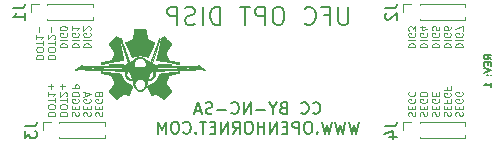
<source format=gbr>
G04 #@! TF.GenerationSoftware,KiCad,Pcbnew,(5.1.4)-1*
G04 #@! TF.CreationDate,2020-11-23T15:52:42-08:00*
G04 #@! TF.ProjectId,ufc_v4_opt,7566635f-7634-45f6-9f70-742e6b696361,rev?*
G04 #@! TF.SameCoordinates,Original*
G04 #@! TF.FileFunction,Legend,Bot*
G04 #@! TF.FilePolarity,Positive*
%FSLAX46Y46*%
G04 Gerber Fmt 4.6, Leading zero omitted, Abs format (unit mm)*
G04 Created by KiCad (PCBNEW (5.1.4)-1) date 2020-11-23 15:52:42*
%MOMM*%
%LPD*%
G04 APERTURE LIST*
%ADD10C,0.150000*%
%ADD11C,0.200000*%
%ADD12C,0.120000*%
%ADD13C,0.010000*%
G04 APERTURE END LIST*
D10*
X190008928Y-87042000D02*
X189723214Y-86842000D01*
X190008928Y-86699142D02*
X189408928Y-86699142D01*
X189408928Y-86927714D01*
X189437500Y-86984857D01*
X189466071Y-87013428D01*
X189523214Y-87042000D01*
X189608928Y-87042000D01*
X189666071Y-87013428D01*
X189694642Y-86984857D01*
X189723214Y-86927714D01*
X189723214Y-86699142D01*
X189694642Y-87299142D02*
X189694642Y-87499142D01*
X190008928Y-87584857D02*
X190008928Y-87299142D01*
X189408928Y-87299142D01*
X189408928Y-87584857D01*
X189408928Y-87756285D02*
X190008928Y-87956285D01*
X189408928Y-88156285D01*
X189951785Y-88356285D02*
X189980357Y-88384857D01*
X190008928Y-88356285D01*
X189980357Y-88327714D01*
X189951785Y-88356285D01*
X190008928Y-88356285D01*
X189637500Y-88356285D02*
X189666071Y-88384857D01*
X189694642Y-88356285D01*
X189666071Y-88327714D01*
X189637500Y-88356285D01*
X189694642Y-88356285D01*
X190008928Y-89413428D02*
X190008928Y-89070571D01*
X190008928Y-89242000D02*
X189408928Y-89242000D01*
X189494642Y-89184857D01*
X189551785Y-89127714D01*
X189580357Y-89070571D01*
X174904166Y-91574142D02*
X174951785Y-91621761D01*
X175094642Y-91669380D01*
X175189880Y-91669380D01*
X175332738Y-91621761D01*
X175427976Y-91526523D01*
X175475595Y-91431285D01*
X175523214Y-91240809D01*
X175523214Y-91097952D01*
X175475595Y-90907476D01*
X175427976Y-90812238D01*
X175332738Y-90717000D01*
X175189880Y-90669380D01*
X175094642Y-90669380D01*
X174951785Y-90717000D01*
X174904166Y-90764619D01*
X173904166Y-91574142D02*
X173951785Y-91621761D01*
X174094642Y-91669380D01*
X174189880Y-91669380D01*
X174332738Y-91621761D01*
X174427976Y-91526523D01*
X174475595Y-91431285D01*
X174523214Y-91240809D01*
X174523214Y-91097952D01*
X174475595Y-90907476D01*
X174427976Y-90812238D01*
X174332738Y-90717000D01*
X174189880Y-90669380D01*
X174094642Y-90669380D01*
X173951785Y-90717000D01*
X173904166Y-90764619D01*
X172380357Y-91145571D02*
X172237500Y-91193190D01*
X172189880Y-91240809D01*
X172142261Y-91336047D01*
X172142261Y-91478904D01*
X172189880Y-91574142D01*
X172237500Y-91621761D01*
X172332738Y-91669380D01*
X172713690Y-91669380D01*
X172713690Y-90669380D01*
X172380357Y-90669380D01*
X172285119Y-90717000D01*
X172237500Y-90764619D01*
X172189880Y-90859857D01*
X172189880Y-90955095D01*
X172237500Y-91050333D01*
X172285119Y-91097952D01*
X172380357Y-91145571D01*
X172713690Y-91145571D01*
X171523214Y-91193190D02*
X171523214Y-91669380D01*
X171856547Y-90669380D02*
X171523214Y-91193190D01*
X171189880Y-90669380D01*
X170856547Y-91288428D02*
X170094642Y-91288428D01*
X169618452Y-91669380D02*
X169618452Y-90669380D01*
X169047023Y-91669380D01*
X169047023Y-90669380D01*
X167999404Y-91574142D02*
X168047023Y-91621761D01*
X168189880Y-91669380D01*
X168285119Y-91669380D01*
X168427976Y-91621761D01*
X168523214Y-91526523D01*
X168570833Y-91431285D01*
X168618452Y-91240809D01*
X168618452Y-91097952D01*
X168570833Y-90907476D01*
X168523214Y-90812238D01*
X168427976Y-90717000D01*
X168285119Y-90669380D01*
X168189880Y-90669380D01*
X168047023Y-90717000D01*
X167999404Y-90764619D01*
X167570833Y-91288428D02*
X166808928Y-91288428D01*
X166380357Y-91621761D02*
X166237500Y-91669380D01*
X165999404Y-91669380D01*
X165904166Y-91621761D01*
X165856547Y-91574142D01*
X165808928Y-91478904D01*
X165808928Y-91383666D01*
X165856547Y-91288428D01*
X165904166Y-91240809D01*
X165999404Y-91193190D01*
X166189880Y-91145571D01*
X166285119Y-91097952D01*
X166332738Y-91050333D01*
X166380357Y-90955095D01*
X166380357Y-90859857D01*
X166332738Y-90764619D01*
X166285119Y-90717000D01*
X166189880Y-90669380D01*
X165951785Y-90669380D01*
X165808928Y-90717000D01*
X165427976Y-91383666D02*
X164951785Y-91383666D01*
X165523214Y-91669380D02*
X165189880Y-90669380D01*
X164856547Y-91669380D01*
X178785119Y-92319380D02*
X178547023Y-93319380D01*
X178356547Y-92605095D01*
X178166071Y-93319380D01*
X177927976Y-92319380D01*
X177642261Y-92319380D02*
X177404166Y-93319380D01*
X177213690Y-92605095D01*
X177023214Y-93319380D01*
X176785119Y-92319380D01*
X176499404Y-92319380D02*
X176261309Y-93319380D01*
X176070833Y-92605095D01*
X175880357Y-93319380D01*
X175642261Y-92319380D01*
X175261309Y-93224142D02*
X175213690Y-93271761D01*
X175261309Y-93319380D01*
X175308928Y-93271761D01*
X175261309Y-93224142D01*
X175261309Y-93319380D01*
X174594642Y-92319380D02*
X174404166Y-92319380D01*
X174308928Y-92367000D01*
X174213690Y-92462238D01*
X174166071Y-92652714D01*
X174166071Y-92986047D01*
X174213690Y-93176523D01*
X174308928Y-93271761D01*
X174404166Y-93319380D01*
X174594642Y-93319380D01*
X174689880Y-93271761D01*
X174785119Y-93176523D01*
X174832738Y-92986047D01*
X174832738Y-92652714D01*
X174785119Y-92462238D01*
X174689880Y-92367000D01*
X174594642Y-92319380D01*
X173737500Y-93319380D02*
X173737500Y-92319380D01*
X173356547Y-92319380D01*
X173261309Y-92367000D01*
X173213690Y-92414619D01*
X173166071Y-92509857D01*
X173166071Y-92652714D01*
X173213690Y-92747952D01*
X173261309Y-92795571D01*
X173356547Y-92843190D01*
X173737500Y-92843190D01*
X172737500Y-92795571D02*
X172404166Y-92795571D01*
X172261309Y-93319380D02*
X172737500Y-93319380D01*
X172737500Y-92319380D01*
X172261309Y-92319380D01*
X171832738Y-93319380D02*
X171832738Y-92319380D01*
X171261309Y-93319380D01*
X171261309Y-92319380D01*
X170785119Y-93319380D02*
X170785119Y-92319380D01*
X170785119Y-92795571D02*
X170213690Y-92795571D01*
X170213690Y-93319380D02*
X170213690Y-92319380D01*
X169547023Y-92319380D02*
X169356547Y-92319380D01*
X169261309Y-92367000D01*
X169166071Y-92462238D01*
X169118452Y-92652714D01*
X169118452Y-92986047D01*
X169166071Y-93176523D01*
X169261309Y-93271761D01*
X169356547Y-93319380D01*
X169547023Y-93319380D01*
X169642261Y-93271761D01*
X169737500Y-93176523D01*
X169785119Y-92986047D01*
X169785119Y-92652714D01*
X169737500Y-92462238D01*
X169642261Y-92367000D01*
X169547023Y-92319380D01*
X168118452Y-93319380D02*
X168451785Y-92843190D01*
X168689880Y-93319380D02*
X168689880Y-92319380D01*
X168308928Y-92319380D01*
X168213690Y-92367000D01*
X168166071Y-92414619D01*
X168118452Y-92509857D01*
X168118452Y-92652714D01*
X168166071Y-92747952D01*
X168213690Y-92795571D01*
X168308928Y-92843190D01*
X168689880Y-92843190D01*
X167689880Y-93319380D02*
X167689880Y-92319380D01*
X167118452Y-93319380D01*
X167118452Y-92319380D01*
X166642261Y-92795571D02*
X166308928Y-92795571D01*
X166166071Y-93319380D02*
X166642261Y-93319380D01*
X166642261Y-92319380D01*
X166166071Y-92319380D01*
X165880357Y-92319380D02*
X165308928Y-92319380D01*
X165594642Y-93319380D02*
X165594642Y-92319380D01*
X164975595Y-93224142D02*
X164927976Y-93271761D01*
X164975595Y-93319380D01*
X165023214Y-93271761D01*
X164975595Y-93224142D01*
X164975595Y-93319380D01*
X163927976Y-93224142D02*
X163975595Y-93271761D01*
X164118452Y-93319380D01*
X164213690Y-93319380D01*
X164356547Y-93271761D01*
X164451785Y-93176523D01*
X164499404Y-93081285D01*
X164547023Y-92890809D01*
X164547023Y-92747952D01*
X164499404Y-92557476D01*
X164451785Y-92462238D01*
X164356547Y-92367000D01*
X164213690Y-92319380D01*
X164118452Y-92319380D01*
X163975595Y-92367000D01*
X163927976Y-92414619D01*
X163308928Y-92319380D02*
X163118452Y-92319380D01*
X163023214Y-92367000D01*
X162927976Y-92462238D01*
X162880357Y-92652714D01*
X162880357Y-92986047D01*
X162927976Y-93176523D01*
X163023214Y-93271761D01*
X163118452Y-93319380D01*
X163308928Y-93319380D01*
X163404166Y-93271761D01*
X163499404Y-93176523D01*
X163547023Y-92986047D01*
X163547023Y-92652714D01*
X163499404Y-92462238D01*
X163404166Y-92367000D01*
X163308928Y-92319380D01*
X162451785Y-93319380D02*
X162451785Y-92319380D01*
X162118452Y-93033666D01*
X161785119Y-92319380D01*
X161785119Y-93319380D01*
D11*
X177905357Y-82595571D02*
X177905357Y-83809857D01*
X177833928Y-83952714D01*
X177762500Y-84024142D01*
X177619642Y-84095571D01*
X177333928Y-84095571D01*
X177191071Y-84024142D01*
X177119642Y-83952714D01*
X177048214Y-83809857D01*
X177048214Y-82595571D01*
X175833928Y-83309857D02*
X176333928Y-83309857D01*
X176333928Y-84095571D02*
X176333928Y-82595571D01*
X175619642Y-82595571D01*
X174191071Y-83952714D02*
X174262500Y-84024142D01*
X174476785Y-84095571D01*
X174619642Y-84095571D01*
X174833928Y-84024142D01*
X174976785Y-83881285D01*
X175048214Y-83738428D01*
X175119642Y-83452714D01*
X175119642Y-83238428D01*
X175048214Y-82952714D01*
X174976785Y-82809857D01*
X174833928Y-82667000D01*
X174619642Y-82595571D01*
X174476785Y-82595571D01*
X174262500Y-82667000D01*
X174191071Y-82738428D01*
X172119642Y-82595571D02*
X171833928Y-82595571D01*
X171691071Y-82667000D01*
X171548214Y-82809857D01*
X171476785Y-83095571D01*
X171476785Y-83595571D01*
X171548214Y-83881285D01*
X171691071Y-84024142D01*
X171833928Y-84095571D01*
X172119642Y-84095571D01*
X172262500Y-84024142D01*
X172405357Y-83881285D01*
X172476785Y-83595571D01*
X172476785Y-83095571D01*
X172405357Y-82809857D01*
X172262500Y-82667000D01*
X172119642Y-82595571D01*
X170833928Y-84095571D02*
X170833928Y-82595571D01*
X170262500Y-82595571D01*
X170119642Y-82667000D01*
X170048214Y-82738428D01*
X169976785Y-82881285D01*
X169976785Y-83095571D01*
X170048214Y-83238428D01*
X170119642Y-83309857D01*
X170262500Y-83381285D01*
X170833928Y-83381285D01*
X169548214Y-82595571D02*
X168691071Y-82595571D01*
X169119642Y-84095571D02*
X169119642Y-82595571D01*
X167048214Y-84095571D02*
X167048214Y-82595571D01*
X166691071Y-82595571D01*
X166476785Y-82667000D01*
X166333928Y-82809857D01*
X166262500Y-82952714D01*
X166191071Y-83238428D01*
X166191071Y-83452714D01*
X166262500Y-83738428D01*
X166333928Y-83881285D01*
X166476785Y-84024142D01*
X166691071Y-84095571D01*
X167048214Y-84095571D01*
X165548214Y-84095571D02*
X165548214Y-82595571D01*
X164905357Y-84024142D02*
X164691071Y-84095571D01*
X164333928Y-84095571D01*
X164191071Y-84024142D01*
X164119642Y-83952714D01*
X164048214Y-83809857D01*
X164048214Y-83667000D01*
X164119642Y-83524142D01*
X164191071Y-83452714D01*
X164333928Y-83381285D01*
X164619642Y-83309857D01*
X164762500Y-83238428D01*
X164833928Y-83167000D01*
X164905357Y-83024142D01*
X164905357Y-82881285D01*
X164833928Y-82738428D01*
X164762500Y-82667000D01*
X164619642Y-82595571D01*
X164262500Y-82595571D01*
X164048214Y-82667000D01*
X163405357Y-84095571D02*
X163405357Y-82595571D01*
X162833928Y-82595571D01*
X162691071Y-82667000D01*
X162619642Y-82738428D01*
X162548214Y-82881285D01*
X162548214Y-83095571D01*
X162619642Y-83238428D01*
X162691071Y-83309857D01*
X162833928Y-83381285D01*
X163405357Y-83381285D01*
D12*
X186966071Y-86034285D02*
X187566071Y-86034285D01*
X187566071Y-85891428D01*
X187537500Y-85805714D01*
X187480357Y-85748571D01*
X187423214Y-85720000D01*
X187308928Y-85691428D01*
X187223214Y-85691428D01*
X187108928Y-85720000D01*
X187051785Y-85748571D01*
X186994642Y-85805714D01*
X186966071Y-85891428D01*
X186966071Y-86034285D01*
X186966071Y-85434285D02*
X187566071Y-85434285D01*
X187537500Y-84834285D02*
X187566071Y-84891428D01*
X187566071Y-84977142D01*
X187537500Y-85062857D01*
X187480357Y-85120000D01*
X187423214Y-85148571D01*
X187308928Y-85177142D01*
X187223214Y-85177142D01*
X187108928Y-85148571D01*
X187051785Y-85120000D01*
X186994642Y-85062857D01*
X186966071Y-84977142D01*
X186966071Y-84920000D01*
X186994642Y-84834285D01*
X187023214Y-84805714D01*
X187223214Y-84805714D01*
X187223214Y-84920000D01*
X187566071Y-84605714D02*
X187566071Y-84205714D01*
X186966071Y-84462857D01*
X182966071Y-86034285D02*
X183566071Y-86034285D01*
X183566071Y-85891428D01*
X183537500Y-85805714D01*
X183480357Y-85748571D01*
X183423214Y-85720000D01*
X183308928Y-85691428D01*
X183223214Y-85691428D01*
X183108928Y-85720000D01*
X183051785Y-85748571D01*
X182994642Y-85805714D01*
X182966071Y-85891428D01*
X182966071Y-86034285D01*
X182966071Y-85434285D02*
X183566071Y-85434285D01*
X183537500Y-84834285D02*
X183566071Y-84891428D01*
X183566071Y-84977142D01*
X183537500Y-85062857D01*
X183480357Y-85120000D01*
X183423214Y-85148571D01*
X183308928Y-85177142D01*
X183223214Y-85177142D01*
X183108928Y-85148571D01*
X183051785Y-85120000D01*
X182994642Y-85062857D01*
X182966071Y-84977142D01*
X182966071Y-84920000D01*
X182994642Y-84834285D01*
X183023214Y-84805714D01*
X183223214Y-84805714D01*
X183223214Y-84920000D01*
X183566071Y-84605714D02*
X183566071Y-84234285D01*
X183337500Y-84434285D01*
X183337500Y-84348571D01*
X183308928Y-84291428D01*
X183280357Y-84262857D01*
X183223214Y-84234285D01*
X183080357Y-84234285D01*
X183023214Y-84262857D01*
X182994642Y-84291428D01*
X182966071Y-84348571D01*
X182966071Y-84520000D01*
X182994642Y-84577142D01*
X183023214Y-84605714D01*
X184966071Y-86034285D02*
X185566071Y-86034285D01*
X185566071Y-85891428D01*
X185537500Y-85805714D01*
X185480357Y-85748571D01*
X185423214Y-85720000D01*
X185308928Y-85691428D01*
X185223214Y-85691428D01*
X185108928Y-85720000D01*
X185051785Y-85748571D01*
X184994642Y-85805714D01*
X184966071Y-85891428D01*
X184966071Y-86034285D01*
X184966071Y-85434285D02*
X185566071Y-85434285D01*
X185537500Y-84834285D02*
X185566071Y-84891428D01*
X185566071Y-84977142D01*
X185537500Y-85062857D01*
X185480357Y-85120000D01*
X185423214Y-85148571D01*
X185308928Y-85177142D01*
X185223214Y-85177142D01*
X185108928Y-85148571D01*
X185051785Y-85120000D01*
X184994642Y-85062857D01*
X184966071Y-84977142D01*
X184966071Y-84920000D01*
X184994642Y-84834285D01*
X185023214Y-84805714D01*
X185223214Y-84805714D01*
X185223214Y-84920000D01*
X185566071Y-84262857D02*
X185566071Y-84548571D01*
X185280357Y-84577142D01*
X185308928Y-84548571D01*
X185337500Y-84491428D01*
X185337500Y-84348571D01*
X185308928Y-84291428D01*
X185280357Y-84262857D01*
X185223214Y-84234285D01*
X185080357Y-84234285D01*
X185023214Y-84262857D01*
X184994642Y-84291428D01*
X184966071Y-84348571D01*
X184966071Y-84491428D01*
X184994642Y-84548571D01*
X185023214Y-84577142D01*
X185966071Y-86034285D02*
X186566071Y-86034285D01*
X186566071Y-85891428D01*
X186537500Y-85805714D01*
X186480357Y-85748571D01*
X186423214Y-85720000D01*
X186308928Y-85691428D01*
X186223214Y-85691428D01*
X186108928Y-85720000D01*
X186051785Y-85748571D01*
X185994642Y-85805714D01*
X185966071Y-85891428D01*
X185966071Y-86034285D01*
X185966071Y-85434285D02*
X186566071Y-85434285D01*
X186537500Y-84834285D02*
X186566071Y-84891428D01*
X186566071Y-84977142D01*
X186537500Y-85062857D01*
X186480357Y-85120000D01*
X186423214Y-85148571D01*
X186308928Y-85177142D01*
X186223214Y-85177142D01*
X186108928Y-85148571D01*
X186051785Y-85120000D01*
X185994642Y-85062857D01*
X185966071Y-84977142D01*
X185966071Y-84920000D01*
X185994642Y-84834285D01*
X186023214Y-84805714D01*
X186223214Y-84805714D01*
X186223214Y-84920000D01*
X186566071Y-84291428D02*
X186566071Y-84405714D01*
X186537500Y-84462857D01*
X186508928Y-84491428D01*
X186423214Y-84548571D01*
X186308928Y-84577142D01*
X186080357Y-84577142D01*
X186023214Y-84548571D01*
X185994642Y-84520000D01*
X185966071Y-84462857D01*
X185966071Y-84348571D01*
X185994642Y-84291428D01*
X186023214Y-84262857D01*
X186080357Y-84234285D01*
X186223214Y-84234285D01*
X186280357Y-84262857D01*
X186308928Y-84291428D01*
X186337500Y-84348571D01*
X186337500Y-84462857D01*
X186308928Y-84520000D01*
X186280357Y-84548571D01*
X186223214Y-84577142D01*
X183966071Y-86034285D02*
X184566071Y-86034285D01*
X184566071Y-85891428D01*
X184537500Y-85805714D01*
X184480357Y-85748571D01*
X184423214Y-85720000D01*
X184308928Y-85691428D01*
X184223214Y-85691428D01*
X184108928Y-85720000D01*
X184051785Y-85748571D01*
X183994642Y-85805714D01*
X183966071Y-85891428D01*
X183966071Y-86034285D01*
X183966071Y-85434285D02*
X184566071Y-85434285D01*
X184537500Y-84834285D02*
X184566071Y-84891428D01*
X184566071Y-84977142D01*
X184537500Y-85062857D01*
X184480357Y-85120000D01*
X184423214Y-85148571D01*
X184308928Y-85177142D01*
X184223214Y-85177142D01*
X184108928Y-85148571D01*
X184051785Y-85120000D01*
X183994642Y-85062857D01*
X183966071Y-84977142D01*
X183966071Y-84920000D01*
X183994642Y-84834285D01*
X184023214Y-84805714D01*
X184223214Y-84805714D01*
X184223214Y-84920000D01*
X184366071Y-84291428D02*
X183966071Y-84291428D01*
X184594642Y-84434285D02*
X184166071Y-84577142D01*
X184166071Y-84205714D01*
X155466071Y-86034285D02*
X156066071Y-86034285D01*
X156066071Y-85891428D01*
X156037500Y-85805714D01*
X155980357Y-85748571D01*
X155923214Y-85720000D01*
X155808928Y-85691428D01*
X155723214Y-85691428D01*
X155608928Y-85720000D01*
X155551785Y-85748571D01*
X155494642Y-85805714D01*
X155466071Y-85891428D01*
X155466071Y-86034285D01*
X155466071Y-85434285D02*
X156066071Y-85434285D01*
X156037500Y-84834285D02*
X156066071Y-84891428D01*
X156066071Y-84977142D01*
X156037500Y-85062857D01*
X155980357Y-85120000D01*
X155923214Y-85148571D01*
X155808928Y-85177142D01*
X155723214Y-85177142D01*
X155608928Y-85148571D01*
X155551785Y-85120000D01*
X155494642Y-85062857D01*
X155466071Y-84977142D01*
X155466071Y-84920000D01*
X155494642Y-84834285D01*
X155523214Y-84805714D01*
X155723214Y-84805714D01*
X155723214Y-84920000D01*
X156008928Y-84577142D02*
X156037500Y-84548571D01*
X156066071Y-84491428D01*
X156066071Y-84348571D01*
X156037500Y-84291428D01*
X156008928Y-84262857D01*
X155951785Y-84234285D01*
X155894642Y-84234285D01*
X155808928Y-84262857D01*
X155466071Y-84605714D01*
X155466071Y-84234285D01*
X154466071Y-86034285D02*
X155066071Y-86034285D01*
X155066071Y-85891428D01*
X155037500Y-85805714D01*
X154980357Y-85748571D01*
X154923214Y-85720000D01*
X154808928Y-85691428D01*
X154723214Y-85691428D01*
X154608928Y-85720000D01*
X154551785Y-85748571D01*
X154494642Y-85805714D01*
X154466071Y-85891428D01*
X154466071Y-86034285D01*
X154466071Y-85434285D02*
X155066071Y-85434285D01*
X155037500Y-84834285D02*
X155066071Y-84891428D01*
X155066071Y-84977142D01*
X155037500Y-85062857D01*
X154980357Y-85120000D01*
X154923214Y-85148571D01*
X154808928Y-85177142D01*
X154723214Y-85177142D01*
X154608928Y-85148571D01*
X154551785Y-85120000D01*
X154494642Y-85062857D01*
X154466071Y-84977142D01*
X154466071Y-84920000D01*
X154494642Y-84834285D01*
X154523214Y-84805714D01*
X154723214Y-84805714D01*
X154723214Y-84920000D01*
X154466071Y-84234285D02*
X154466071Y-84577142D01*
X154466071Y-84405714D02*
X155066071Y-84405714D01*
X154980357Y-84462857D01*
X154923214Y-84520000D01*
X154894642Y-84577142D01*
X153466071Y-86034285D02*
X154066071Y-86034285D01*
X154066071Y-85891428D01*
X154037500Y-85805714D01*
X153980357Y-85748571D01*
X153923214Y-85720000D01*
X153808928Y-85691428D01*
X153723214Y-85691428D01*
X153608928Y-85720000D01*
X153551785Y-85748571D01*
X153494642Y-85805714D01*
X153466071Y-85891428D01*
X153466071Y-86034285D01*
X153466071Y-85434285D02*
X154066071Y-85434285D01*
X154037500Y-84834285D02*
X154066071Y-84891428D01*
X154066071Y-84977142D01*
X154037500Y-85062857D01*
X153980357Y-85120000D01*
X153923214Y-85148571D01*
X153808928Y-85177142D01*
X153723214Y-85177142D01*
X153608928Y-85148571D01*
X153551785Y-85120000D01*
X153494642Y-85062857D01*
X153466071Y-84977142D01*
X153466071Y-84920000D01*
X153494642Y-84834285D01*
X153523214Y-84805714D01*
X153723214Y-84805714D01*
X153723214Y-84920000D01*
X154066071Y-84434285D02*
X154066071Y-84377142D01*
X154037500Y-84320000D01*
X154008928Y-84291428D01*
X153951785Y-84262857D01*
X153837500Y-84234285D01*
X153694642Y-84234285D01*
X153580357Y-84262857D01*
X153523214Y-84291428D01*
X153494642Y-84320000D01*
X153466071Y-84377142D01*
X153466071Y-84434285D01*
X153494642Y-84491428D01*
X153523214Y-84520000D01*
X153580357Y-84548571D01*
X153694642Y-84577142D01*
X153837500Y-84577142D01*
X153951785Y-84548571D01*
X154008928Y-84520000D01*
X154037500Y-84491428D01*
X154066071Y-84434285D01*
X152466071Y-86977142D02*
X153066071Y-86977142D01*
X153066071Y-86834285D01*
X153037500Y-86748571D01*
X152980357Y-86691428D01*
X152923214Y-86662857D01*
X152808928Y-86634285D01*
X152723214Y-86634285D01*
X152608928Y-86662857D01*
X152551785Y-86691428D01*
X152494642Y-86748571D01*
X152466071Y-86834285D01*
X152466071Y-86977142D01*
X153066071Y-86262857D02*
X153066071Y-86148571D01*
X153037500Y-86091428D01*
X152980357Y-86034285D01*
X152866071Y-86005714D01*
X152666071Y-86005714D01*
X152551785Y-86034285D01*
X152494642Y-86091428D01*
X152466071Y-86148571D01*
X152466071Y-86262857D01*
X152494642Y-86320000D01*
X152551785Y-86377142D01*
X152666071Y-86405714D01*
X152866071Y-86405714D01*
X152980357Y-86377142D01*
X153037500Y-86320000D01*
X153066071Y-86262857D01*
X153066071Y-85834285D02*
X153066071Y-85491428D01*
X152466071Y-85662857D02*
X153066071Y-85662857D01*
X153008928Y-85320000D02*
X153037500Y-85291428D01*
X153066071Y-85234285D01*
X153066071Y-85091428D01*
X153037500Y-85034285D01*
X153008928Y-85005714D01*
X152951785Y-84977142D01*
X152894642Y-84977142D01*
X152808928Y-85005714D01*
X152466071Y-85348571D01*
X152466071Y-84977142D01*
X152694642Y-84720000D02*
X152694642Y-84262857D01*
X151466071Y-86977142D02*
X152066071Y-86977142D01*
X152066071Y-86834285D01*
X152037500Y-86748571D01*
X151980357Y-86691428D01*
X151923214Y-86662857D01*
X151808928Y-86634285D01*
X151723214Y-86634285D01*
X151608928Y-86662857D01*
X151551785Y-86691428D01*
X151494642Y-86748571D01*
X151466071Y-86834285D01*
X151466071Y-86977142D01*
X152066071Y-86262857D02*
X152066071Y-86148571D01*
X152037500Y-86091428D01*
X151980357Y-86034285D01*
X151866071Y-86005714D01*
X151666071Y-86005714D01*
X151551785Y-86034285D01*
X151494642Y-86091428D01*
X151466071Y-86148571D01*
X151466071Y-86262857D01*
X151494642Y-86320000D01*
X151551785Y-86377142D01*
X151666071Y-86405714D01*
X151866071Y-86405714D01*
X151980357Y-86377142D01*
X152037500Y-86320000D01*
X152066071Y-86262857D01*
X152066071Y-85834285D02*
X152066071Y-85491428D01*
X151466071Y-85662857D02*
X152066071Y-85662857D01*
X151466071Y-84977142D02*
X151466071Y-85320000D01*
X151466071Y-85148571D02*
X152066071Y-85148571D01*
X151980357Y-85205714D01*
X151923214Y-85262857D01*
X151894642Y-85320000D01*
X151694642Y-84720000D02*
X151694642Y-84262857D01*
X183994642Y-91849714D02*
X183966071Y-91764000D01*
X183966071Y-91621142D01*
X183994642Y-91564000D01*
X184023214Y-91535428D01*
X184080357Y-91506857D01*
X184137500Y-91506857D01*
X184194642Y-91535428D01*
X184223214Y-91564000D01*
X184251785Y-91621142D01*
X184280357Y-91735428D01*
X184308928Y-91792571D01*
X184337500Y-91821142D01*
X184394642Y-91849714D01*
X184451785Y-91849714D01*
X184508928Y-91821142D01*
X184537500Y-91792571D01*
X184566071Y-91735428D01*
X184566071Y-91592571D01*
X184537500Y-91506857D01*
X184280357Y-91249714D02*
X184280357Y-91049714D01*
X183966071Y-90964000D02*
X183966071Y-91249714D01*
X184566071Y-91249714D01*
X184566071Y-90964000D01*
X184537500Y-90392571D02*
X184566071Y-90449714D01*
X184566071Y-90535428D01*
X184537500Y-90621142D01*
X184480357Y-90678285D01*
X184423214Y-90706857D01*
X184308928Y-90735428D01*
X184223214Y-90735428D01*
X184108928Y-90706857D01*
X184051785Y-90678285D01*
X183994642Y-90621142D01*
X183966071Y-90535428D01*
X183966071Y-90478285D01*
X183994642Y-90392571D01*
X184023214Y-90364000D01*
X184223214Y-90364000D01*
X184223214Y-90478285D01*
X183966071Y-90106857D02*
X184566071Y-90106857D01*
X184566071Y-89964000D01*
X184537500Y-89878285D01*
X184480357Y-89821142D01*
X184423214Y-89792571D01*
X184308928Y-89764000D01*
X184223214Y-89764000D01*
X184108928Y-89792571D01*
X184051785Y-89821142D01*
X183994642Y-89878285D01*
X183966071Y-89964000D01*
X183966071Y-90106857D01*
X186994642Y-91849714D02*
X186966071Y-91764000D01*
X186966071Y-91621142D01*
X186994642Y-91564000D01*
X187023214Y-91535428D01*
X187080357Y-91506857D01*
X187137500Y-91506857D01*
X187194642Y-91535428D01*
X187223214Y-91564000D01*
X187251785Y-91621142D01*
X187280357Y-91735428D01*
X187308928Y-91792571D01*
X187337500Y-91821142D01*
X187394642Y-91849714D01*
X187451785Y-91849714D01*
X187508928Y-91821142D01*
X187537500Y-91792571D01*
X187566071Y-91735428D01*
X187566071Y-91592571D01*
X187537500Y-91506857D01*
X187280357Y-91249714D02*
X187280357Y-91049714D01*
X186966071Y-90964000D02*
X186966071Y-91249714D01*
X187566071Y-91249714D01*
X187566071Y-90964000D01*
X187537500Y-90392571D02*
X187566071Y-90449714D01*
X187566071Y-90535428D01*
X187537500Y-90621142D01*
X187480357Y-90678285D01*
X187423214Y-90706857D01*
X187308928Y-90735428D01*
X187223214Y-90735428D01*
X187108928Y-90706857D01*
X187051785Y-90678285D01*
X186994642Y-90621142D01*
X186966071Y-90535428D01*
X186966071Y-90478285D01*
X186994642Y-90392571D01*
X187023214Y-90364000D01*
X187223214Y-90364000D01*
X187223214Y-90478285D01*
X187537500Y-89792571D02*
X187566071Y-89849714D01*
X187566071Y-89935428D01*
X187537500Y-90021142D01*
X187480357Y-90078285D01*
X187423214Y-90106857D01*
X187308928Y-90135428D01*
X187223214Y-90135428D01*
X187108928Y-90106857D01*
X187051785Y-90078285D01*
X186994642Y-90021142D01*
X186966071Y-89935428D01*
X186966071Y-89878285D01*
X186994642Y-89792571D01*
X187023214Y-89764000D01*
X187223214Y-89764000D01*
X187223214Y-89878285D01*
X185994642Y-91849714D02*
X185966071Y-91764000D01*
X185966071Y-91621142D01*
X185994642Y-91564000D01*
X186023214Y-91535428D01*
X186080357Y-91506857D01*
X186137500Y-91506857D01*
X186194642Y-91535428D01*
X186223214Y-91564000D01*
X186251785Y-91621142D01*
X186280357Y-91735428D01*
X186308928Y-91792571D01*
X186337500Y-91821142D01*
X186394642Y-91849714D01*
X186451785Y-91849714D01*
X186508928Y-91821142D01*
X186537500Y-91792571D01*
X186566071Y-91735428D01*
X186566071Y-91592571D01*
X186537500Y-91506857D01*
X186280357Y-91249714D02*
X186280357Y-91049714D01*
X185966071Y-90964000D02*
X185966071Y-91249714D01*
X186566071Y-91249714D01*
X186566071Y-90964000D01*
X186280357Y-90506857D02*
X186280357Y-90706857D01*
X185966071Y-90706857D02*
X186566071Y-90706857D01*
X186566071Y-90421142D01*
X186537500Y-89878285D02*
X186566071Y-89935428D01*
X186566071Y-90021142D01*
X186537500Y-90106857D01*
X186480357Y-90164000D01*
X186423214Y-90192571D01*
X186308928Y-90221142D01*
X186223214Y-90221142D01*
X186108928Y-90192571D01*
X186051785Y-90164000D01*
X185994642Y-90106857D01*
X185966071Y-90021142D01*
X185966071Y-89964000D01*
X185994642Y-89878285D01*
X186023214Y-89849714D01*
X186223214Y-89849714D01*
X186223214Y-89964000D01*
X186280357Y-89392571D02*
X186280357Y-89592571D01*
X185966071Y-89592571D02*
X186566071Y-89592571D01*
X186566071Y-89306857D01*
X184994642Y-91849714D02*
X184966071Y-91764000D01*
X184966071Y-91621142D01*
X184994642Y-91564000D01*
X185023214Y-91535428D01*
X185080357Y-91506857D01*
X185137500Y-91506857D01*
X185194642Y-91535428D01*
X185223214Y-91564000D01*
X185251785Y-91621142D01*
X185280357Y-91735428D01*
X185308928Y-91792571D01*
X185337500Y-91821142D01*
X185394642Y-91849714D01*
X185451785Y-91849714D01*
X185508928Y-91821142D01*
X185537500Y-91792571D01*
X185566071Y-91735428D01*
X185566071Y-91592571D01*
X185537500Y-91506857D01*
X185280357Y-91249714D02*
X185280357Y-91049714D01*
X184966071Y-90964000D02*
X184966071Y-91249714D01*
X185566071Y-91249714D01*
X185566071Y-90964000D01*
X185537500Y-90392571D02*
X185566071Y-90449714D01*
X185566071Y-90535428D01*
X185537500Y-90621142D01*
X185480357Y-90678285D01*
X185423214Y-90706857D01*
X185308928Y-90735428D01*
X185223214Y-90735428D01*
X185108928Y-90706857D01*
X185051785Y-90678285D01*
X184994642Y-90621142D01*
X184966071Y-90535428D01*
X184966071Y-90478285D01*
X184994642Y-90392571D01*
X185023214Y-90364000D01*
X185223214Y-90364000D01*
X185223214Y-90478285D01*
X185280357Y-90106857D02*
X185280357Y-89906857D01*
X184966071Y-89821142D02*
X184966071Y-90106857D01*
X185566071Y-90106857D01*
X185566071Y-89821142D01*
X182994642Y-91849714D02*
X182966071Y-91764000D01*
X182966071Y-91621142D01*
X182994642Y-91564000D01*
X183023214Y-91535428D01*
X183080357Y-91506857D01*
X183137500Y-91506857D01*
X183194642Y-91535428D01*
X183223214Y-91564000D01*
X183251785Y-91621142D01*
X183280357Y-91735428D01*
X183308928Y-91792571D01*
X183337500Y-91821142D01*
X183394642Y-91849714D01*
X183451785Y-91849714D01*
X183508928Y-91821142D01*
X183537500Y-91792571D01*
X183566071Y-91735428D01*
X183566071Y-91592571D01*
X183537500Y-91506857D01*
X183280357Y-91249714D02*
X183280357Y-91049714D01*
X182966071Y-90964000D02*
X182966071Y-91249714D01*
X183566071Y-91249714D01*
X183566071Y-90964000D01*
X183537500Y-90392571D02*
X183566071Y-90449714D01*
X183566071Y-90535428D01*
X183537500Y-90621142D01*
X183480357Y-90678285D01*
X183423214Y-90706857D01*
X183308928Y-90735428D01*
X183223214Y-90735428D01*
X183108928Y-90706857D01*
X183051785Y-90678285D01*
X182994642Y-90621142D01*
X182966071Y-90535428D01*
X182966071Y-90478285D01*
X182994642Y-90392571D01*
X183023214Y-90364000D01*
X183223214Y-90364000D01*
X183223214Y-90478285D01*
X183023214Y-89764000D02*
X182994642Y-89792571D01*
X182966071Y-89878285D01*
X182966071Y-89935428D01*
X182994642Y-90021142D01*
X183051785Y-90078285D01*
X183108928Y-90106857D01*
X183223214Y-90135428D01*
X183308928Y-90135428D01*
X183423214Y-90106857D01*
X183480357Y-90078285D01*
X183537500Y-90021142D01*
X183566071Y-89935428D01*
X183566071Y-89878285D01*
X183537500Y-89792571D01*
X183508928Y-89764000D01*
X156494642Y-91849714D02*
X156466071Y-91764000D01*
X156466071Y-91621142D01*
X156494642Y-91564000D01*
X156523214Y-91535428D01*
X156580357Y-91506857D01*
X156637500Y-91506857D01*
X156694642Y-91535428D01*
X156723214Y-91564000D01*
X156751785Y-91621142D01*
X156780357Y-91735428D01*
X156808928Y-91792571D01*
X156837500Y-91821142D01*
X156894642Y-91849714D01*
X156951785Y-91849714D01*
X157008928Y-91821142D01*
X157037500Y-91792571D01*
X157066071Y-91735428D01*
X157066071Y-91592571D01*
X157037500Y-91506857D01*
X156780357Y-91249714D02*
X156780357Y-91049714D01*
X156466071Y-90964000D02*
X156466071Y-91249714D01*
X157066071Y-91249714D01*
X157066071Y-90964000D01*
X157037500Y-90392571D02*
X157066071Y-90449714D01*
X157066071Y-90535428D01*
X157037500Y-90621142D01*
X156980357Y-90678285D01*
X156923214Y-90706857D01*
X156808928Y-90735428D01*
X156723214Y-90735428D01*
X156608928Y-90706857D01*
X156551785Y-90678285D01*
X156494642Y-90621142D01*
X156466071Y-90535428D01*
X156466071Y-90478285D01*
X156494642Y-90392571D01*
X156523214Y-90364000D01*
X156723214Y-90364000D01*
X156723214Y-90478285D01*
X156780357Y-89906857D02*
X156751785Y-89821142D01*
X156723214Y-89792571D01*
X156666071Y-89764000D01*
X156580357Y-89764000D01*
X156523214Y-89792571D01*
X156494642Y-89821142D01*
X156466071Y-89878285D01*
X156466071Y-90106857D01*
X157066071Y-90106857D01*
X157066071Y-89906857D01*
X157037500Y-89849714D01*
X157008928Y-89821142D01*
X156951785Y-89792571D01*
X156894642Y-89792571D01*
X156837500Y-89821142D01*
X156808928Y-89849714D01*
X156780357Y-89906857D01*
X156780357Y-90106857D01*
X155494642Y-91849714D02*
X155466071Y-91764000D01*
X155466071Y-91621142D01*
X155494642Y-91564000D01*
X155523214Y-91535428D01*
X155580357Y-91506857D01*
X155637500Y-91506857D01*
X155694642Y-91535428D01*
X155723214Y-91564000D01*
X155751785Y-91621142D01*
X155780357Y-91735428D01*
X155808928Y-91792571D01*
X155837500Y-91821142D01*
X155894642Y-91849714D01*
X155951785Y-91849714D01*
X156008928Y-91821142D01*
X156037500Y-91792571D01*
X156066071Y-91735428D01*
X156066071Y-91592571D01*
X156037500Y-91506857D01*
X155780357Y-91249714D02*
X155780357Y-91049714D01*
X155466071Y-90964000D02*
X155466071Y-91249714D01*
X156066071Y-91249714D01*
X156066071Y-90964000D01*
X156037500Y-90392571D02*
X156066071Y-90449714D01*
X156066071Y-90535428D01*
X156037500Y-90621142D01*
X155980357Y-90678285D01*
X155923214Y-90706857D01*
X155808928Y-90735428D01*
X155723214Y-90735428D01*
X155608928Y-90706857D01*
X155551785Y-90678285D01*
X155494642Y-90621142D01*
X155466071Y-90535428D01*
X155466071Y-90478285D01*
X155494642Y-90392571D01*
X155523214Y-90364000D01*
X155723214Y-90364000D01*
X155723214Y-90478285D01*
X155637500Y-90135428D02*
X155637500Y-89849714D01*
X155466071Y-90192571D02*
X156066071Y-89992571D01*
X155466071Y-89792571D01*
X154494642Y-91849714D02*
X154466071Y-91764000D01*
X154466071Y-91621142D01*
X154494642Y-91564000D01*
X154523214Y-91535428D01*
X154580357Y-91506857D01*
X154637500Y-91506857D01*
X154694642Y-91535428D01*
X154723214Y-91564000D01*
X154751785Y-91621142D01*
X154780357Y-91735428D01*
X154808928Y-91792571D01*
X154837500Y-91821142D01*
X154894642Y-91849714D01*
X154951785Y-91849714D01*
X155008928Y-91821142D01*
X155037500Y-91792571D01*
X155066071Y-91735428D01*
X155066071Y-91592571D01*
X155037500Y-91506857D01*
X154780357Y-91249714D02*
X154780357Y-91049714D01*
X154466071Y-90964000D02*
X154466071Y-91249714D01*
X155066071Y-91249714D01*
X155066071Y-90964000D01*
X155037500Y-90392571D02*
X155066071Y-90449714D01*
X155066071Y-90535428D01*
X155037500Y-90621142D01*
X154980357Y-90678285D01*
X154923214Y-90706857D01*
X154808928Y-90735428D01*
X154723214Y-90735428D01*
X154608928Y-90706857D01*
X154551785Y-90678285D01*
X154494642Y-90621142D01*
X154466071Y-90535428D01*
X154466071Y-90478285D01*
X154494642Y-90392571D01*
X154523214Y-90364000D01*
X154723214Y-90364000D01*
X154723214Y-90478285D01*
X154466071Y-90106857D02*
X155066071Y-90106857D01*
X155066071Y-89964000D01*
X155037500Y-89878285D01*
X154980357Y-89821142D01*
X154923214Y-89792571D01*
X154808928Y-89764000D01*
X154723214Y-89764000D01*
X154608928Y-89792571D01*
X154551785Y-89821142D01*
X154494642Y-89878285D01*
X154466071Y-89964000D01*
X154466071Y-90106857D01*
X154466071Y-89506857D02*
X155066071Y-89506857D01*
X155066071Y-89278285D01*
X155037500Y-89221142D01*
X155008928Y-89192571D01*
X154951785Y-89164000D01*
X154866071Y-89164000D01*
X154808928Y-89192571D01*
X154780357Y-89221142D01*
X154751785Y-89278285D01*
X154751785Y-89506857D01*
X153466071Y-91821142D02*
X154066071Y-91821142D01*
X154066071Y-91678285D01*
X154037500Y-91592571D01*
X153980357Y-91535428D01*
X153923214Y-91506857D01*
X153808928Y-91478285D01*
X153723214Y-91478285D01*
X153608928Y-91506857D01*
X153551785Y-91535428D01*
X153494642Y-91592571D01*
X153466071Y-91678285D01*
X153466071Y-91821142D01*
X154066071Y-91106857D02*
X154066071Y-90992571D01*
X154037500Y-90935428D01*
X153980357Y-90878285D01*
X153866071Y-90849714D01*
X153666071Y-90849714D01*
X153551785Y-90878285D01*
X153494642Y-90935428D01*
X153466071Y-90992571D01*
X153466071Y-91106857D01*
X153494642Y-91164000D01*
X153551785Y-91221142D01*
X153666071Y-91249714D01*
X153866071Y-91249714D01*
X153980357Y-91221142D01*
X154037500Y-91164000D01*
X154066071Y-91106857D01*
X154066071Y-90678285D02*
X154066071Y-90335428D01*
X153466071Y-90506857D02*
X154066071Y-90506857D01*
X154008928Y-90164000D02*
X154037500Y-90135428D01*
X154066071Y-90078285D01*
X154066071Y-89935428D01*
X154037500Y-89878285D01*
X154008928Y-89849714D01*
X153951785Y-89821142D01*
X153894642Y-89821142D01*
X153808928Y-89849714D01*
X153466071Y-90192571D01*
X153466071Y-89821142D01*
X153694642Y-89564000D02*
X153694642Y-89106857D01*
X153466071Y-89335428D02*
X153923214Y-89335428D01*
X152466071Y-91821142D02*
X153066071Y-91821142D01*
X153066071Y-91678285D01*
X153037500Y-91592571D01*
X152980357Y-91535428D01*
X152923214Y-91506857D01*
X152808928Y-91478285D01*
X152723214Y-91478285D01*
X152608928Y-91506857D01*
X152551785Y-91535428D01*
X152494642Y-91592571D01*
X152466071Y-91678285D01*
X152466071Y-91821142D01*
X153066071Y-91106857D02*
X153066071Y-90992571D01*
X153037500Y-90935428D01*
X152980357Y-90878285D01*
X152866071Y-90849714D01*
X152666071Y-90849714D01*
X152551785Y-90878285D01*
X152494642Y-90935428D01*
X152466071Y-90992571D01*
X152466071Y-91106857D01*
X152494642Y-91164000D01*
X152551785Y-91221142D01*
X152666071Y-91249714D01*
X152866071Y-91249714D01*
X152980357Y-91221142D01*
X153037500Y-91164000D01*
X153066071Y-91106857D01*
X153066071Y-90678285D02*
X153066071Y-90335428D01*
X152466071Y-90506857D02*
X153066071Y-90506857D01*
X152466071Y-89821142D02*
X152466071Y-90164000D01*
X152466071Y-89992571D02*
X153066071Y-89992571D01*
X152980357Y-90049714D01*
X152923214Y-90106857D01*
X152894642Y-90164000D01*
X152694642Y-89564000D02*
X152694642Y-89106857D01*
X152466071Y-89335428D02*
X152923214Y-89335428D01*
D13*
G36*
X160270869Y-84440200D02*
G01*
X160250188Y-84440200D01*
X160180355Y-84440208D01*
X160118493Y-84440239D01*
X160064106Y-84440300D01*
X160016699Y-84440399D01*
X159975776Y-84440545D01*
X159940842Y-84440745D01*
X159911400Y-84441007D01*
X159886955Y-84441340D01*
X159867011Y-84441750D01*
X159851073Y-84442247D01*
X159838645Y-84442838D01*
X159829232Y-84443531D01*
X159822337Y-84444334D01*
X159817465Y-84445255D01*
X159814120Y-84446302D01*
X159812189Y-84447249D01*
X159802210Y-84455377D01*
X159795722Y-84464247D01*
X159794330Y-84469723D01*
X159791510Y-84482952D01*
X159787371Y-84503365D01*
X159782024Y-84530389D01*
X159775579Y-84563454D01*
X159768146Y-84601987D01*
X159759834Y-84645417D01*
X159750753Y-84693174D01*
X159741014Y-84744685D01*
X159730726Y-84799379D01*
X159719999Y-84856684D01*
X159712718Y-84895738D01*
X159701744Y-84954492D01*
X159691113Y-85011035D01*
X159680934Y-85064792D01*
X159671322Y-85115190D01*
X159662387Y-85161656D01*
X159654241Y-85203614D01*
X159646996Y-85240491D01*
X159640764Y-85271714D01*
X159635656Y-85296708D01*
X159631785Y-85314901D01*
X159629262Y-85325717D01*
X159628393Y-85328531D01*
X159620692Y-85339974D01*
X159612610Y-85348867D01*
X159607599Y-85351525D01*
X159595496Y-85357066D01*
X159577050Y-85365179D01*
X159553013Y-85375553D01*
X159524133Y-85387877D01*
X159491159Y-85401840D01*
X159454842Y-85417132D01*
X159415930Y-85433441D01*
X159375174Y-85450456D01*
X159333323Y-85467867D01*
X159291127Y-85485362D01*
X159249335Y-85502630D01*
X159208696Y-85519362D01*
X159169961Y-85535244D01*
X159133879Y-85549968D01*
X159101199Y-85563221D01*
X159072672Y-85574693D01*
X159049046Y-85584073D01*
X159031071Y-85591050D01*
X159019497Y-85595313D01*
X159015634Y-85596510D01*
X159015229Y-85597948D01*
X159016108Y-85602046D01*
X159018405Y-85609115D01*
X159022257Y-85619469D01*
X159027800Y-85633418D01*
X159035168Y-85651276D01*
X159044499Y-85673355D01*
X159055928Y-85699968D01*
X159069589Y-85731425D01*
X159085621Y-85768041D01*
X159104157Y-85810127D01*
X159125334Y-85857995D01*
X159149287Y-85911958D01*
X159176153Y-85972328D01*
X159206067Y-86039418D01*
X159239164Y-86113539D01*
X159275581Y-86195005D01*
X159283116Y-86211849D01*
X159313696Y-86280203D01*
X159343367Y-86346495D01*
X159371941Y-86410311D01*
X159399233Y-86471234D01*
X159425054Y-86528847D01*
X159449219Y-86582736D01*
X159471540Y-86632484D01*
X159491831Y-86677675D01*
X159509905Y-86717892D01*
X159525575Y-86752721D01*
X159538655Y-86781745D01*
X159548957Y-86804547D01*
X159556296Y-86820713D01*
X159560483Y-86829825D01*
X159561418Y-86831755D01*
X159564048Y-86833791D01*
X159569324Y-86834206D01*
X159578443Y-86832775D01*
X159592601Y-86829272D01*
X159612995Y-86823472D01*
X159626253Y-86819536D01*
X159687096Y-86802097D01*
X159752292Y-86784808D01*
X159819718Y-86768163D01*
X159887251Y-86752653D01*
X159952766Y-86738770D01*
X160014141Y-86727004D01*
X160057766Y-86719616D01*
X160083175Y-86716511D01*
X160115341Y-86713971D01*
X160152573Y-86712018D01*
X160193180Y-86710671D01*
X160235471Y-86709951D01*
X160277753Y-86709879D01*
X160318337Y-86710476D01*
X160355529Y-86711762D01*
X160387640Y-86713758D01*
X160404409Y-86715379D01*
X160452918Y-86721963D01*
X160507719Y-86731129D01*
X160567165Y-86742518D01*
X160629609Y-86755768D01*
X160693405Y-86770518D01*
X160756905Y-86786407D01*
X160818464Y-86803074D01*
X160861209Y-86815519D01*
X160884095Y-86822347D01*
X160904129Y-86828215D01*
X160919918Y-86832723D01*
X160930072Y-86835475D01*
X160933176Y-86836144D01*
X160935174Y-86832318D01*
X160940370Y-86821141D01*
X160948581Y-86803026D01*
X160959625Y-86778386D01*
X160973320Y-86747633D01*
X160989484Y-86711181D01*
X161007936Y-86669441D01*
X161028492Y-86622826D01*
X161050972Y-86571749D01*
X161075192Y-86516622D01*
X161100972Y-86457858D01*
X161128129Y-86395870D01*
X161156480Y-86331071D01*
X161185845Y-86263872D01*
X161205000Y-86219992D01*
X161234922Y-86151407D01*
X161263923Y-86084901D01*
X161291823Y-86020892D01*
X161318440Y-85959796D01*
X161343593Y-85902030D01*
X161367101Y-85848010D01*
X161388783Y-85798155D01*
X161408458Y-85752879D01*
X161425944Y-85712600D01*
X161441061Y-85677735D01*
X161453627Y-85648701D01*
X161463462Y-85625913D01*
X161470384Y-85609789D01*
X161474212Y-85600746D01*
X161474953Y-85598873D01*
X161471307Y-85596322D01*
X161460162Y-85590798D01*
X161441886Y-85582459D01*
X161416846Y-85571463D01*
X161385412Y-85557967D01*
X161347949Y-85542129D01*
X161304828Y-85524107D01*
X161256414Y-85504057D01*
X161203076Y-85482139D01*
X161191465Y-85477387D01*
X161144589Y-85458172D01*
X161099770Y-85439712D01*
X161057662Y-85422281D01*
X161018920Y-85406155D01*
X160984197Y-85391609D01*
X160954147Y-85378917D01*
X160929424Y-85368355D01*
X160910683Y-85360196D01*
X160898576Y-85354716D01*
X160893995Y-85352373D01*
X160883157Y-85342466D01*
X160874164Y-85330028D01*
X160873658Y-85329068D01*
X160871685Y-85322543D01*
X160868295Y-85308080D01*
X160863565Y-85286076D01*
X160857572Y-85256927D01*
X160850394Y-85221029D01*
X160842109Y-85178779D01*
X160832795Y-85130573D01*
X160822530Y-85076806D01*
X160811390Y-85017876D01*
X160799454Y-84954178D01*
X160787822Y-84891623D01*
X160776906Y-84832864D01*
X160766360Y-84776373D01*
X160756291Y-84722718D01*
X160746809Y-84672466D01*
X160738022Y-84626183D01*
X160730039Y-84584436D01*
X160722969Y-84547794D01*
X160716921Y-84516823D01*
X160712002Y-84492090D01*
X160708323Y-84474162D01*
X160705992Y-84463606D01*
X160705230Y-84460925D01*
X160703501Y-84457613D01*
X160701739Y-84454674D01*
X160699457Y-84452085D01*
X160696166Y-84449825D01*
X160691379Y-84447871D01*
X160684607Y-84446200D01*
X160675363Y-84444791D01*
X160663157Y-84443621D01*
X160647503Y-84442669D01*
X160627911Y-84441911D01*
X160603894Y-84441327D01*
X160574964Y-84440892D01*
X160540633Y-84440586D01*
X160500411Y-84440385D01*
X160453813Y-84440269D01*
X160400348Y-84440214D01*
X160339530Y-84440199D01*
X160270869Y-84440200D01*
X160270869Y-84440200D01*
G37*
X160270869Y-84440200D02*
X160250188Y-84440200D01*
X160180355Y-84440208D01*
X160118493Y-84440239D01*
X160064106Y-84440300D01*
X160016699Y-84440399D01*
X159975776Y-84440545D01*
X159940842Y-84440745D01*
X159911400Y-84441007D01*
X159886955Y-84441340D01*
X159867011Y-84441750D01*
X159851073Y-84442247D01*
X159838645Y-84442838D01*
X159829232Y-84443531D01*
X159822337Y-84444334D01*
X159817465Y-84445255D01*
X159814120Y-84446302D01*
X159812189Y-84447249D01*
X159802210Y-84455377D01*
X159795722Y-84464247D01*
X159794330Y-84469723D01*
X159791510Y-84482952D01*
X159787371Y-84503365D01*
X159782024Y-84530389D01*
X159775579Y-84563454D01*
X159768146Y-84601987D01*
X159759834Y-84645417D01*
X159750753Y-84693174D01*
X159741014Y-84744685D01*
X159730726Y-84799379D01*
X159719999Y-84856684D01*
X159712718Y-84895738D01*
X159701744Y-84954492D01*
X159691113Y-85011035D01*
X159680934Y-85064792D01*
X159671322Y-85115190D01*
X159662387Y-85161656D01*
X159654241Y-85203614D01*
X159646996Y-85240491D01*
X159640764Y-85271714D01*
X159635656Y-85296708D01*
X159631785Y-85314901D01*
X159629262Y-85325717D01*
X159628393Y-85328531D01*
X159620692Y-85339974D01*
X159612610Y-85348867D01*
X159607599Y-85351525D01*
X159595496Y-85357066D01*
X159577050Y-85365179D01*
X159553013Y-85375553D01*
X159524133Y-85387877D01*
X159491159Y-85401840D01*
X159454842Y-85417132D01*
X159415930Y-85433441D01*
X159375174Y-85450456D01*
X159333323Y-85467867D01*
X159291127Y-85485362D01*
X159249335Y-85502630D01*
X159208696Y-85519362D01*
X159169961Y-85535244D01*
X159133879Y-85549968D01*
X159101199Y-85563221D01*
X159072672Y-85574693D01*
X159049046Y-85584073D01*
X159031071Y-85591050D01*
X159019497Y-85595313D01*
X159015634Y-85596510D01*
X159015229Y-85597948D01*
X159016108Y-85602046D01*
X159018405Y-85609115D01*
X159022257Y-85619469D01*
X159027800Y-85633418D01*
X159035168Y-85651276D01*
X159044499Y-85673355D01*
X159055928Y-85699968D01*
X159069589Y-85731425D01*
X159085621Y-85768041D01*
X159104157Y-85810127D01*
X159125334Y-85857995D01*
X159149287Y-85911958D01*
X159176153Y-85972328D01*
X159206067Y-86039418D01*
X159239164Y-86113539D01*
X159275581Y-86195005D01*
X159283116Y-86211849D01*
X159313696Y-86280203D01*
X159343367Y-86346495D01*
X159371941Y-86410311D01*
X159399233Y-86471234D01*
X159425054Y-86528847D01*
X159449219Y-86582736D01*
X159471540Y-86632484D01*
X159491831Y-86677675D01*
X159509905Y-86717892D01*
X159525575Y-86752721D01*
X159538655Y-86781745D01*
X159548957Y-86804547D01*
X159556296Y-86820713D01*
X159560483Y-86829825D01*
X159561418Y-86831755D01*
X159564048Y-86833791D01*
X159569324Y-86834206D01*
X159578443Y-86832775D01*
X159592601Y-86829272D01*
X159612995Y-86823472D01*
X159626253Y-86819536D01*
X159687096Y-86802097D01*
X159752292Y-86784808D01*
X159819718Y-86768163D01*
X159887251Y-86752653D01*
X159952766Y-86738770D01*
X160014141Y-86727004D01*
X160057766Y-86719616D01*
X160083175Y-86716511D01*
X160115341Y-86713971D01*
X160152573Y-86712018D01*
X160193180Y-86710671D01*
X160235471Y-86709951D01*
X160277753Y-86709879D01*
X160318337Y-86710476D01*
X160355529Y-86711762D01*
X160387640Y-86713758D01*
X160404409Y-86715379D01*
X160452918Y-86721963D01*
X160507719Y-86731129D01*
X160567165Y-86742518D01*
X160629609Y-86755768D01*
X160693405Y-86770518D01*
X160756905Y-86786407D01*
X160818464Y-86803074D01*
X160861209Y-86815519D01*
X160884095Y-86822347D01*
X160904129Y-86828215D01*
X160919918Y-86832723D01*
X160930072Y-86835475D01*
X160933176Y-86836144D01*
X160935174Y-86832318D01*
X160940370Y-86821141D01*
X160948581Y-86803026D01*
X160959625Y-86778386D01*
X160973320Y-86747633D01*
X160989484Y-86711181D01*
X161007936Y-86669441D01*
X161028492Y-86622826D01*
X161050972Y-86571749D01*
X161075192Y-86516622D01*
X161100972Y-86457858D01*
X161128129Y-86395870D01*
X161156480Y-86331071D01*
X161185845Y-86263872D01*
X161205000Y-86219992D01*
X161234922Y-86151407D01*
X161263923Y-86084901D01*
X161291823Y-86020892D01*
X161318440Y-85959796D01*
X161343593Y-85902030D01*
X161367101Y-85848010D01*
X161388783Y-85798155D01*
X161408458Y-85752879D01*
X161425944Y-85712600D01*
X161441061Y-85677735D01*
X161453627Y-85648701D01*
X161463462Y-85625913D01*
X161470384Y-85609789D01*
X161474212Y-85600746D01*
X161474953Y-85598873D01*
X161471307Y-85596322D01*
X161460162Y-85590798D01*
X161441886Y-85582459D01*
X161416846Y-85571463D01*
X161385412Y-85557967D01*
X161347949Y-85542129D01*
X161304828Y-85524107D01*
X161256414Y-85504057D01*
X161203076Y-85482139D01*
X161191465Y-85477387D01*
X161144589Y-85458172D01*
X161099770Y-85439712D01*
X161057662Y-85422281D01*
X161018920Y-85406155D01*
X160984197Y-85391609D01*
X160954147Y-85378917D01*
X160929424Y-85368355D01*
X160910683Y-85360196D01*
X160898576Y-85354716D01*
X160893995Y-85352373D01*
X160883157Y-85342466D01*
X160874164Y-85330028D01*
X160873658Y-85329068D01*
X160871685Y-85322543D01*
X160868295Y-85308080D01*
X160863565Y-85286076D01*
X160857572Y-85256927D01*
X160850394Y-85221029D01*
X160842109Y-85178779D01*
X160832795Y-85130573D01*
X160822530Y-85076806D01*
X160811390Y-85017876D01*
X160799454Y-84954178D01*
X160787822Y-84891623D01*
X160776906Y-84832864D01*
X160766360Y-84776373D01*
X160756291Y-84722718D01*
X160746809Y-84672466D01*
X160738022Y-84626183D01*
X160730039Y-84584436D01*
X160722969Y-84547794D01*
X160716921Y-84516823D01*
X160712002Y-84492090D01*
X160708323Y-84474162D01*
X160705992Y-84463606D01*
X160705230Y-84460925D01*
X160703501Y-84457613D01*
X160701739Y-84454674D01*
X160699457Y-84452085D01*
X160696166Y-84449825D01*
X160691379Y-84447871D01*
X160684607Y-84446200D01*
X160675363Y-84444791D01*
X160663157Y-84443621D01*
X160647503Y-84442669D01*
X160627911Y-84441911D01*
X160603894Y-84441327D01*
X160574964Y-84440892D01*
X160540633Y-84440586D01*
X160500411Y-84440385D01*
X160453813Y-84440269D01*
X160400348Y-84440214D01*
X160339530Y-84440199D01*
X160270869Y-84440200D01*
G36*
X158229513Y-85102636D02*
G01*
X158225036Y-85105947D01*
X158215098Y-85114783D01*
X158200195Y-85128654D01*
X158180821Y-85147067D01*
X158157471Y-85169530D01*
X158130640Y-85195551D01*
X158100823Y-85224639D01*
X158068516Y-85256302D01*
X158034212Y-85290047D01*
X157998408Y-85325382D01*
X157961597Y-85361816D01*
X157924275Y-85398857D01*
X157886937Y-85436013D01*
X157850077Y-85472791D01*
X157814191Y-85508701D01*
X157779774Y-85543249D01*
X157747320Y-85575945D01*
X157717325Y-85606295D01*
X157690283Y-85633809D01*
X157666689Y-85657994D01*
X157647039Y-85678359D01*
X157631826Y-85694410D01*
X157621547Y-85705657D01*
X157616696Y-85711608D01*
X157616518Y-85711913D01*
X157611979Y-85727912D01*
X157612248Y-85738036D01*
X157615127Y-85744217D01*
X157622853Y-85757260D01*
X157635388Y-85777111D01*
X157652698Y-85803715D01*
X157674745Y-85837017D01*
X157701493Y-85876963D01*
X157732906Y-85923497D01*
X157768947Y-85976566D01*
X157809580Y-86036115D01*
X157854497Y-86101691D01*
X157893817Y-86159103D01*
X157930319Y-86212598D01*
X157963794Y-86261866D01*
X157994037Y-86306596D01*
X158020839Y-86346479D01*
X158043994Y-86381203D01*
X158063294Y-86410459D01*
X158078533Y-86433936D01*
X158089503Y-86451324D01*
X158095996Y-86462312D01*
X158097811Y-86466195D01*
X158099518Y-86479028D01*
X158099105Y-86489930D01*
X158099029Y-86490293D01*
X158096830Y-86496586D01*
X158091587Y-86509838D01*
X158083614Y-86529313D01*
X158073230Y-86554274D01*
X158060750Y-86583986D01*
X158046491Y-86617714D01*
X158030770Y-86654721D01*
X158013904Y-86694271D01*
X157996209Y-86735630D01*
X157978001Y-86778061D01*
X157959598Y-86820828D01*
X157941316Y-86863196D01*
X157923472Y-86904429D01*
X157906382Y-86943791D01*
X157890362Y-86980546D01*
X157875731Y-87013958D01*
X157862803Y-87043293D01*
X157851896Y-87067813D01*
X157843327Y-87086784D01*
X157837412Y-87099469D01*
X157834467Y-87105133D01*
X157834401Y-87105221D01*
X157824429Y-87115055D01*
X157814694Y-87121709D01*
X157809002Y-87123296D01*
X157795564Y-87126303D01*
X157774960Y-87130615D01*
X157747771Y-87136119D01*
X157714578Y-87142703D01*
X157675961Y-87150253D01*
X157632501Y-87158656D01*
X157584778Y-87167799D01*
X157533373Y-87177568D01*
X157478867Y-87187851D01*
X157421840Y-87198535D01*
X157390676Y-87204342D01*
X157322958Y-87216942D01*
X157263066Y-87228100D01*
X157210503Y-87237921D01*
X157164771Y-87246509D01*
X157125373Y-87253969D01*
X157091811Y-87260406D01*
X157063586Y-87265924D01*
X157040203Y-87270628D01*
X157021162Y-87274622D01*
X157005966Y-87278011D01*
X156994118Y-87280899D01*
X156985119Y-87283390D01*
X156978473Y-87285591D01*
X156973681Y-87287604D01*
X156970246Y-87289535D01*
X156967669Y-87291488D01*
X156965455Y-87293568D01*
X156965316Y-87293705D01*
X156952616Y-87306307D01*
X156949954Y-87454333D01*
X156959752Y-87453901D01*
X156965537Y-87452835D01*
X156978795Y-87449914D01*
X156998779Y-87445315D01*
X157024742Y-87439217D01*
X157055938Y-87431797D01*
X157091619Y-87423232D01*
X157131040Y-87413700D01*
X157173454Y-87403378D01*
X157217200Y-87392670D01*
X157311119Y-87369742D01*
X157397238Y-87348992D01*
X157475914Y-87330339D01*
X157547507Y-87313702D01*
X157612374Y-87298997D01*
X157670874Y-87286143D01*
X157723366Y-87275058D01*
X157770208Y-87265661D01*
X157788700Y-87262119D01*
X157803451Y-87259427D01*
X157825903Y-87255455D01*
X157855405Y-87250312D01*
X157891307Y-87244109D01*
X157932957Y-87236959D01*
X157979706Y-87228971D01*
X158030902Y-87220257D01*
X158085895Y-87210927D01*
X158144035Y-87201092D01*
X158204670Y-87190864D01*
X158267150Y-87180354D01*
X158330824Y-87169671D01*
X158336917Y-87168651D01*
X158399438Y-87158141D01*
X158459994Y-87147889D01*
X158518017Y-87137993D01*
X158572938Y-87128555D01*
X158624191Y-87119673D01*
X158671206Y-87111449D01*
X158713416Y-87103982D01*
X158750253Y-87097372D01*
X158781149Y-87091719D01*
X158805535Y-87087123D01*
X158822843Y-87083685D01*
X158832506Y-87081503D01*
X158833646Y-87081171D01*
X158847966Y-87076166D01*
X158855697Y-87072243D01*
X158858412Y-87068239D01*
X158857791Y-87063339D01*
X158855873Y-87056589D01*
X158853599Y-87048023D01*
X158850900Y-87037320D01*
X158847704Y-87024156D01*
X158843940Y-87008209D01*
X158839537Y-86989157D01*
X158834425Y-86966675D01*
X158828532Y-86940443D01*
X158821788Y-86910136D01*
X158814122Y-86875432D01*
X158805463Y-86836010D01*
X158795740Y-86791545D01*
X158784882Y-86741715D01*
X158772818Y-86686197D01*
X158759477Y-86624669D01*
X158744789Y-86556809D01*
X158728683Y-86482292D01*
X158711088Y-86400797D01*
X158691932Y-86312001D01*
X158671146Y-86215581D01*
X158648657Y-86111214D01*
X158647987Y-86108102D01*
X158460567Y-85238121D01*
X158362156Y-85170419D01*
X158336115Y-85152730D01*
X158311838Y-85136670D01*
X158290337Y-85122872D01*
X158272621Y-85111971D01*
X158259698Y-85104602D01*
X158252581Y-85101398D01*
X158252194Y-85101327D01*
X158238778Y-85101276D01*
X158229513Y-85102636D01*
X158229513Y-85102636D01*
G37*
X158229513Y-85102636D02*
X158225036Y-85105947D01*
X158215098Y-85114783D01*
X158200195Y-85128654D01*
X158180821Y-85147067D01*
X158157471Y-85169530D01*
X158130640Y-85195551D01*
X158100823Y-85224639D01*
X158068516Y-85256302D01*
X158034212Y-85290047D01*
X157998408Y-85325382D01*
X157961597Y-85361816D01*
X157924275Y-85398857D01*
X157886937Y-85436013D01*
X157850077Y-85472791D01*
X157814191Y-85508701D01*
X157779774Y-85543249D01*
X157747320Y-85575945D01*
X157717325Y-85606295D01*
X157690283Y-85633809D01*
X157666689Y-85657994D01*
X157647039Y-85678359D01*
X157631826Y-85694410D01*
X157621547Y-85705657D01*
X157616696Y-85711608D01*
X157616518Y-85711913D01*
X157611979Y-85727912D01*
X157612248Y-85738036D01*
X157615127Y-85744217D01*
X157622853Y-85757260D01*
X157635388Y-85777111D01*
X157652698Y-85803715D01*
X157674745Y-85837017D01*
X157701493Y-85876963D01*
X157732906Y-85923497D01*
X157768947Y-85976566D01*
X157809580Y-86036115D01*
X157854497Y-86101691D01*
X157893817Y-86159103D01*
X157930319Y-86212598D01*
X157963794Y-86261866D01*
X157994037Y-86306596D01*
X158020839Y-86346479D01*
X158043994Y-86381203D01*
X158063294Y-86410459D01*
X158078533Y-86433936D01*
X158089503Y-86451324D01*
X158095996Y-86462312D01*
X158097811Y-86466195D01*
X158099518Y-86479028D01*
X158099105Y-86489930D01*
X158099029Y-86490293D01*
X158096830Y-86496586D01*
X158091587Y-86509838D01*
X158083614Y-86529313D01*
X158073230Y-86554274D01*
X158060750Y-86583986D01*
X158046491Y-86617714D01*
X158030770Y-86654721D01*
X158013904Y-86694271D01*
X157996209Y-86735630D01*
X157978001Y-86778061D01*
X157959598Y-86820828D01*
X157941316Y-86863196D01*
X157923472Y-86904429D01*
X157906382Y-86943791D01*
X157890362Y-86980546D01*
X157875731Y-87013958D01*
X157862803Y-87043293D01*
X157851896Y-87067813D01*
X157843327Y-87086784D01*
X157837412Y-87099469D01*
X157834467Y-87105133D01*
X157834401Y-87105221D01*
X157824429Y-87115055D01*
X157814694Y-87121709D01*
X157809002Y-87123296D01*
X157795564Y-87126303D01*
X157774960Y-87130615D01*
X157747771Y-87136119D01*
X157714578Y-87142703D01*
X157675961Y-87150253D01*
X157632501Y-87158656D01*
X157584778Y-87167799D01*
X157533373Y-87177568D01*
X157478867Y-87187851D01*
X157421840Y-87198535D01*
X157390676Y-87204342D01*
X157322958Y-87216942D01*
X157263066Y-87228100D01*
X157210503Y-87237921D01*
X157164771Y-87246509D01*
X157125373Y-87253969D01*
X157091811Y-87260406D01*
X157063586Y-87265924D01*
X157040203Y-87270628D01*
X157021162Y-87274622D01*
X157005966Y-87278011D01*
X156994118Y-87280899D01*
X156985119Y-87283390D01*
X156978473Y-87285591D01*
X156973681Y-87287604D01*
X156970246Y-87289535D01*
X156967669Y-87291488D01*
X156965455Y-87293568D01*
X156965316Y-87293705D01*
X156952616Y-87306307D01*
X156949954Y-87454333D01*
X156959752Y-87453901D01*
X156965537Y-87452835D01*
X156978795Y-87449914D01*
X156998779Y-87445315D01*
X157024742Y-87439217D01*
X157055938Y-87431797D01*
X157091619Y-87423232D01*
X157131040Y-87413700D01*
X157173454Y-87403378D01*
X157217200Y-87392670D01*
X157311119Y-87369742D01*
X157397238Y-87348992D01*
X157475914Y-87330339D01*
X157547507Y-87313702D01*
X157612374Y-87298997D01*
X157670874Y-87286143D01*
X157723366Y-87275058D01*
X157770208Y-87265661D01*
X157788700Y-87262119D01*
X157803451Y-87259427D01*
X157825903Y-87255455D01*
X157855405Y-87250312D01*
X157891307Y-87244109D01*
X157932957Y-87236959D01*
X157979706Y-87228971D01*
X158030902Y-87220257D01*
X158085895Y-87210927D01*
X158144035Y-87201092D01*
X158204670Y-87190864D01*
X158267150Y-87180354D01*
X158330824Y-87169671D01*
X158336917Y-87168651D01*
X158399438Y-87158141D01*
X158459994Y-87147889D01*
X158518017Y-87137993D01*
X158572938Y-87128555D01*
X158624191Y-87119673D01*
X158671206Y-87111449D01*
X158713416Y-87103982D01*
X158750253Y-87097372D01*
X158781149Y-87091719D01*
X158805535Y-87087123D01*
X158822843Y-87083685D01*
X158832506Y-87081503D01*
X158833646Y-87081171D01*
X158847966Y-87076166D01*
X158855697Y-87072243D01*
X158858412Y-87068239D01*
X158857791Y-87063339D01*
X158855873Y-87056589D01*
X158853599Y-87048023D01*
X158850900Y-87037320D01*
X158847704Y-87024156D01*
X158843940Y-87008209D01*
X158839537Y-86989157D01*
X158834425Y-86966675D01*
X158828532Y-86940443D01*
X158821788Y-86910136D01*
X158814122Y-86875432D01*
X158805463Y-86836010D01*
X158795740Y-86791545D01*
X158784882Y-86741715D01*
X158772818Y-86686197D01*
X158759477Y-86624669D01*
X158744789Y-86556809D01*
X158728683Y-86482292D01*
X158711088Y-86400797D01*
X158691932Y-86312001D01*
X158671146Y-86215581D01*
X158648657Y-86111214D01*
X158647987Y-86108102D01*
X158460567Y-85238121D01*
X158362156Y-85170419D01*
X158336115Y-85152730D01*
X158311838Y-85136670D01*
X158290337Y-85122872D01*
X158272621Y-85111971D01*
X158259698Y-85104602D01*
X158252581Y-85101398D01*
X158252194Y-85101327D01*
X158238778Y-85101276D01*
X158229513Y-85102636D01*
G36*
X162259031Y-85100743D02*
G01*
X162253023Y-85101092D01*
X162246822Y-85102396D01*
X162239526Y-85105177D01*
X162230233Y-85109962D01*
X162218041Y-85117273D01*
X162202047Y-85127636D01*
X162181349Y-85141575D01*
X162155045Y-85159614D01*
X162140668Y-85169535D01*
X162041285Y-85238183D01*
X161850077Y-86124890D01*
X161831652Y-86210291D01*
X161813646Y-86293669D01*
X161796144Y-86374634D01*
X161779231Y-86452793D01*
X161762993Y-86527754D01*
X161747515Y-86599125D01*
X161732883Y-86666513D01*
X161719181Y-86729528D01*
X161706495Y-86787777D01*
X161694911Y-86840867D01*
X161684514Y-86888408D01*
X161675389Y-86930006D01*
X161667622Y-86965271D01*
X161661298Y-86993809D01*
X161656502Y-87015229D01*
X161653320Y-87029139D01*
X161651865Y-87035056D01*
X161647609Y-87049195D01*
X161644068Y-87060751D01*
X161642551Y-87065553D01*
X161642935Y-87069840D01*
X161648078Y-87073855D01*
X161659337Y-87078418D01*
X161669212Y-87081640D01*
X161677156Y-87083520D01*
X161692890Y-87086683D01*
X161715849Y-87091028D01*
X161745469Y-87096457D01*
X161781185Y-87102871D01*
X161822435Y-87110170D01*
X161868654Y-87118256D01*
X161919277Y-87127031D01*
X161973742Y-87136393D01*
X162031482Y-87146246D01*
X162091936Y-87156489D01*
X162154538Y-87167025D01*
X162178667Y-87171066D01*
X162263270Y-87185222D01*
X162340204Y-87198116D01*
X162410150Y-87209885D01*
X162473790Y-87220665D01*
X162531805Y-87230591D01*
X162584876Y-87239799D01*
X162633684Y-87248426D01*
X162678912Y-87256607D01*
X162721240Y-87264478D01*
X162761349Y-87272175D01*
X162799922Y-87279834D01*
X162837639Y-87287591D01*
X162875182Y-87295582D01*
X162913231Y-87303943D01*
X162952470Y-87312810D01*
X162993578Y-87322318D01*
X163037237Y-87332604D01*
X163084129Y-87343804D01*
X163134935Y-87356053D01*
X163190336Y-87369488D01*
X163251014Y-87384244D01*
X163268425Y-87388481D01*
X163314959Y-87399785D01*
X163359130Y-87410475D01*
X163400242Y-87420386D01*
X163437596Y-87429351D01*
X163470495Y-87437204D01*
X163498241Y-87443779D01*
X163520138Y-87448909D01*
X163535487Y-87452429D01*
X163543590Y-87454171D01*
X163544650Y-87454333D01*
X163546809Y-87452636D01*
X163548368Y-87446874D01*
X163549406Y-87436036D01*
X163550007Y-87419112D01*
X163550250Y-87395093D01*
X163550266Y-87384682D01*
X163550050Y-87355112D01*
X163549229Y-87332746D01*
X163547553Y-87316326D01*
X163544765Y-87304597D01*
X163540614Y-87296302D01*
X163534845Y-87290185D01*
X163530559Y-87287075D01*
X163524851Y-87285280D01*
X163511241Y-87282068D01*
X163490163Y-87277523D01*
X163462049Y-87271730D01*
X163427329Y-87264774D01*
X163386436Y-87256741D01*
X163339802Y-87247715D01*
X163287859Y-87237780D01*
X163231038Y-87227022D01*
X163169771Y-87215526D01*
X163108937Y-87204201D01*
X163040801Y-87191551D01*
X162980495Y-87180326D01*
X162927519Y-87170423D01*
X162881377Y-87161739D01*
X162841569Y-87154173D01*
X162807598Y-87147623D01*
X162778964Y-87141985D01*
X162755169Y-87137159D01*
X162735716Y-87133041D01*
X162720105Y-87129530D01*
X162707838Y-87126523D01*
X162698418Y-87123919D01*
X162691345Y-87121615D01*
X162686121Y-87119508D01*
X162682248Y-87117497D01*
X162680420Y-87116331D01*
X162677236Y-87114012D01*
X162674138Y-87111225D01*
X162670877Y-87107443D01*
X162667207Y-87102134D01*
X162662880Y-87094771D01*
X162657649Y-87084825D01*
X162651266Y-87071765D01*
X162643484Y-87055064D01*
X162634056Y-87034191D01*
X162622734Y-87008618D01*
X162609271Y-86977816D01*
X162593420Y-86941256D01*
X162574932Y-86898407D01*
X162553562Y-86848742D01*
X162533589Y-86802271D01*
X162508837Y-86744639D01*
X162487247Y-86694247D01*
X162468628Y-86650559D01*
X162452790Y-86613039D01*
X162439542Y-86581153D01*
X162428695Y-86554363D01*
X162420059Y-86532136D01*
X162413443Y-86513935D01*
X162408657Y-86499225D01*
X162405512Y-86487470D01*
X162403816Y-86478134D01*
X162403381Y-86470683D01*
X162404015Y-86464580D01*
X162405529Y-86459291D01*
X162407732Y-86454279D01*
X162409096Y-86451588D01*
X162412314Y-86446491D01*
X162419993Y-86434913D01*
X162431798Y-86417349D01*
X162447391Y-86394292D01*
X162466435Y-86366238D01*
X162488594Y-86333682D01*
X162513531Y-86297116D01*
X162540909Y-86257037D01*
X162570392Y-86213939D01*
X162601642Y-86168316D01*
X162634323Y-86120662D01*
X162648936Y-86099374D01*
X162682101Y-86051022D01*
X162713948Y-86004500D01*
X162744142Y-85960300D01*
X162772351Y-85918915D01*
X162798240Y-85880838D01*
X162821476Y-85846560D01*
X162841725Y-85816575D01*
X162858654Y-85791375D01*
X162871929Y-85771453D01*
X162881216Y-85757302D01*
X162886182Y-85749413D01*
X162886913Y-85748050D01*
X162888651Y-85743611D01*
X162889996Y-85739473D01*
X162890625Y-85735270D01*
X162890212Y-85730637D01*
X162888433Y-85725207D01*
X162884964Y-85718617D01*
X162879480Y-85710499D01*
X162871657Y-85700488D01*
X162861170Y-85688219D01*
X162847695Y-85673327D01*
X162830908Y-85655445D01*
X162810483Y-85634208D01*
X162786097Y-85609251D01*
X162757425Y-85580208D01*
X162724143Y-85546713D01*
X162685926Y-85508401D01*
X162642449Y-85464906D01*
X162593389Y-85415863D01*
X162581822Y-85404300D01*
X162278012Y-85100600D01*
X162259031Y-85100743D01*
X162259031Y-85100743D01*
G37*
X162259031Y-85100743D02*
X162253023Y-85101092D01*
X162246822Y-85102396D01*
X162239526Y-85105177D01*
X162230233Y-85109962D01*
X162218041Y-85117273D01*
X162202047Y-85127636D01*
X162181349Y-85141575D01*
X162155045Y-85159614D01*
X162140668Y-85169535D01*
X162041285Y-85238183D01*
X161850077Y-86124890D01*
X161831652Y-86210291D01*
X161813646Y-86293669D01*
X161796144Y-86374634D01*
X161779231Y-86452793D01*
X161762993Y-86527754D01*
X161747515Y-86599125D01*
X161732883Y-86666513D01*
X161719181Y-86729528D01*
X161706495Y-86787777D01*
X161694911Y-86840867D01*
X161684514Y-86888408D01*
X161675389Y-86930006D01*
X161667622Y-86965271D01*
X161661298Y-86993809D01*
X161656502Y-87015229D01*
X161653320Y-87029139D01*
X161651865Y-87035056D01*
X161647609Y-87049195D01*
X161644068Y-87060751D01*
X161642551Y-87065553D01*
X161642935Y-87069840D01*
X161648078Y-87073855D01*
X161659337Y-87078418D01*
X161669212Y-87081640D01*
X161677156Y-87083520D01*
X161692890Y-87086683D01*
X161715849Y-87091028D01*
X161745469Y-87096457D01*
X161781185Y-87102871D01*
X161822435Y-87110170D01*
X161868654Y-87118256D01*
X161919277Y-87127031D01*
X161973742Y-87136393D01*
X162031482Y-87146246D01*
X162091936Y-87156489D01*
X162154538Y-87167025D01*
X162178667Y-87171066D01*
X162263270Y-87185222D01*
X162340204Y-87198116D01*
X162410150Y-87209885D01*
X162473790Y-87220665D01*
X162531805Y-87230591D01*
X162584876Y-87239799D01*
X162633684Y-87248426D01*
X162678912Y-87256607D01*
X162721240Y-87264478D01*
X162761349Y-87272175D01*
X162799922Y-87279834D01*
X162837639Y-87287591D01*
X162875182Y-87295582D01*
X162913231Y-87303943D01*
X162952470Y-87312810D01*
X162993578Y-87322318D01*
X163037237Y-87332604D01*
X163084129Y-87343804D01*
X163134935Y-87356053D01*
X163190336Y-87369488D01*
X163251014Y-87384244D01*
X163268425Y-87388481D01*
X163314959Y-87399785D01*
X163359130Y-87410475D01*
X163400242Y-87420386D01*
X163437596Y-87429351D01*
X163470495Y-87437204D01*
X163498241Y-87443779D01*
X163520138Y-87448909D01*
X163535487Y-87452429D01*
X163543590Y-87454171D01*
X163544650Y-87454333D01*
X163546809Y-87452636D01*
X163548368Y-87446874D01*
X163549406Y-87436036D01*
X163550007Y-87419112D01*
X163550250Y-87395093D01*
X163550266Y-87384682D01*
X163550050Y-87355112D01*
X163549229Y-87332746D01*
X163547553Y-87316326D01*
X163544765Y-87304597D01*
X163540614Y-87296302D01*
X163534845Y-87290185D01*
X163530559Y-87287075D01*
X163524851Y-87285280D01*
X163511241Y-87282068D01*
X163490163Y-87277523D01*
X163462049Y-87271730D01*
X163427329Y-87264774D01*
X163386436Y-87256741D01*
X163339802Y-87247715D01*
X163287859Y-87237780D01*
X163231038Y-87227022D01*
X163169771Y-87215526D01*
X163108937Y-87204201D01*
X163040801Y-87191551D01*
X162980495Y-87180326D01*
X162927519Y-87170423D01*
X162881377Y-87161739D01*
X162841569Y-87154173D01*
X162807598Y-87147623D01*
X162778964Y-87141985D01*
X162755169Y-87137159D01*
X162735716Y-87133041D01*
X162720105Y-87129530D01*
X162707838Y-87126523D01*
X162698418Y-87123919D01*
X162691345Y-87121615D01*
X162686121Y-87119508D01*
X162682248Y-87117497D01*
X162680420Y-87116331D01*
X162677236Y-87114012D01*
X162674138Y-87111225D01*
X162670877Y-87107443D01*
X162667207Y-87102134D01*
X162662880Y-87094771D01*
X162657649Y-87084825D01*
X162651266Y-87071765D01*
X162643484Y-87055064D01*
X162634056Y-87034191D01*
X162622734Y-87008618D01*
X162609271Y-86977816D01*
X162593420Y-86941256D01*
X162574932Y-86898407D01*
X162553562Y-86848742D01*
X162533589Y-86802271D01*
X162508837Y-86744639D01*
X162487247Y-86694247D01*
X162468628Y-86650559D01*
X162452790Y-86613039D01*
X162439542Y-86581153D01*
X162428695Y-86554363D01*
X162420059Y-86532136D01*
X162413443Y-86513935D01*
X162408657Y-86499225D01*
X162405512Y-86487470D01*
X162403816Y-86478134D01*
X162403381Y-86470683D01*
X162404015Y-86464580D01*
X162405529Y-86459291D01*
X162407732Y-86454279D01*
X162409096Y-86451588D01*
X162412314Y-86446491D01*
X162419993Y-86434913D01*
X162431798Y-86417349D01*
X162447391Y-86394292D01*
X162466435Y-86366238D01*
X162488594Y-86333682D01*
X162513531Y-86297116D01*
X162540909Y-86257037D01*
X162570392Y-86213939D01*
X162601642Y-86168316D01*
X162634323Y-86120662D01*
X162648936Y-86099374D01*
X162682101Y-86051022D01*
X162713948Y-86004500D01*
X162744142Y-85960300D01*
X162772351Y-85918915D01*
X162798240Y-85880838D01*
X162821476Y-85846560D01*
X162841725Y-85816575D01*
X162858654Y-85791375D01*
X162871929Y-85771453D01*
X162881216Y-85757302D01*
X162886182Y-85749413D01*
X162886913Y-85748050D01*
X162888651Y-85743611D01*
X162889996Y-85739473D01*
X162890625Y-85735270D01*
X162890212Y-85730637D01*
X162888433Y-85725207D01*
X162884964Y-85718617D01*
X162879480Y-85710499D01*
X162871657Y-85700488D01*
X162861170Y-85688219D01*
X162847695Y-85673327D01*
X162830908Y-85655445D01*
X162810483Y-85634208D01*
X162786097Y-85609251D01*
X162757425Y-85580208D01*
X162724143Y-85546713D01*
X162685926Y-85508401D01*
X162642449Y-85464906D01*
X162593389Y-85415863D01*
X162581822Y-85404300D01*
X162278012Y-85100600D01*
X162259031Y-85100743D01*
G36*
X161860501Y-85262942D02*
G01*
X161854162Y-85266114D01*
X161850335Y-85273294D01*
X161850126Y-85273871D01*
X161847639Y-85280844D01*
X161842476Y-85295332D01*
X161834802Y-85316873D01*
X161824781Y-85345007D01*
X161812578Y-85379271D01*
X161798357Y-85419204D01*
X161782281Y-85464346D01*
X161764516Y-85514234D01*
X161745225Y-85568407D01*
X161724573Y-85626404D01*
X161702724Y-85687764D01*
X161679842Y-85752025D01*
X161656092Y-85818725D01*
X161631638Y-85887404D01*
X161606644Y-85957600D01*
X161581274Y-86028851D01*
X161555693Y-86100696D01*
X161530066Y-86172674D01*
X161504555Y-86244324D01*
X161479326Y-86315184D01*
X161454543Y-86384792D01*
X161430370Y-86452688D01*
X161406971Y-86518410D01*
X161384511Y-86581496D01*
X161363155Y-86641485D01*
X161343065Y-86697916D01*
X161324406Y-86750328D01*
X161307344Y-86798258D01*
X161292042Y-86841247D01*
X161278663Y-86878831D01*
X161267374Y-86910550D01*
X161264914Y-86917463D01*
X161247082Y-86967549D01*
X161230072Y-87015294D01*
X161214096Y-87060101D01*
X161199366Y-87101375D01*
X161186097Y-87138522D01*
X161174500Y-87170944D01*
X161164789Y-87198048D01*
X161157177Y-87219237D01*
X161151876Y-87233917D01*
X161149099Y-87241491D01*
X161148727Y-87242427D01*
X161144650Y-87241694D01*
X161135726Y-87238476D01*
X161133166Y-87237429D01*
X161115683Y-87231844D01*
X161091115Y-87226468D01*
X161060844Y-87221474D01*
X161026252Y-87217033D01*
X160988720Y-87213317D01*
X160949631Y-87210499D01*
X160910365Y-87208750D01*
X160900882Y-87208504D01*
X160856353Y-87207526D01*
X160835928Y-87173091D01*
X160811296Y-87134775D01*
X160782733Y-87095742D01*
X160751709Y-87057708D01*
X160719698Y-87022393D01*
X160688171Y-86991514D01*
X160660161Y-86967967D01*
X160630986Y-86948417D01*
X160595012Y-86928589D01*
X160553854Y-86909148D01*
X160509127Y-86890761D01*
X160462446Y-86874093D01*
X160415425Y-86859811D01*
X160371793Y-86849033D01*
X160338080Y-86843555D01*
X160298701Y-86840094D01*
X160256214Y-86838651D01*
X160213177Y-86839225D01*
X160172147Y-86841818D01*
X160135681Y-86846428D01*
X160122027Y-86849033D01*
X160069920Y-86862069D01*
X160017875Y-86878432D01*
X159967427Y-86897468D01*
X159920113Y-86918522D01*
X159877469Y-86940940D01*
X159841030Y-86964068D01*
X159826489Y-86974993D01*
X159795843Y-87001973D01*
X159763652Y-87034652D01*
X159731676Y-87070936D01*
X159701677Y-87108729D01*
X159675415Y-87145936D01*
X159656196Y-87177614D01*
X159639805Y-87207480D01*
X159591991Y-87208521D01*
X159536713Y-87210945D01*
X159482736Y-87215649D01*
X159431887Y-87222397D01*
X159385996Y-87230952D01*
X159351937Y-87239562D01*
X159351217Y-87239428D01*
X159350255Y-87238493D01*
X159348960Y-87236512D01*
X159347244Y-87233236D01*
X159345017Y-87228421D01*
X159342191Y-87221818D01*
X159338676Y-87213181D01*
X159334383Y-87202263D01*
X159329223Y-87188818D01*
X159323107Y-87172600D01*
X159315946Y-87153360D01*
X159307650Y-87130853D01*
X159298131Y-87104832D01*
X159287299Y-87075051D01*
X159275065Y-87041261D01*
X159261340Y-87003218D01*
X159246035Y-86960674D01*
X159229060Y-86913382D01*
X159210328Y-86861096D01*
X159189747Y-86803569D01*
X159167230Y-86740554D01*
X159142688Y-86671805D01*
X159116030Y-86597075D01*
X159087168Y-86516117D01*
X159056013Y-86428685D01*
X159022476Y-86334531D01*
X158986467Y-86233410D01*
X158947897Y-86125074D01*
X158906678Y-86009277D01*
X158862720Y-85885772D01*
X158858511Y-85873946D01*
X158641551Y-85264346D01*
X158622882Y-85263096D01*
X158609791Y-85263200D01*
X158600669Y-85266776D01*
X158592181Y-85274403D01*
X158580150Y-85286961D01*
X158890241Y-86333706D01*
X159200332Y-87380452D01*
X159189267Y-87389275D01*
X159182418Y-87393687D01*
X159169233Y-87401259D01*
X159150929Y-87411325D01*
X159128725Y-87423223D01*
X159103837Y-87436288D01*
X159088788Y-87444069D01*
X158999372Y-87490041D01*
X158696041Y-87472439D01*
X158606053Y-87467224D01*
X158524064Y-87462492D01*
X158449623Y-87458221D01*
X158382276Y-87454391D01*
X158321571Y-87450980D01*
X158267056Y-87447968D01*
X158218279Y-87445335D01*
X158174787Y-87443059D01*
X158136127Y-87441119D01*
X158101849Y-87439495D01*
X158071498Y-87438165D01*
X158044623Y-87437110D01*
X158020772Y-87436307D01*
X157999492Y-87435737D01*
X157980330Y-87435378D01*
X157962835Y-87435210D01*
X157946554Y-87435211D01*
X157931034Y-87435361D01*
X157915824Y-87435639D01*
X157903760Y-87435935D01*
X157844459Y-87437886D01*
X157792154Y-87440371D01*
X157747157Y-87443367D01*
X157709784Y-87446851D01*
X157680347Y-87450799D01*
X157665474Y-87453636D01*
X157640691Y-87462054D01*
X157621382Y-87475584D01*
X157605994Y-87495506D01*
X157599272Y-87508295D01*
X157595195Y-87516686D01*
X157592141Y-87523539D01*
X157590824Y-87529151D01*
X157591954Y-87533820D01*
X157596242Y-87537843D01*
X157604401Y-87541518D01*
X157617142Y-87545142D01*
X157635177Y-87549013D01*
X157659216Y-87553429D01*
X157689972Y-87558686D01*
X157728155Y-87565083D01*
X157739719Y-87567025D01*
X157784268Y-87574555D01*
X157820977Y-87580840D01*
X157850366Y-87585983D01*
X157872954Y-87590084D01*
X157889260Y-87593244D01*
X157899803Y-87595564D01*
X157905104Y-87597145D01*
X157905680Y-87598088D01*
X157902053Y-87598494D01*
X157901644Y-87598506D01*
X157896515Y-87598657D01*
X157883391Y-87599056D01*
X157862737Y-87599688D01*
X157835021Y-87600538D01*
X157800708Y-87601591D01*
X157760266Y-87602835D01*
X157714160Y-87604254D01*
X157662858Y-87605833D01*
X157606826Y-87607560D01*
X157546531Y-87609418D01*
X157482438Y-87611394D01*
X157415016Y-87613474D01*
X157344731Y-87615642D01*
X157272048Y-87617885D01*
X157247363Y-87618648D01*
X156601549Y-87638586D01*
X156011229Y-87616593D01*
X155940246Y-87613944D01*
X155870970Y-87611348D01*
X155803938Y-87608827D01*
X155739686Y-87606402D01*
X155678750Y-87604092D01*
X155621667Y-87601919D01*
X155568973Y-87599902D01*
X155521204Y-87598063D01*
X155478897Y-87596422D01*
X155442587Y-87595000D01*
X155412812Y-87593816D01*
X155390107Y-87592892D01*
X155375009Y-87592249D01*
X155369869Y-87592008D01*
X155318828Y-87589416D01*
X155320609Y-87577282D01*
X155319874Y-87561579D01*
X155312934Y-87550846D01*
X155300649Y-87545388D01*
X155283882Y-87545509D01*
X155263491Y-87551515D01*
X155256606Y-87554601D01*
X155250229Y-87558497D01*
X155237717Y-87566878D01*
X155219778Y-87579237D01*
X155197115Y-87595068D01*
X155170436Y-87613865D01*
X155140445Y-87635122D01*
X155107848Y-87658333D01*
X155073350Y-87682993D01*
X155037658Y-87708593D01*
X155001477Y-87734629D01*
X154965512Y-87760595D01*
X154930469Y-87785984D01*
X154897054Y-87810290D01*
X154865972Y-87833008D01*
X154837929Y-87853630D01*
X154813630Y-87871651D01*
X154793781Y-87886565D01*
X154793226Y-87886985D01*
X154771963Y-87906089D01*
X154757708Y-87926382D01*
X154749834Y-87946768D01*
X154747500Y-87962000D01*
X154750671Y-87972265D01*
X154759942Y-87977982D01*
X154775907Y-87979573D01*
X154794166Y-87978122D01*
X154801639Y-87976891D01*
X154809107Y-87974764D01*
X154817549Y-87971165D01*
X154827945Y-87965519D01*
X154841275Y-87957250D01*
X154858518Y-87945784D01*
X154880654Y-87930543D01*
X154908663Y-87910954D01*
X154909447Y-87910403D01*
X155001810Y-87845548D01*
X155086477Y-87853479D01*
X155120068Y-87856611D01*
X155159751Y-87860287D01*
X155204826Y-87864443D01*
X155254594Y-87869016D01*
X155308355Y-87873942D01*
X155365411Y-87879159D01*
X155425062Y-87884602D01*
X155486610Y-87890208D01*
X155549355Y-87895915D01*
X155612599Y-87901658D01*
X155675641Y-87907374D01*
X155737783Y-87913001D01*
X155798326Y-87918474D01*
X155856570Y-87923730D01*
X155911817Y-87928706D01*
X155963368Y-87933338D01*
X156010522Y-87937564D01*
X156052582Y-87941319D01*
X156088848Y-87944541D01*
X156118621Y-87947166D01*
X156141201Y-87949131D01*
X156153277Y-87950156D01*
X156173069Y-87951712D01*
X156193460Y-87953109D01*
X156215116Y-87954366D01*
X156238704Y-87955501D01*
X156264890Y-87956531D01*
X156294339Y-87957475D01*
X156327718Y-87958350D01*
X156365693Y-87959173D01*
X156408930Y-87959963D01*
X156458095Y-87960737D01*
X156513854Y-87961514D01*
X156576874Y-87962310D01*
X156633760Y-87962982D01*
X156682916Y-87963552D01*
X156730167Y-87964105D01*
X156776002Y-87964647D01*
X156820910Y-87965185D01*
X156865382Y-87965727D01*
X156909908Y-87966278D01*
X156954977Y-87966845D01*
X157001079Y-87967434D01*
X157048704Y-87968053D01*
X157098342Y-87968707D01*
X157150482Y-87969404D01*
X157205614Y-87970150D01*
X157264227Y-87970952D01*
X157326813Y-87971816D01*
X157393860Y-87972748D01*
X157465858Y-87973756D01*
X157543297Y-87974846D01*
X157626666Y-87976025D01*
X157716457Y-87977299D01*
X157813157Y-87978674D01*
X157917258Y-87980158D01*
X158029248Y-87981757D01*
X158049810Y-87982051D01*
X158142706Y-87983379D01*
X158227517Y-87984595D01*
X158304628Y-87985709D01*
X158374419Y-87986731D01*
X158437273Y-87987670D01*
X158493572Y-87988535D01*
X158543699Y-87989337D01*
X158588036Y-87990084D01*
X158626964Y-87990787D01*
X158660866Y-87991455D01*
X158690124Y-87992097D01*
X158715121Y-87992724D01*
X158736238Y-87993345D01*
X158753858Y-87993969D01*
X158768364Y-87994606D01*
X158780136Y-87995265D01*
X158789558Y-87995957D01*
X158797011Y-87996690D01*
X158802878Y-87997475D01*
X158807541Y-87998321D01*
X158811382Y-87999237D01*
X158814784Y-88000233D01*
X158818128Y-88001319D01*
X158818160Y-88001330D01*
X158841003Y-88007120D01*
X158870462Y-88011888D01*
X158904728Y-88015437D01*
X158941990Y-88017572D01*
X158972963Y-88018129D01*
X158994001Y-88018227D01*
X159007893Y-88018661D01*
X159015956Y-88019640D01*
X159019509Y-88021376D01*
X159019871Y-88024079D01*
X159019395Y-88025538D01*
X159010938Y-88048823D01*
X159002040Y-88075800D01*
X158993422Y-88104035D01*
X158985804Y-88131098D01*
X158979906Y-88154555D01*
X158976982Y-88168680D01*
X158974203Y-88189350D01*
X158972029Y-88214522D01*
X158970762Y-88240239D01*
X158970560Y-88253262D01*
X158971419Y-88286186D01*
X158974270Y-88316846D01*
X158979524Y-88346369D01*
X158987591Y-88375885D01*
X158998883Y-88406523D01*
X159013810Y-88439414D01*
X159032784Y-88475686D01*
X159056214Y-88516468D01*
X159081355Y-88557805D01*
X159094569Y-88576350D01*
X159112937Y-88598324D01*
X159134831Y-88622087D01*
X159158622Y-88646000D01*
X159182682Y-88668426D01*
X159205381Y-88687725D01*
X159224560Y-88701908D01*
X159280105Y-88734656D01*
X159337221Y-88760616D01*
X159395089Y-88779615D01*
X159452886Y-88791480D01*
X159509792Y-88796034D01*
X159564985Y-88793105D01*
X159611910Y-88784087D01*
X159628426Y-88779840D01*
X159642240Y-88776498D01*
X159650948Y-88774637D01*
X159652127Y-88774461D01*
X159654954Y-88775582D01*
X159657084Y-88780468D01*
X159658744Y-88790357D01*
X159660158Y-88806489D01*
X159661257Y-88824580D01*
X159663238Y-88863191D01*
X159664530Y-88894936D01*
X159665148Y-88921387D01*
X159665108Y-88944115D01*
X159664426Y-88964691D01*
X159663116Y-88984686D01*
X159662846Y-88987966D01*
X159662252Y-89027243D01*
X159666354Y-89072182D01*
X159674880Y-89121592D01*
X159687556Y-89174281D01*
X159704107Y-89229057D01*
X159724261Y-89284728D01*
X159739312Y-89321170D01*
X159763739Y-89372510D01*
X159790686Y-89418945D01*
X159821619Y-89462609D01*
X159858003Y-89505634D01*
X159887035Y-89536046D01*
X159942604Y-89587112D01*
X159999433Y-89629836D01*
X160057584Y-89664258D01*
X160117121Y-89690416D01*
X160149543Y-89701025D01*
X160178926Y-89707638D01*
X160212388Y-89712124D01*
X160246847Y-89714278D01*
X160279220Y-89713899D01*
X160304060Y-89711216D01*
X160351231Y-89699617D01*
X160400730Y-89681185D01*
X160451004Y-89656613D01*
X160500497Y-89626595D01*
X160512540Y-89618339D01*
X160536787Y-89599732D01*
X160564295Y-89576003D01*
X160593327Y-89548864D01*
X160622145Y-89520026D01*
X160649011Y-89491200D01*
X160672188Y-89464099D01*
X160682313Y-89451113D01*
X160707087Y-89414100D01*
X160731476Y-89370245D01*
X160754694Y-89321164D01*
X160775955Y-89268471D01*
X160788338Y-89233096D01*
X160801324Y-89192516D01*
X160811598Y-89157203D01*
X160819409Y-89125329D01*
X160825005Y-89095063D01*
X160825707Y-89089163D01*
X160712360Y-89089163D01*
X160711367Y-89123450D01*
X160707897Y-89156981D01*
X160701578Y-89191710D01*
X160692040Y-89229591D01*
X160678914Y-89272580D01*
X160675887Y-89281780D01*
X160651647Y-89345718D01*
X160623776Y-89402424D01*
X160592003Y-89452439D01*
X160586222Y-89460277D01*
X160547362Y-89507087D01*
X160505205Y-89549139D01*
X160460647Y-89585813D01*
X160414583Y-89616491D01*
X160367910Y-89640555D01*
X160321524Y-89657388D01*
X160290355Y-89664429D01*
X160266855Y-89667580D01*
X160245987Y-89668304D01*
X160223475Y-89666623D01*
X160209818Y-89664822D01*
X160163996Y-89654252D01*
X160117514Y-89636106D01*
X160071279Y-89611130D01*
X160026198Y-89580068D01*
X159983177Y-89543667D01*
X159943124Y-89502670D01*
X159906946Y-89457824D01*
X159875548Y-89409872D01*
X159856928Y-89374913D01*
X159832151Y-89318520D01*
X159812152Y-89262201D01*
X159797108Y-89206945D01*
X159787202Y-89153741D01*
X159782614Y-89103579D01*
X159783523Y-89057447D01*
X159790110Y-89016335D01*
X159790975Y-89012963D01*
X159803074Y-88975876D01*
X159819660Y-88937527D01*
X159839766Y-88899422D01*
X159862425Y-88863072D01*
X159886672Y-88829983D01*
X159911539Y-88801666D01*
X159936059Y-88779628D01*
X159944218Y-88773785D01*
X159986036Y-88750032D01*
X160034042Y-88729782D01*
X160086541Y-88713443D01*
X160141841Y-88701422D01*
X160198248Y-88694128D01*
X160254069Y-88691968D01*
X160280232Y-88692878D01*
X160331894Y-88698149D01*
X160382962Y-88707408D01*
X160432059Y-88720200D01*
X160477808Y-88736070D01*
X160518833Y-88754566D01*
X160553757Y-88775232D01*
X160572012Y-88789165D01*
X160594890Y-88812012D01*
X160618352Y-88841389D01*
X160641299Y-88875527D01*
X160662631Y-88912657D01*
X160681250Y-88951012D01*
X160695974Y-88988583D01*
X160702864Y-89009378D01*
X160707473Y-89025504D01*
X160710265Y-89039813D01*
X160711706Y-89055154D01*
X160712260Y-89074378D01*
X160712360Y-89089163D01*
X160825707Y-89089163D01*
X160828634Y-89064579D01*
X160830546Y-89032047D01*
X160830988Y-88995639D01*
X160830210Y-88953525D01*
X160829463Y-88930413D01*
X160829421Y-88918354D01*
X160829864Y-88901178D01*
X160830695Y-88880509D01*
X160831820Y-88857969D01*
X160833140Y-88835182D01*
X160834560Y-88813770D01*
X160835983Y-88795358D01*
X160837313Y-88781567D01*
X160838453Y-88774022D01*
X160838803Y-88773142D01*
X160843368Y-88773467D01*
X160854134Y-88775811D01*
X160869199Y-88779733D01*
X160877892Y-88782190D01*
X160929314Y-88792807D01*
X160983767Y-88795916D01*
X161040445Y-88791556D01*
X161098542Y-88779766D01*
X161131686Y-88769835D01*
X161193166Y-88745448D01*
X161249327Y-88714981D01*
X161301450Y-88677661D01*
X161338577Y-88644789D01*
X161364216Y-88619201D01*
X161385259Y-88595710D01*
X161403776Y-88571680D01*
X161421836Y-88544473D01*
X161436686Y-88519779D01*
X161459205Y-88480354D01*
X161477364Y-88446448D01*
X161491706Y-88416679D01*
X161502773Y-88389662D01*
X161511107Y-88364014D01*
X161517252Y-88338352D01*
X161518825Y-88328886D01*
X161390810Y-88328886D01*
X161384344Y-88379158D01*
X161370175Y-88428003D01*
X161348256Y-88476046D01*
X161338494Y-88493205D01*
X161319974Y-88520034D01*
X161296072Y-88548519D01*
X161268936Y-88576440D01*
X161240713Y-88601578D01*
X161215228Y-88620610D01*
X161171663Y-88646278D01*
X161124975Y-88667898D01*
X161077678Y-88684454D01*
X161032286Y-88694934D01*
X161030077Y-88695286D01*
X161006250Y-88697488D01*
X160978547Y-88697723D01*
X160950104Y-88696155D01*
X160924055Y-88692948D01*
X160905193Y-88688777D01*
X160892264Y-88684324D01*
X160876705Y-88678141D01*
X160861016Y-88671325D01*
X160847697Y-88664971D01*
X160839247Y-88660177D01*
X160838245Y-88659402D01*
X160839930Y-88656552D01*
X159652630Y-88656552D01*
X159651140Y-88661720D01*
X159645158Y-88666341D01*
X159635193Y-88671761D01*
X159599548Y-88686247D01*
X159558958Y-88694842D01*
X159514631Y-88697470D01*
X159467777Y-88694054D01*
X159422250Y-88685199D01*
X159366760Y-88666898D01*
X159313315Y-88640972D01*
X159263350Y-88608237D01*
X159218297Y-88569512D01*
X159216604Y-88567837D01*
X159179438Y-88525428D01*
X159148795Y-88478986D01*
X159125357Y-88429677D01*
X159112146Y-88388546D01*
X159106883Y-88358405D01*
X159104584Y-88323149D01*
X159105209Y-88285583D01*
X159108720Y-88248508D01*
X159114502Y-88217096D01*
X159120082Y-88196414D01*
X159127496Y-88172832D01*
X159136229Y-88147612D01*
X159145769Y-88122018D01*
X159155601Y-88097311D01*
X159165212Y-88074753D01*
X159174089Y-88055607D01*
X159181717Y-88041135D01*
X159187584Y-88032599D01*
X159190290Y-88030829D01*
X159195818Y-88032204D01*
X159207408Y-88035915D01*
X159223187Y-88041345D01*
X159235992Y-88045934D01*
X159255167Y-88052644D01*
X159279779Y-88060858D01*
X159307142Y-88069700D01*
X159334568Y-88078294D01*
X159344929Y-88081458D01*
X159412382Y-88101878D01*
X159434376Y-88200762D01*
X159445148Y-88248714D01*
X159454548Y-88289306D01*
X159462862Y-88323483D01*
X159470377Y-88352188D01*
X159477380Y-88376364D01*
X159484158Y-88396954D01*
X159490997Y-88414903D01*
X159498184Y-88431153D01*
X159506006Y-88446648D01*
X159512890Y-88459092D01*
X159532744Y-88491839D01*
X159556575Y-88527878D01*
X159582443Y-88564446D01*
X159608405Y-88598782D01*
X159627936Y-88622782D01*
X159641250Y-88638580D01*
X159649407Y-88649338D01*
X159652630Y-88656552D01*
X160839930Y-88656552D01*
X160840304Y-88655920D01*
X160846880Y-88647206D01*
X160857011Y-88634486D01*
X160869738Y-88618983D01*
X160873025Y-88615040D01*
X160898217Y-88583415D01*
X160924112Y-88548238D01*
X160949056Y-88511917D01*
X160971393Y-88476864D01*
X160989355Y-88445696D01*
X160998261Y-88427225D01*
X161007132Y-88404858D01*
X161016193Y-88377834D01*
X161025667Y-88345392D01*
X161035778Y-88306771D01*
X161046751Y-88261208D01*
X161057251Y-88214979D01*
X161063478Y-88186955D01*
X161069177Y-88161306D01*
X161074064Y-88139320D01*
X161077850Y-88122281D01*
X161080253Y-88111475D01*
X161080900Y-88108566D01*
X161085477Y-88101362D01*
X161096342Y-88097075D01*
X161098829Y-88096573D01*
X161107352Y-88094414D01*
X161122532Y-88089975D01*
X161143003Y-88083681D01*
X161167398Y-88075955D01*
X161194351Y-88067221D01*
X161209512Y-88062227D01*
X161236271Y-88053386D01*
X161260257Y-88045509D01*
X161280335Y-88038963D01*
X161295368Y-88034120D01*
X161304221Y-88031347D01*
X161306114Y-88030829D01*
X161309077Y-88034522D01*
X161314500Y-88044617D01*
X161321736Y-88059645D01*
X161330136Y-88078133D01*
X161339053Y-88098610D01*
X161347836Y-88119605D01*
X161355838Y-88139646D01*
X161362411Y-88157262D01*
X161364490Y-88163286D01*
X161380834Y-88221574D01*
X161389624Y-88276566D01*
X161390810Y-88328886D01*
X161518825Y-88328886D01*
X161521750Y-88311293D01*
X161523309Y-88298913D01*
X161525617Y-88248212D01*
X161521459Y-88193794D01*
X161511064Y-88137130D01*
X161494657Y-88079687D01*
X161485418Y-88054090D01*
X161479550Y-88038724D01*
X161475067Y-88026747D01*
X161472675Y-88020050D01*
X161472460Y-88019284D01*
X161476415Y-88018830D01*
X161487169Y-88018460D01*
X161503052Y-88018214D01*
X161521310Y-88018129D01*
X161559396Y-88017278D01*
X161596044Y-88014856D01*
X161629422Y-88011063D01*
X161657695Y-88006099D01*
X161675660Y-88001336D01*
X161677894Y-88000541D01*
X161679768Y-87999797D01*
X161681547Y-87999101D01*
X161683497Y-87998446D01*
X161685881Y-87997828D01*
X161688965Y-87997241D01*
X161693013Y-87996681D01*
X161698290Y-87996140D01*
X161705059Y-87995616D01*
X161713587Y-87995102D01*
X161724138Y-87994593D01*
X161736975Y-87994084D01*
X161752365Y-87993569D01*
X161770572Y-87993044D01*
X161791859Y-87992503D01*
X161816493Y-87991942D01*
X161844737Y-87991353D01*
X161876857Y-87990734D01*
X161913116Y-87990078D01*
X161953780Y-87989380D01*
X161999113Y-87988634D01*
X162049380Y-87987837D01*
X162104846Y-87986981D01*
X162165775Y-87986063D01*
X162232432Y-87985077D01*
X162305081Y-87984018D01*
X162383987Y-87982880D01*
X162469415Y-87981658D01*
X162561630Y-87980347D01*
X162660896Y-87978943D01*
X162767478Y-87977438D01*
X162881640Y-87975829D01*
X163003647Y-87974111D01*
X163133764Y-87972277D01*
X163180610Y-87971616D01*
X163234314Y-87970872D01*
X163295047Y-87970053D01*
X163361372Y-87969178D01*
X163431853Y-87968265D01*
X163505052Y-87967332D01*
X163579532Y-87966398D01*
X163653857Y-87965480D01*
X163726590Y-87964597D01*
X163796293Y-87963767D01*
X163860060Y-87963025D01*
X163939044Y-87962063D01*
X164009881Y-87961084D01*
X164072891Y-87960080D01*
X164128394Y-87959044D01*
X164176710Y-87957967D01*
X164218158Y-87956843D01*
X164253060Y-87955663D01*
X164281734Y-87954421D01*
X164304500Y-87953108D01*
X164315143Y-87952310D01*
X164341456Y-87950083D01*
X164374052Y-87947272D01*
X164412330Y-87943933D01*
X164455689Y-87940120D01*
X164503527Y-87935887D01*
X164555244Y-87931290D01*
X164610237Y-87926382D01*
X164667906Y-87921219D01*
X164727648Y-87915854D01*
X164788863Y-87910343D01*
X164850950Y-87904739D01*
X164913306Y-87899099D01*
X164975330Y-87893475D01*
X165036422Y-87887923D01*
X165095979Y-87882497D01*
X165153401Y-87877252D01*
X165208086Y-87872242D01*
X165259432Y-87867521D01*
X165306838Y-87863146D01*
X165349703Y-87859169D01*
X165387426Y-87855645D01*
X165419404Y-87852630D01*
X165445037Y-87850178D01*
X165463724Y-87848342D01*
X165474862Y-87847178D01*
X165477325Y-87846878D01*
X165482275Y-87846558D01*
X165487643Y-87847378D01*
X165494326Y-87849865D01*
X165503222Y-87854545D01*
X165515228Y-87861944D01*
X165531241Y-87872590D01*
X165552160Y-87887008D01*
X165578881Y-87905725D01*
X165585070Y-87910080D01*
X165613359Y-87929915D01*
X165635750Y-87945370D01*
X165653213Y-87957019D01*
X165666715Y-87965435D01*
X165677227Y-87971190D01*
X165685717Y-87974859D01*
X165693155Y-87977014D01*
X165700221Y-87978193D01*
X165721714Y-87979359D01*
X165737167Y-87976898D01*
X165745786Y-87970966D01*
X165746701Y-87969173D01*
X165747065Y-87961533D01*
X165745206Y-87949408D01*
X165743592Y-87942841D01*
X165737822Y-87928402D01*
X165727978Y-87914339D01*
X165714508Y-87900211D01*
X165706451Y-87893281D01*
X165692437Y-87882162D01*
X165673177Y-87867370D01*
X165649383Y-87849418D01*
X165621764Y-87828821D01*
X165591032Y-87806094D01*
X165557898Y-87781751D01*
X165523073Y-87756306D01*
X165491138Y-87733088D01*
X165200612Y-87733088D01*
X165196331Y-87733532D01*
X165184104Y-87734554D01*
X165164427Y-87736118D01*
X165137799Y-87738186D01*
X165104717Y-87740720D01*
X165065678Y-87743682D01*
X165021180Y-87747036D01*
X164971720Y-87750745D01*
X164917797Y-87754769D01*
X164859907Y-87759073D01*
X164798549Y-87763618D01*
X164734219Y-87768367D01*
X164667415Y-87773282D01*
X164651476Y-87774453D01*
X164103477Y-87814681D01*
X163057843Y-87824798D01*
X162962372Y-87825719D01*
X162868093Y-87826622D01*
X162775436Y-87827503D01*
X162684827Y-87828359D01*
X162596696Y-87829186D01*
X162511470Y-87829979D01*
X162429579Y-87830735D01*
X162351449Y-87831451D01*
X162277510Y-87832122D01*
X162208189Y-87832744D01*
X162143914Y-87833313D01*
X162085115Y-87833827D01*
X162032219Y-87834280D01*
X161985653Y-87834669D01*
X161945848Y-87834990D01*
X161913230Y-87835239D01*
X161888228Y-87835413D01*
X161871452Y-87835506D01*
X161730694Y-87836096D01*
X161730694Y-87795486D01*
X161729300Y-87765033D01*
X161725512Y-87732281D01*
X161722041Y-87712417D01*
X161718556Y-87694686D01*
X161715996Y-87680423D01*
X161714664Y-87671402D01*
X161714632Y-87669154D01*
X161718915Y-87669214D01*
X161731306Y-87669529D01*
X161751452Y-87670089D01*
X161779000Y-87670883D01*
X161813595Y-87671899D01*
X161854883Y-87673127D01*
X161902512Y-87674557D01*
X161956127Y-87676177D01*
X162015374Y-87677977D01*
X162079900Y-87679946D01*
X162149351Y-87682073D01*
X162223373Y-87684348D01*
X162301613Y-87686759D01*
X162383716Y-87689296D01*
X162469329Y-87691948D01*
X162558099Y-87694704D01*
X162649671Y-87697553D01*
X162743691Y-87700486D01*
X162804219Y-87702377D01*
X163892562Y-87736403D01*
X164518719Y-87712913D01*
X165144877Y-87689423D01*
X165173313Y-87710688D01*
X165186108Y-87720474D01*
X165195627Y-87728174D01*
X165200368Y-87732556D01*
X165200612Y-87733088D01*
X165491138Y-87733088D01*
X165487267Y-87730274D01*
X165451192Y-87704169D01*
X165415558Y-87678507D01*
X165381076Y-87653800D01*
X165348457Y-87630565D01*
X165318413Y-87609315D01*
X165291653Y-87590565D01*
X165268890Y-87574829D01*
X165250833Y-87562622D01*
X165238194Y-87554459D01*
X165231871Y-87550925D01*
X165213180Y-87545479D01*
X165196627Y-87544410D01*
X165184270Y-87547718D01*
X165180416Y-87550881D01*
X165176589Y-87559595D01*
X165174735Y-87571874D01*
X165174703Y-87573599D01*
X165174703Y-87589433D01*
X165123806Y-87592023D01*
X165113477Y-87592491D01*
X165095225Y-87593253D01*
X165069585Y-87594287D01*
X165037097Y-87595573D01*
X164998296Y-87597091D01*
X164953721Y-87598819D01*
X164903907Y-87600737D01*
X164849393Y-87602825D01*
X164790716Y-87605061D01*
X164728412Y-87607426D01*
X164663019Y-87609897D01*
X164595074Y-87612456D01*
X164525115Y-87615081D01*
X164484477Y-87616601D01*
X163896044Y-87638589D01*
X163241993Y-87618334D01*
X163168282Y-87616046D01*
X163096895Y-87613818D01*
X163028289Y-87611665D01*
X162962919Y-87609603D01*
X162901244Y-87607645D01*
X162843719Y-87605808D01*
X162790801Y-87604105D01*
X162742947Y-87602551D01*
X162700614Y-87601161D01*
X162664258Y-87599950D01*
X162634335Y-87598933D01*
X162611304Y-87598125D01*
X162595619Y-87597539D01*
X162587738Y-87597192D01*
X162586860Y-87597118D01*
X162590480Y-87596148D01*
X162601208Y-87594007D01*
X162617800Y-87590926D01*
X162639014Y-87587134D01*
X162663608Y-87582862D01*
X162667293Y-87582232D01*
X162717994Y-87573580D01*
X162760982Y-87566244D01*
X162796886Y-87560087D01*
X162826334Y-87554975D01*
X162849954Y-87550770D01*
X162868375Y-87547337D01*
X162882226Y-87544540D01*
X162892135Y-87542242D01*
X162898730Y-87540308D01*
X162902640Y-87538602D01*
X162904493Y-87536987D01*
X162904918Y-87535327D01*
X162904543Y-87533487D01*
X162903996Y-87531330D01*
X162903943Y-87531000D01*
X162898614Y-87513545D01*
X162888535Y-87494778D01*
X162875630Y-87477526D01*
X162861819Y-87464614D01*
X162856556Y-87461340D01*
X162842727Y-87456312D01*
X162821594Y-87451811D01*
X162792941Y-87447814D01*
X162756554Y-87444298D01*
X162712217Y-87441238D01*
X162659716Y-87438613D01*
X162638643Y-87437765D01*
X162598493Y-87436373D01*
X162563344Y-87435507D01*
X162530995Y-87435187D01*
X162499245Y-87435431D01*
X162465895Y-87436258D01*
X162428745Y-87437687D01*
X162385593Y-87439738D01*
X162380410Y-87440001D01*
X162347456Y-87441715D01*
X162307057Y-87443872D01*
X162260216Y-87446414D01*
X162207939Y-87449286D01*
X162151232Y-87452430D01*
X162091100Y-87455790D01*
X162028548Y-87459308D01*
X161964582Y-87462929D01*
X161900207Y-87466596D01*
X161836429Y-87470252D01*
X161774253Y-87473840D01*
X161714684Y-87477303D01*
X161658728Y-87480585D01*
X161616212Y-87483103D01*
X161499613Y-87490045D01*
X161406662Y-87443018D01*
X161380362Y-87429604D01*
X161356153Y-87417053D01*
X161335206Y-87405989D01*
X161318688Y-87397032D01*
X161307770Y-87390807D01*
X161304114Y-87388429D01*
X161294518Y-87380869D01*
X161296239Y-87375059D01*
X160739616Y-87375059D01*
X160738808Y-87412632D01*
X160736817Y-87452768D01*
X160733738Y-87494029D01*
X160729668Y-87534974D01*
X160724703Y-87574165D01*
X160718939Y-87610164D01*
X160712473Y-87641529D01*
X160709952Y-87651557D01*
X160700510Y-87671368D01*
X160684751Y-87686987D01*
X160665677Y-87696245D01*
X160656328Y-87697967D01*
X160640138Y-87699871D01*
X160618726Y-87701809D01*
X160593708Y-87703638D01*
X160566706Y-87705211D01*
X160564410Y-87705327D01*
X160539183Y-87706597D01*
X160510029Y-87708097D01*
X160478151Y-87709760D01*
X160444754Y-87711522D01*
X160411042Y-87713318D01*
X160378219Y-87715083D01*
X160347489Y-87716753D01*
X160320056Y-87718262D01*
X160297124Y-87719546D01*
X160279898Y-87720540D01*
X160269580Y-87721179D01*
X160268077Y-87721286D01*
X160262149Y-87721231D01*
X160248688Y-87720802D01*
X160228617Y-87720040D01*
X160202858Y-87718982D01*
X160172335Y-87717667D01*
X160137971Y-87716133D01*
X160100689Y-87714419D01*
X160079693Y-87713434D01*
X160025236Y-87710819D01*
X159978584Y-87708455D01*
X159939082Y-87706248D01*
X159906076Y-87704109D01*
X159878910Y-87701944D01*
X159856931Y-87699663D01*
X159839484Y-87697172D01*
X159825913Y-87694382D01*
X159815564Y-87691200D01*
X159807783Y-87687534D01*
X159801915Y-87683292D01*
X159797304Y-87678383D01*
X159794028Y-87673797D01*
X158780623Y-87673797D01*
X158778920Y-87684203D01*
X158775664Y-87698596D01*
X158774927Y-87701503D01*
X158771452Y-87718651D01*
X158768235Y-87741069D01*
X158765682Y-87765561D01*
X158764403Y-87784238D01*
X158761840Y-87836096D01*
X158742375Y-87836175D01*
X158736533Y-87836143D01*
X158722574Y-87836034D01*
X158700845Y-87835851D01*
X158671697Y-87835599D01*
X158635477Y-87835279D01*
X158592535Y-87834896D01*
X158543219Y-87834452D01*
X158487878Y-87833951D01*
X158426861Y-87833396D01*
X158360516Y-87832790D01*
X158289192Y-87832135D01*
X158213238Y-87831437D01*
X158133003Y-87830696D01*
X158048835Y-87829918D01*
X157961083Y-87829105D01*
X157870097Y-87828259D01*
X157776224Y-87827385D01*
X157679813Y-87826486D01*
X157581213Y-87825564D01*
X157554510Y-87825314D01*
X156386110Y-87814373D01*
X155842503Y-87774458D01*
X155775453Y-87769522D01*
X155710754Y-87764736D01*
X155648906Y-87760136D01*
X155590410Y-87755761D01*
X155535765Y-87751650D01*
X155485473Y-87747841D01*
X155440033Y-87744372D01*
X155399946Y-87741281D01*
X155365712Y-87738606D01*
X155337832Y-87736386D01*
X155316805Y-87734659D01*
X155303133Y-87733463D01*
X155297315Y-87732837D01*
X155297140Y-87732787D01*
X155299456Y-87729639D01*
X155307145Y-87722752D01*
X155318755Y-87713393D01*
X155323924Y-87709428D01*
X155338303Y-87698830D01*
X155348414Y-87692581D01*
X155356593Y-87689731D01*
X155365173Y-87689330D01*
X155371870Y-87689910D01*
X155378329Y-87690308D01*
X155392755Y-87690992D01*
X155414656Y-87691944D01*
X155443537Y-87693143D01*
X155478904Y-87694572D01*
X155520265Y-87696210D01*
X155567125Y-87698038D01*
X155618991Y-87700038D01*
X155675369Y-87702190D01*
X155735766Y-87704475D01*
X155799687Y-87706874D01*
X155866640Y-87709368D01*
X155936131Y-87711938D01*
X155997361Y-87714186D01*
X156603445Y-87736377D01*
X157690694Y-87702337D01*
X157786048Y-87699357D01*
X157879185Y-87696455D01*
X157969751Y-87693642D01*
X158057391Y-87690930D01*
X158141751Y-87688328D01*
X158222477Y-87685848D01*
X158299213Y-87683500D01*
X158371607Y-87681294D01*
X158439302Y-87679242D01*
X158501945Y-87677355D01*
X158559180Y-87675642D01*
X158610655Y-87674115D01*
X158656014Y-87672784D01*
X158694902Y-87671661D01*
X158726966Y-87670754D01*
X158751851Y-87670077D01*
X158769202Y-87669638D01*
X158778665Y-87669449D01*
X158780415Y-87669462D01*
X158780623Y-87673797D01*
X159794028Y-87673797D01*
X159793724Y-87673372D01*
X159787862Y-87660400D01*
X159782077Y-87640119D01*
X159776521Y-87613683D01*
X159771342Y-87582251D01*
X159766688Y-87546977D01*
X159762711Y-87509019D01*
X159759558Y-87469534D01*
X159757379Y-87429676D01*
X159756323Y-87390603D01*
X159756261Y-87383130D01*
X159756165Y-87354468D01*
X159756309Y-87332694D01*
X159756848Y-87316229D01*
X159757933Y-87303494D01*
X159759719Y-87292910D01*
X159762359Y-87282900D01*
X159766007Y-87271884D01*
X159767481Y-87267696D01*
X159785229Y-87224445D01*
X159808522Y-87178357D01*
X159836078Y-87131598D01*
X159866611Y-87086336D01*
X159898839Y-87044737D01*
X159901184Y-87041949D01*
X159935272Y-87007531D01*
X159976869Y-86975757D01*
X160025304Y-86947068D01*
X160079912Y-86921907D01*
X160086377Y-86919331D01*
X160141803Y-86900716D01*
X160195263Y-86889445D01*
X160247684Y-86885576D01*
X160299995Y-86889169D01*
X160353123Y-86900282D01*
X160407997Y-86918976D01*
X160461310Y-86943164D01*
X160501038Y-86964747D01*
X160534580Y-86986938D01*
X160564131Y-87011566D01*
X160591885Y-87040456D01*
X160619816Y-87075143D01*
X160649346Y-87116886D01*
X160675915Y-87159496D01*
X160698754Y-87201515D01*
X160717098Y-87241485D01*
X160730177Y-87277947D01*
X160733975Y-87292113D01*
X160737295Y-87313360D01*
X160739144Y-87341489D01*
X160739616Y-87375059D01*
X161296239Y-87375059D01*
X161601753Y-86343774D01*
X161628806Y-86252444D01*
X161655239Y-86163178D01*
X161680951Y-86076321D01*
X161705840Y-85992217D01*
X161729805Y-85911211D01*
X161752743Y-85833650D01*
X161774553Y-85759876D01*
X161795132Y-85690236D01*
X161814380Y-85625075D01*
X161832194Y-85564736D01*
X161848472Y-85509566D01*
X161863112Y-85459909D01*
X161876013Y-85416110D01*
X161887073Y-85378514D01*
X161896189Y-85347466D01*
X161903261Y-85323311D01*
X161908186Y-85306393D01*
X161910862Y-85297058D01*
X161911338Y-85295281D01*
X161910045Y-85282843D01*
X161901952Y-85272254D01*
X161888714Y-85264916D01*
X161872306Y-85262229D01*
X161860501Y-85262942D01*
X161860501Y-85262942D01*
G37*
X161860501Y-85262942D02*
X161854162Y-85266114D01*
X161850335Y-85273294D01*
X161850126Y-85273871D01*
X161847639Y-85280844D01*
X161842476Y-85295332D01*
X161834802Y-85316873D01*
X161824781Y-85345007D01*
X161812578Y-85379271D01*
X161798357Y-85419204D01*
X161782281Y-85464346D01*
X161764516Y-85514234D01*
X161745225Y-85568407D01*
X161724573Y-85626404D01*
X161702724Y-85687764D01*
X161679842Y-85752025D01*
X161656092Y-85818725D01*
X161631638Y-85887404D01*
X161606644Y-85957600D01*
X161581274Y-86028851D01*
X161555693Y-86100696D01*
X161530066Y-86172674D01*
X161504555Y-86244324D01*
X161479326Y-86315184D01*
X161454543Y-86384792D01*
X161430370Y-86452688D01*
X161406971Y-86518410D01*
X161384511Y-86581496D01*
X161363155Y-86641485D01*
X161343065Y-86697916D01*
X161324406Y-86750328D01*
X161307344Y-86798258D01*
X161292042Y-86841247D01*
X161278663Y-86878831D01*
X161267374Y-86910550D01*
X161264914Y-86917463D01*
X161247082Y-86967549D01*
X161230072Y-87015294D01*
X161214096Y-87060101D01*
X161199366Y-87101375D01*
X161186097Y-87138522D01*
X161174500Y-87170944D01*
X161164789Y-87198048D01*
X161157177Y-87219237D01*
X161151876Y-87233917D01*
X161149099Y-87241491D01*
X161148727Y-87242427D01*
X161144650Y-87241694D01*
X161135726Y-87238476D01*
X161133166Y-87237429D01*
X161115683Y-87231844D01*
X161091115Y-87226468D01*
X161060844Y-87221474D01*
X161026252Y-87217033D01*
X160988720Y-87213317D01*
X160949631Y-87210499D01*
X160910365Y-87208750D01*
X160900882Y-87208504D01*
X160856353Y-87207526D01*
X160835928Y-87173091D01*
X160811296Y-87134775D01*
X160782733Y-87095742D01*
X160751709Y-87057708D01*
X160719698Y-87022393D01*
X160688171Y-86991514D01*
X160660161Y-86967967D01*
X160630986Y-86948417D01*
X160595012Y-86928589D01*
X160553854Y-86909148D01*
X160509127Y-86890761D01*
X160462446Y-86874093D01*
X160415425Y-86859811D01*
X160371793Y-86849033D01*
X160338080Y-86843555D01*
X160298701Y-86840094D01*
X160256214Y-86838651D01*
X160213177Y-86839225D01*
X160172147Y-86841818D01*
X160135681Y-86846428D01*
X160122027Y-86849033D01*
X160069920Y-86862069D01*
X160017875Y-86878432D01*
X159967427Y-86897468D01*
X159920113Y-86918522D01*
X159877469Y-86940940D01*
X159841030Y-86964068D01*
X159826489Y-86974993D01*
X159795843Y-87001973D01*
X159763652Y-87034652D01*
X159731676Y-87070936D01*
X159701677Y-87108729D01*
X159675415Y-87145936D01*
X159656196Y-87177614D01*
X159639805Y-87207480D01*
X159591991Y-87208521D01*
X159536713Y-87210945D01*
X159482736Y-87215649D01*
X159431887Y-87222397D01*
X159385996Y-87230952D01*
X159351937Y-87239562D01*
X159351217Y-87239428D01*
X159350255Y-87238493D01*
X159348960Y-87236512D01*
X159347244Y-87233236D01*
X159345017Y-87228421D01*
X159342191Y-87221818D01*
X159338676Y-87213181D01*
X159334383Y-87202263D01*
X159329223Y-87188818D01*
X159323107Y-87172600D01*
X159315946Y-87153360D01*
X159307650Y-87130853D01*
X159298131Y-87104832D01*
X159287299Y-87075051D01*
X159275065Y-87041261D01*
X159261340Y-87003218D01*
X159246035Y-86960674D01*
X159229060Y-86913382D01*
X159210328Y-86861096D01*
X159189747Y-86803569D01*
X159167230Y-86740554D01*
X159142688Y-86671805D01*
X159116030Y-86597075D01*
X159087168Y-86516117D01*
X159056013Y-86428685D01*
X159022476Y-86334531D01*
X158986467Y-86233410D01*
X158947897Y-86125074D01*
X158906678Y-86009277D01*
X158862720Y-85885772D01*
X158858511Y-85873946D01*
X158641551Y-85264346D01*
X158622882Y-85263096D01*
X158609791Y-85263200D01*
X158600669Y-85266776D01*
X158592181Y-85274403D01*
X158580150Y-85286961D01*
X158890241Y-86333706D01*
X159200332Y-87380452D01*
X159189267Y-87389275D01*
X159182418Y-87393687D01*
X159169233Y-87401259D01*
X159150929Y-87411325D01*
X159128725Y-87423223D01*
X159103837Y-87436288D01*
X159088788Y-87444069D01*
X158999372Y-87490041D01*
X158696041Y-87472439D01*
X158606053Y-87467224D01*
X158524064Y-87462492D01*
X158449623Y-87458221D01*
X158382276Y-87454391D01*
X158321571Y-87450980D01*
X158267056Y-87447968D01*
X158218279Y-87445335D01*
X158174787Y-87443059D01*
X158136127Y-87441119D01*
X158101849Y-87439495D01*
X158071498Y-87438165D01*
X158044623Y-87437110D01*
X158020772Y-87436307D01*
X157999492Y-87435737D01*
X157980330Y-87435378D01*
X157962835Y-87435210D01*
X157946554Y-87435211D01*
X157931034Y-87435361D01*
X157915824Y-87435639D01*
X157903760Y-87435935D01*
X157844459Y-87437886D01*
X157792154Y-87440371D01*
X157747157Y-87443367D01*
X157709784Y-87446851D01*
X157680347Y-87450799D01*
X157665474Y-87453636D01*
X157640691Y-87462054D01*
X157621382Y-87475584D01*
X157605994Y-87495506D01*
X157599272Y-87508295D01*
X157595195Y-87516686D01*
X157592141Y-87523539D01*
X157590824Y-87529151D01*
X157591954Y-87533820D01*
X157596242Y-87537843D01*
X157604401Y-87541518D01*
X157617142Y-87545142D01*
X157635177Y-87549013D01*
X157659216Y-87553429D01*
X157689972Y-87558686D01*
X157728155Y-87565083D01*
X157739719Y-87567025D01*
X157784268Y-87574555D01*
X157820977Y-87580840D01*
X157850366Y-87585983D01*
X157872954Y-87590084D01*
X157889260Y-87593244D01*
X157899803Y-87595564D01*
X157905104Y-87597145D01*
X157905680Y-87598088D01*
X157902053Y-87598494D01*
X157901644Y-87598506D01*
X157896515Y-87598657D01*
X157883391Y-87599056D01*
X157862737Y-87599688D01*
X157835021Y-87600538D01*
X157800708Y-87601591D01*
X157760266Y-87602835D01*
X157714160Y-87604254D01*
X157662858Y-87605833D01*
X157606826Y-87607560D01*
X157546531Y-87609418D01*
X157482438Y-87611394D01*
X157415016Y-87613474D01*
X157344731Y-87615642D01*
X157272048Y-87617885D01*
X157247363Y-87618648D01*
X156601549Y-87638586D01*
X156011229Y-87616593D01*
X155940246Y-87613944D01*
X155870970Y-87611348D01*
X155803938Y-87608827D01*
X155739686Y-87606402D01*
X155678750Y-87604092D01*
X155621667Y-87601919D01*
X155568973Y-87599902D01*
X155521204Y-87598063D01*
X155478897Y-87596422D01*
X155442587Y-87595000D01*
X155412812Y-87593816D01*
X155390107Y-87592892D01*
X155375009Y-87592249D01*
X155369869Y-87592008D01*
X155318828Y-87589416D01*
X155320609Y-87577282D01*
X155319874Y-87561579D01*
X155312934Y-87550846D01*
X155300649Y-87545388D01*
X155283882Y-87545509D01*
X155263491Y-87551515D01*
X155256606Y-87554601D01*
X155250229Y-87558497D01*
X155237717Y-87566878D01*
X155219778Y-87579237D01*
X155197115Y-87595068D01*
X155170436Y-87613865D01*
X155140445Y-87635122D01*
X155107848Y-87658333D01*
X155073350Y-87682993D01*
X155037658Y-87708593D01*
X155001477Y-87734629D01*
X154965512Y-87760595D01*
X154930469Y-87785984D01*
X154897054Y-87810290D01*
X154865972Y-87833008D01*
X154837929Y-87853630D01*
X154813630Y-87871651D01*
X154793781Y-87886565D01*
X154793226Y-87886985D01*
X154771963Y-87906089D01*
X154757708Y-87926382D01*
X154749834Y-87946768D01*
X154747500Y-87962000D01*
X154750671Y-87972265D01*
X154759942Y-87977982D01*
X154775907Y-87979573D01*
X154794166Y-87978122D01*
X154801639Y-87976891D01*
X154809107Y-87974764D01*
X154817549Y-87971165D01*
X154827945Y-87965519D01*
X154841275Y-87957250D01*
X154858518Y-87945784D01*
X154880654Y-87930543D01*
X154908663Y-87910954D01*
X154909447Y-87910403D01*
X155001810Y-87845548D01*
X155086477Y-87853479D01*
X155120068Y-87856611D01*
X155159751Y-87860287D01*
X155204826Y-87864443D01*
X155254594Y-87869016D01*
X155308355Y-87873942D01*
X155365411Y-87879159D01*
X155425062Y-87884602D01*
X155486610Y-87890208D01*
X155549355Y-87895915D01*
X155612599Y-87901658D01*
X155675641Y-87907374D01*
X155737783Y-87913001D01*
X155798326Y-87918474D01*
X155856570Y-87923730D01*
X155911817Y-87928706D01*
X155963368Y-87933338D01*
X156010522Y-87937564D01*
X156052582Y-87941319D01*
X156088848Y-87944541D01*
X156118621Y-87947166D01*
X156141201Y-87949131D01*
X156153277Y-87950156D01*
X156173069Y-87951712D01*
X156193460Y-87953109D01*
X156215116Y-87954366D01*
X156238704Y-87955501D01*
X156264890Y-87956531D01*
X156294339Y-87957475D01*
X156327718Y-87958350D01*
X156365693Y-87959173D01*
X156408930Y-87959963D01*
X156458095Y-87960737D01*
X156513854Y-87961514D01*
X156576874Y-87962310D01*
X156633760Y-87962982D01*
X156682916Y-87963552D01*
X156730167Y-87964105D01*
X156776002Y-87964647D01*
X156820910Y-87965185D01*
X156865382Y-87965727D01*
X156909908Y-87966278D01*
X156954977Y-87966845D01*
X157001079Y-87967434D01*
X157048704Y-87968053D01*
X157098342Y-87968707D01*
X157150482Y-87969404D01*
X157205614Y-87970150D01*
X157264227Y-87970952D01*
X157326813Y-87971816D01*
X157393860Y-87972748D01*
X157465858Y-87973756D01*
X157543297Y-87974846D01*
X157626666Y-87976025D01*
X157716457Y-87977299D01*
X157813157Y-87978674D01*
X157917258Y-87980158D01*
X158029248Y-87981757D01*
X158049810Y-87982051D01*
X158142706Y-87983379D01*
X158227517Y-87984595D01*
X158304628Y-87985709D01*
X158374419Y-87986731D01*
X158437273Y-87987670D01*
X158493572Y-87988535D01*
X158543699Y-87989337D01*
X158588036Y-87990084D01*
X158626964Y-87990787D01*
X158660866Y-87991455D01*
X158690124Y-87992097D01*
X158715121Y-87992724D01*
X158736238Y-87993345D01*
X158753858Y-87993969D01*
X158768364Y-87994606D01*
X158780136Y-87995265D01*
X158789558Y-87995957D01*
X158797011Y-87996690D01*
X158802878Y-87997475D01*
X158807541Y-87998321D01*
X158811382Y-87999237D01*
X158814784Y-88000233D01*
X158818128Y-88001319D01*
X158818160Y-88001330D01*
X158841003Y-88007120D01*
X158870462Y-88011888D01*
X158904728Y-88015437D01*
X158941990Y-88017572D01*
X158972963Y-88018129D01*
X158994001Y-88018227D01*
X159007893Y-88018661D01*
X159015956Y-88019640D01*
X159019509Y-88021376D01*
X159019871Y-88024079D01*
X159019395Y-88025538D01*
X159010938Y-88048823D01*
X159002040Y-88075800D01*
X158993422Y-88104035D01*
X158985804Y-88131098D01*
X158979906Y-88154555D01*
X158976982Y-88168680D01*
X158974203Y-88189350D01*
X158972029Y-88214522D01*
X158970762Y-88240239D01*
X158970560Y-88253262D01*
X158971419Y-88286186D01*
X158974270Y-88316846D01*
X158979524Y-88346369D01*
X158987591Y-88375885D01*
X158998883Y-88406523D01*
X159013810Y-88439414D01*
X159032784Y-88475686D01*
X159056214Y-88516468D01*
X159081355Y-88557805D01*
X159094569Y-88576350D01*
X159112937Y-88598324D01*
X159134831Y-88622087D01*
X159158622Y-88646000D01*
X159182682Y-88668426D01*
X159205381Y-88687725D01*
X159224560Y-88701908D01*
X159280105Y-88734656D01*
X159337221Y-88760616D01*
X159395089Y-88779615D01*
X159452886Y-88791480D01*
X159509792Y-88796034D01*
X159564985Y-88793105D01*
X159611910Y-88784087D01*
X159628426Y-88779840D01*
X159642240Y-88776498D01*
X159650948Y-88774637D01*
X159652127Y-88774461D01*
X159654954Y-88775582D01*
X159657084Y-88780468D01*
X159658744Y-88790357D01*
X159660158Y-88806489D01*
X159661257Y-88824580D01*
X159663238Y-88863191D01*
X159664530Y-88894936D01*
X159665148Y-88921387D01*
X159665108Y-88944115D01*
X159664426Y-88964691D01*
X159663116Y-88984686D01*
X159662846Y-88987966D01*
X159662252Y-89027243D01*
X159666354Y-89072182D01*
X159674880Y-89121592D01*
X159687556Y-89174281D01*
X159704107Y-89229057D01*
X159724261Y-89284728D01*
X159739312Y-89321170D01*
X159763739Y-89372510D01*
X159790686Y-89418945D01*
X159821619Y-89462609D01*
X159858003Y-89505634D01*
X159887035Y-89536046D01*
X159942604Y-89587112D01*
X159999433Y-89629836D01*
X160057584Y-89664258D01*
X160117121Y-89690416D01*
X160149543Y-89701025D01*
X160178926Y-89707638D01*
X160212388Y-89712124D01*
X160246847Y-89714278D01*
X160279220Y-89713899D01*
X160304060Y-89711216D01*
X160351231Y-89699617D01*
X160400730Y-89681185D01*
X160451004Y-89656613D01*
X160500497Y-89626595D01*
X160512540Y-89618339D01*
X160536787Y-89599732D01*
X160564295Y-89576003D01*
X160593327Y-89548864D01*
X160622145Y-89520026D01*
X160649011Y-89491200D01*
X160672188Y-89464099D01*
X160682313Y-89451113D01*
X160707087Y-89414100D01*
X160731476Y-89370245D01*
X160754694Y-89321164D01*
X160775955Y-89268471D01*
X160788338Y-89233096D01*
X160801324Y-89192516D01*
X160811598Y-89157203D01*
X160819409Y-89125329D01*
X160825005Y-89095063D01*
X160825707Y-89089163D01*
X160712360Y-89089163D01*
X160711367Y-89123450D01*
X160707897Y-89156981D01*
X160701578Y-89191710D01*
X160692040Y-89229591D01*
X160678914Y-89272580D01*
X160675887Y-89281780D01*
X160651647Y-89345718D01*
X160623776Y-89402424D01*
X160592003Y-89452439D01*
X160586222Y-89460277D01*
X160547362Y-89507087D01*
X160505205Y-89549139D01*
X160460647Y-89585813D01*
X160414583Y-89616491D01*
X160367910Y-89640555D01*
X160321524Y-89657388D01*
X160290355Y-89664429D01*
X160266855Y-89667580D01*
X160245987Y-89668304D01*
X160223475Y-89666623D01*
X160209818Y-89664822D01*
X160163996Y-89654252D01*
X160117514Y-89636106D01*
X160071279Y-89611130D01*
X160026198Y-89580068D01*
X159983177Y-89543667D01*
X159943124Y-89502670D01*
X159906946Y-89457824D01*
X159875548Y-89409872D01*
X159856928Y-89374913D01*
X159832151Y-89318520D01*
X159812152Y-89262201D01*
X159797108Y-89206945D01*
X159787202Y-89153741D01*
X159782614Y-89103579D01*
X159783523Y-89057447D01*
X159790110Y-89016335D01*
X159790975Y-89012963D01*
X159803074Y-88975876D01*
X159819660Y-88937527D01*
X159839766Y-88899422D01*
X159862425Y-88863072D01*
X159886672Y-88829983D01*
X159911539Y-88801666D01*
X159936059Y-88779628D01*
X159944218Y-88773785D01*
X159986036Y-88750032D01*
X160034042Y-88729782D01*
X160086541Y-88713443D01*
X160141841Y-88701422D01*
X160198248Y-88694128D01*
X160254069Y-88691968D01*
X160280232Y-88692878D01*
X160331894Y-88698149D01*
X160382962Y-88707408D01*
X160432059Y-88720200D01*
X160477808Y-88736070D01*
X160518833Y-88754566D01*
X160553757Y-88775232D01*
X160572012Y-88789165D01*
X160594890Y-88812012D01*
X160618352Y-88841389D01*
X160641299Y-88875527D01*
X160662631Y-88912657D01*
X160681250Y-88951012D01*
X160695974Y-88988583D01*
X160702864Y-89009378D01*
X160707473Y-89025504D01*
X160710265Y-89039813D01*
X160711706Y-89055154D01*
X160712260Y-89074378D01*
X160712360Y-89089163D01*
X160825707Y-89089163D01*
X160828634Y-89064579D01*
X160830546Y-89032047D01*
X160830988Y-88995639D01*
X160830210Y-88953525D01*
X160829463Y-88930413D01*
X160829421Y-88918354D01*
X160829864Y-88901178D01*
X160830695Y-88880509D01*
X160831820Y-88857969D01*
X160833140Y-88835182D01*
X160834560Y-88813770D01*
X160835983Y-88795358D01*
X160837313Y-88781567D01*
X160838453Y-88774022D01*
X160838803Y-88773142D01*
X160843368Y-88773467D01*
X160854134Y-88775811D01*
X160869199Y-88779733D01*
X160877892Y-88782190D01*
X160929314Y-88792807D01*
X160983767Y-88795916D01*
X161040445Y-88791556D01*
X161098542Y-88779766D01*
X161131686Y-88769835D01*
X161193166Y-88745448D01*
X161249327Y-88714981D01*
X161301450Y-88677661D01*
X161338577Y-88644789D01*
X161364216Y-88619201D01*
X161385259Y-88595710D01*
X161403776Y-88571680D01*
X161421836Y-88544473D01*
X161436686Y-88519779D01*
X161459205Y-88480354D01*
X161477364Y-88446448D01*
X161491706Y-88416679D01*
X161502773Y-88389662D01*
X161511107Y-88364014D01*
X161517252Y-88338352D01*
X161518825Y-88328886D01*
X161390810Y-88328886D01*
X161384344Y-88379158D01*
X161370175Y-88428003D01*
X161348256Y-88476046D01*
X161338494Y-88493205D01*
X161319974Y-88520034D01*
X161296072Y-88548519D01*
X161268936Y-88576440D01*
X161240713Y-88601578D01*
X161215228Y-88620610D01*
X161171663Y-88646278D01*
X161124975Y-88667898D01*
X161077678Y-88684454D01*
X161032286Y-88694934D01*
X161030077Y-88695286D01*
X161006250Y-88697488D01*
X160978547Y-88697723D01*
X160950104Y-88696155D01*
X160924055Y-88692948D01*
X160905193Y-88688777D01*
X160892264Y-88684324D01*
X160876705Y-88678141D01*
X160861016Y-88671325D01*
X160847697Y-88664971D01*
X160839247Y-88660177D01*
X160838245Y-88659402D01*
X160839930Y-88656552D01*
X159652630Y-88656552D01*
X159651140Y-88661720D01*
X159645158Y-88666341D01*
X159635193Y-88671761D01*
X159599548Y-88686247D01*
X159558958Y-88694842D01*
X159514631Y-88697470D01*
X159467777Y-88694054D01*
X159422250Y-88685199D01*
X159366760Y-88666898D01*
X159313315Y-88640972D01*
X159263350Y-88608237D01*
X159218297Y-88569512D01*
X159216604Y-88567837D01*
X159179438Y-88525428D01*
X159148795Y-88478986D01*
X159125357Y-88429677D01*
X159112146Y-88388546D01*
X159106883Y-88358405D01*
X159104584Y-88323149D01*
X159105209Y-88285583D01*
X159108720Y-88248508D01*
X159114502Y-88217096D01*
X159120082Y-88196414D01*
X159127496Y-88172832D01*
X159136229Y-88147612D01*
X159145769Y-88122018D01*
X159155601Y-88097311D01*
X159165212Y-88074753D01*
X159174089Y-88055607D01*
X159181717Y-88041135D01*
X159187584Y-88032599D01*
X159190290Y-88030829D01*
X159195818Y-88032204D01*
X159207408Y-88035915D01*
X159223187Y-88041345D01*
X159235992Y-88045934D01*
X159255167Y-88052644D01*
X159279779Y-88060858D01*
X159307142Y-88069700D01*
X159334568Y-88078294D01*
X159344929Y-88081458D01*
X159412382Y-88101878D01*
X159434376Y-88200762D01*
X159445148Y-88248714D01*
X159454548Y-88289306D01*
X159462862Y-88323483D01*
X159470377Y-88352188D01*
X159477380Y-88376364D01*
X159484158Y-88396954D01*
X159490997Y-88414903D01*
X159498184Y-88431153D01*
X159506006Y-88446648D01*
X159512890Y-88459092D01*
X159532744Y-88491839D01*
X159556575Y-88527878D01*
X159582443Y-88564446D01*
X159608405Y-88598782D01*
X159627936Y-88622782D01*
X159641250Y-88638580D01*
X159649407Y-88649338D01*
X159652630Y-88656552D01*
X160839930Y-88656552D01*
X160840304Y-88655920D01*
X160846880Y-88647206D01*
X160857011Y-88634486D01*
X160869738Y-88618983D01*
X160873025Y-88615040D01*
X160898217Y-88583415D01*
X160924112Y-88548238D01*
X160949056Y-88511917D01*
X160971393Y-88476864D01*
X160989355Y-88445696D01*
X160998261Y-88427225D01*
X161007132Y-88404858D01*
X161016193Y-88377834D01*
X161025667Y-88345392D01*
X161035778Y-88306771D01*
X161046751Y-88261208D01*
X161057251Y-88214979D01*
X161063478Y-88186955D01*
X161069177Y-88161306D01*
X161074064Y-88139320D01*
X161077850Y-88122281D01*
X161080253Y-88111475D01*
X161080900Y-88108566D01*
X161085477Y-88101362D01*
X161096342Y-88097075D01*
X161098829Y-88096573D01*
X161107352Y-88094414D01*
X161122532Y-88089975D01*
X161143003Y-88083681D01*
X161167398Y-88075955D01*
X161194351Y-88067221D01*
X161209512Y-88062227D01*
X161236271Y-88053386D01*
X161260257Y-88045509D01*
X161280335Y-88038963D01*
X161295368Y-88034120D01*
X161304221Y-88031347D01*
X161306114Y-88030829D01*
X161309077Y-88034522D01*
X161314500Y-88044617D01*
X161321736Y-88059645D01*
X161330136Y-88078133D01*
X161339053Y-88098610D01*
X161347836Y-88119605D01*
X161355838Y-88139646D01*
X161362411Y-88157262D01*
X161364490Y-88163286D01*
X161380834Y-88221574D01*
X161389624Y-88276566D01*
X161390810Y-88328886D01*
X161518825Y-88328886D01*
X161521750Y-88311293D01*
X161523309Y-88298913D01*
X161525617Y-88248212D01*
X161521459Y-88193794D01*
X161511064Y-88137130D01*
X161494657Y-88079687D01*
X161485418Y-88054090D01*
X161479550Y-88038724D01*
X161475067Y-88026747D01*
X161472675Y-88020050D01*
X161472460Y-88019284D01*
X161476415Y-88018830D01*
X161487169Y-88018460D01*
X161503052Y-88018214D01*
X161521310Y-88018129D01*
X161559396Y-88017278D01*
X161596044Y-88014856D01*
X161629422Y-88011063D01*
X161657695Y-88006099D01*
X161675660Y-88001336D01*
X161677894Y-88000541D01*
X161679768Y-87999797D01*
X161681547Y-87999101D01*
X161683497Y-87998446D01*
X161685881Y-87997828D01*
X161688965Y-87997241D01*
X161693013Y-87996681D01*
X161698290Y-87996140D01*
X161705059Y-87995616D01*
X161713587Y-87995102D01*
X161724138Y-87994593D01*
X161736975Y-87994084D01*
X161752365Y-87993569D01*
X161770572Y-87993044D01*
X161791859Y-87992503D01*
X161816493Y-87991942D01*
X161844737Y-87991353D01*
X161876857Y-87990734D01*
X161913116Y-87990078D01*
X161953780Y-87989380D01*
X161999113Y-87988634D01*
X162049380Y-87987837D01*
X162104846Y-87986981D01*
X162165775Y-87986063D01*
X162232432Y-87985077D01*
X162305081Y-87984018D01*
X162383987Y-87982880D01*
X162469415Y-87981658D01*
X162561630Y-87980347D01*
X162660896Y-87978943D01*
X162767478Y-87977438D01*
X162881640Y-87975829D01*
X163003647Y-87974111D01*
X163133764Y-87972277D01*
X163180610Y-87971616D01*
X163234314Y-87970872D01*
X163295047Y-87970053D01*
X163361372Y-87969178D01*
X163431853Y-87968265D01*
X163505052Y-87967332D01*
X163579532Y-87966398D01*
X163653857Y-87965480D01*
X163726590Y-87964597D01*
X163796293Y-87963767D01*
X163860060Y-87963025D01*
X163939044Y-87962063D01*
X164009881Y-87961084D01*
X164072891Y-87960080D01*
X164128394Y-87959044D01*
X164176710Y-87957967D01*
X164218158Y-87956843D01*
X164253060Y-87955663D01*
X164281734Y-87954421D01*
X164304500Y-87953108D01*
X164315143Y-87952310D01*
X164341456Y-87950083D01*
X164374052Y-87947272D01*
X164412330Y-87943933D01*
X164455689Y-87940120D01*
X164503527Y-87935887D01*
X164555244Y-87931290D01*
X164610237Y-87926382D01*
X164667906Y-87921219D01*
X164727648Y-87915854D01*
X164788863Y-87910343D01*
X164850950Y-87904739D01*
X164913306Y-87899099D01*
X164975330Y-87893475D01*
X165036422Y-87887923D01*
X165095979Y-87882497D01*
X165153401Y-87877252D01*
X165208086Y-87872242D01*
X165259432Y-87867521D01*
X165306838Y-87863146D01*
X165349703Y-87859169D01*
X165387426Y-87855645D01*
X165419404Y-87852630D01*
X165445037Y-87850178D01*
X165463724Y-87848342D01*
X165474862Y-87847178D01*
X165477325Y-87846878D01*
X165482275Y-87846558D01*
X165487643Y-87847378D01*
X165494326Y-87849865D01*
X165503222Y-87854545D01*
X165515228Y-87861944D01*
X165531241Y-87872590D01*
X165552160Y-87887008D01*
X165578881Y-87905725D01*
X165585070Y-87910080D01*
X165613359Y-87929915D01*
X165635750Y-87945370D01*
X165653213Y-87957019D01*
X165666715Y-87965435D01*
X165677227Y-87971190D01*
X165685717Y-87974859D01*
X165693155Y-87977014D01*
X165700221Y-87978193D01*
X165721714Y-87979359D01*
X165737167Y-87976898D01*
X165745786Y-87970966D01*
X165746701Y-87969173D01*
X165747065Y-87961533D01*
X165745206Y-87949408D01*
X165743592Y-87942841D01*
X165737822Y-87928402D01*
X165727978Y-87914339D01*
X165714508Y-87900211D01*
X165706451Y-87893281D01*
X165692437Y-87882162D01*
X165673177Y-87867370D01*
X165649383Y-87849418D01*
X165621764Y-87828821D01*
X165591032Y-87806094D01*
X165557898Y-87781751D01*
X165523073Y-87756306D01*
X165491138Y-87733088D01*
X165200612Y-87733088D01*
X165196331Y-87733532D01*
X165184104Y-87734554D01*
X165164427Y-87736118D01*
X165137799Y-87738186D01*
X165104717Y-87740720D01*
X165065678Y-87743682D01*
X165021180Y-87747036D01*
X164971720Y-87750745D01*
X164917797Y-87754769D01*
X164859907Y-87759073D01*
X164798549Y-87763618D01*
X164734219Y-87768367D01*
X164667415Y-87773282D01*
X164651476Y-87774453D01*
X164103477Y-87814681D01*
X163057843Y-87824798D01*
X162962372Y-87825719D01*
X162868093Y-87826622D01*
X162775436Y-87827503D01*
X162684827Y-87828359D01*
X162596696Y-87829186D01*
X162511470Y-87829979D01*
X162429579Y-87830735D01*
X162351449Y-87831451D01*
X162277510Y-87832122D01*
X162208189Y-87832744D01*
X162143914Y-87833313D01*
X162085115Y-87833827D01*
X162032219Y-87834280D01*
X161985653Y-87834669D01*
X161945848Y-87834990D01*
X161913230Y-87835239D01*
X161888228Y-87835413D01*
X161871452Y-87835506D01*
X161730694Y-87836096D01*
X161730694Y-87795486D01*
X161729300Y-87765033D01*
X161725512Y-87732281D01*
X161722041Y-87712417D01*
X161718556Y-87694686D01*
X161715996Y-87680423D01*
X161714664Y-87671402D01*
X161714632Y-87669154D01*
X161718915Y-87669214D01*
X161731306Y-87669529D01*
X161751452Y-87670089D01*
X161779000Y-87670883D01*
X161813595Y-87671899D01*
X161854883Y-87673127D01*
X161902512Y-87674557D01*
X161956127Y-87676177D01*
X162015374Y-87677977D01*
X162079900Y-87679946D01*
X162149351Y-87682073D01*
X162223373Y-87684348D01*
X162301613Y-87686759D01*
X162383716Y-87689296D01*
X162469329Y-87691948D01*
X162558099Y-87694704D01*
X162649671Y-87697553D01*
X162743691Y-87700486D01*
X162804219Y-87702377D01*
X163892562Y-87736403D01*
X164518719Y-87712913D01*
X165144877Y-87689423D01*
X165173313Y-87710688D01*
X165186108Y-87720474D01*
X165195627Y-87728174D01*
X165200368Y-87732556D01*
X165200612Y-87733088D01*
X165491138Y-87733088D01*
X165487267Y-87730274D01*
X165451192Y-87704169D01*
X165415558Y-87678507D01*
X165381076Y-87653800D01*
X165348457Y-87630565D01*
X165318413Y-87609315D01*
X165291653Y-87590565D01*
X165268890Y-87574829D01*
X165250833Y-87562622D01*
X165238194Y-87554459D01*
X165231871Y-87550925D01*
X165213180Y-87545479D01*
X165196627Y-87544410D01*
X165184270Y-87547718D01*
X165180416Y-87550881D01*
X165176589Y-87559595D01*
X165174735Y-87571874D01*
X165174703Y-87573599D01*
X165174703Y-87589433D01*
X165123806Y-87592023D01*
X165113477Y-87592491D01*
X165095225Y-87593253D01*
X165069585Y-87594287D01*
X165037097Y-87595573D01*
X164998296Y-87597091D01*
X164953721Y-87598819D01*
X164903907Y-87600737D01*
X164849393Y-87602825D01*
X164790716Y-87605061D01*
X164728412Y-87607426D01*
X164663019Y-87609897D01*
X164595074Y-87612456D01*
X164525115Y-87615081D01*
X164484477Y-87616601D01*
X163896044Y-87638589D01*
X163241993Y-87618334D01*
X163168282Y-87616046D01*
X163096895Y-87613818D01*
X163028289Y-87611665D01*
X162962919Y-87609603D01*
X162901244Y-87607645D01*
X162843719Y-87605808D01*
X162790801Y-87604105D01*
X162742947Y-87602551D01*
X162700614Y-87601161D01*
X162664258Y-87599950D01*
X162634335Y-87598933D01*
X162611304Y-87598125D01*
X162595619Y-87597539D01*
X162587738Y-87597192D01*
X162586860Y-87597118D01*
X162590480Y-87596148D01*
X162601208Y-87594007D01*
X162617800Y-87590926D01*
X162639014Y-87587134D01*
X162663608Y-87582862D01*
X162667293Y-87582232D01*
X162717994Y-87573580D01*
X162760982Y-87566244D01*
X162796886Y-87560087D01*
X162826334Y-87554975D01*
X162849954Y-87550770D01*
X162868375Y-87547337D01*
X162882226Y-87544540D01*
X162892135Y-87542242D01*
X162898730Y-87540308D01*
X162902640Y-87538602D01*
X162904493Y-87536987D01*
X162904918Y-87535327D01*
X162904543Y-87533487D01*
X162903996Y-87531330D01*
X162903943Y-87531000D01*
X162898614Y-87513545D01*
X162888535Y-87494778D01*
X162875630Y-87477526D01*
X162861819Y-87464614D01*
X162856556Y-87461340D01*
X162842727Y-87456312D01*
X162821594Y-87451811D01*
X162792941Y-87447814D01*
X162756554Y-87444298D01*
X162712217Y-87441238D01*
X162659716Y-87438613D01*
X162638643Y-87437765D01*
X162598493Y-87436373D01*
X162563344Y-87435507D01*
X162530995Y-87435187D01*
X162499245Y-87435431D01*
X162465895Y-87436258D01*
X162428745Y-87437687D01*
X162385593Y-87439738D01*
X162380410Y-87440001D01*
X162347456Y-87441715D01*
X162307057Y-87443872D01*
X162260216Y-87446414D01*
X162207939Y-87449286D01*
X162151232Y-87452430D01*
X162091100Y-87455790D01*
X162028548Y-87459308D01*
X161964582Y-87462929D01*
X161900207Y-87466596D01*
X161836429Y-87470252D01*
X161774253Y-87473840D01*
X161714684Y-87477303D01*
X161658728Y-87480585D01*
X161616212Y-87483103D01*
X161499613Y-87490045D01*
X161406662Y-87443018D01*
X161380362Y-87429604D01*
X161356153Y-87417053D01*
X161335206Y-87405989D01*
X161318688Y-87397032D01*
X161307770Y-87390807D01*
X161304114Y-87388429D01*
X161294518Y-87380869D01*
X161296239Y-87375059D01*
X160739616Y-87375059D01*
X160738808Y-87412632D01*
X160736817Y-87452768D01*
X160733738Y-87494029D01*
X160729668Y-87534974D01*
X160724703Y-87574165D01*
X160718939Y-87610164D01*
X160712473Y-87641529D01*
X160709952Y-87651557D01*
X160700510Y-87671368D01*
X160684751Y-87686987D01*
X160665677Y-87696245D01*
X160656328Y-87697967D01*
X160640138Y-87699871D01*
X160618726Y-87701809D01*
X160593708Y-87703638D01*
X160566706Y-87705211D01*
X160564410Y-87705327D01*
X160539183Y-87706597D01*
X160510029Y-87708097D01*
X160478151Y-87709760D01*
X160444754Y-87711522D01*
X160411042Y-87713318D01*
X160378219Y-87715083D01*
X160347489Y-87716753D01*
X160320056Y-87718262D01*
X160297124Y-87719546D01*
X160279898Y-87720540D01*
X160269580Y-87721179D01*
X160268077Y-87721286D01*
X160262149Y-87721231D01*
X160248688Y-87720802D01*
X160228617Y-87720040D01*
X160202858Y-87718982D01*
X160172335Y-87717667D01*
X160137971Y-87716133D01*
X160100689Y-87714419D01*
X160079693Y-87713434D01*
X160025236Y-87710819D01*
X159978584Y-87708455D01*
X159939082Y-87706248D01*
X159906076Y-87704109D01*
X159878910Y-87701944D01*
X159856931Y-87699663D01*
X159839484Y-87697172D01*
X159825913Y-87694382D01*
X159815564Y-87691200D01*
X159807783Y-87687534D01*
X159801915Y-87683292D01*
X159797304Y-87678383D01*
X159794028Y-87673797D01*
X158780623Y-87673797D01*
X158778920Y-87684203D01*
X158775664Y-87698596D01*
X158774927Y-87701503D01*
X158771452Y-87718651D01*
X158768235Y-87741069D01*
X158765682Y-87765561D01*
X158764403Y-87784238D01*
X158761840Y-87836096D01*
X158742375Y-87836175D01*
X158736533Y-87836143D01*
X158722574Y-87836034D01*
X158700845Y-87835851D01*
X158671697Y-87835599D01*
X158635477Y-87835279D01*
X158592535Y-87834896D01*
X158543219Y-87834452D01*
X158487878Y-87833951D01*
X158426861Y-87833396D01*
X158360516Y-87832790D01*
X158289192Y-87832135D01*
X158213238Y-87831437D01*
X158133003Y-87830696D01*
X158048835Y-87829918D01*
X157961083Y-87829105D01*
X157870097Y-87828259D01*
X157776224Y-87827385D01*
X157679813Y-87826486D01*
X157581213Y-87825564D01*
X157554510Y-87825314D01*
X156386110Y-87814373D01*
X155842503Y-87774458D01*
X155775453Y-87769522D01*
X155710754Y-87764736D01*
X155648906Y-87760136D01*
X155590410Y-87755761D01*
X155535765Y-87751650D01*
X155485473Y-87747841D01*
X155440033Y-87744372D01*
X155399946Y-87741281D01*
X155365712Y-87738606D01*
X155337832Y-87736386D01*
X155316805Y-87734659D01*
X155303133Y-87733463D01*
X155297315Y-87732837D01*
X155297140Y-87732787D01*
X155299456Y-87729639D01*
X155307145Y-87722752D01*
X155318755Y-87713393D01*
X155323924Y-87709428D01*
X155338303Y-87698830D01*
X155348414Y-87692581D01*
X155356593Y-87689731D01*
X155365173Y-87689330D01*
X155371870Y-87689910D01*
X155378329Y-87690308D01*
X155392755Y-87690992D01*
X155414656Y-87691944D01*
X155443537Y-87693143D01*
X155478904Y-87694572D01*
X155520265Y-87696210D01*
X155567125Y-87698038D01*
X155618991Y-87700038D01*
X155675369Y-87702190D01*
X155735766Y-87704475D01*
X155799687Y-87706874D01*
X155866640Y-87709368D01*
X155936131Y-87711938D01*
X155997361Y-87714186D01*
X156603445Y-87736377D01*
X157690694Y-87702337D01*
X157786048Y-87699357D01*
X157879185Y-87696455D01*
X157969751Y-87693642D01*
X158057391Y-87690930D01*
X158141751Y-87688328D01*
X158222477Y-87685848D01*
X158299213Y-87683500D01*
X158371607Y-87681294D01*
X158439302Y-87679242D01*
X158501945Y-87677355D01*
X158559180Y-87675642D01*
X158610655Y-87674115D01*
X158656014Y-87672784D01*
X158694902Y-87671661D01*
X158726966Y-87670754D01*
X158751851Y-87670077D01*
X158769202Y-87669638D01*
X158778665Y-87669449D01*
X158780415Y-87669462D01*
X158780623Y-87673797D01*
X159794028Y-87673797D01*
X159793724Y-87673372D01*
X159787862Y-87660400D01*
X159782077Y-87640119D01*
X159776521Y-87613683D01*
X159771342Y-87582251D01*
X159766688Y-87546977D01*
X159762711Y-87509019D01*
X159759558Y-87469534D01*
X159757379Y-87429676D01*
X159756323Y-87390603D01*
X159756261Y-87383130D01*
X159756165Y-87354468D01*
X159756309Y-87332694D01*
X159756848Y-87316229D01*
X159757933Y-87303494D01*
X159759719Y-87292910D01*
X159762359Y-87282900D01*
X159766007Y-87271884D01*
X159767481Y-87267696D01*
X159785229Y-87224445D01*
X159808522Y-87178357D01*
X159836078Y-87131598D01*
X159866611Y-87086336D01*
X159898839Y-87044737D01*
X159901184Y-87041949D01*
X159935272Y-87007531D01*
X159976869Y-86975757D01*
X160025304Y-86947068D01*
X160079912Y-86921907D01*
X160086377Y-86919331D01*
X160141803Y-86900716D01*
X160195263Y-86889445D01*
X160247684Y-86885576D01*
X160299995Y-86889169D01*
X160353123Y-86900282D01*
X160407997Y-86918976D01*
X160461310Y-86943164D01*
X160501038Y-86964747D01*
X160534580Y-86986938D01*
X160564131Y-87011566D01*
X160591885Y-87040456D01*
X160619816Y-87075143D01*
X160649346Y-87116886D01*
X160675915Y-87159496D01*
X160698754Y-87201515D01*
X160717098Y-87241485D01*
X160730177Y-87277947D01*
X160733975Y-87292113D01*
X160737295Y-87313360D01*
X160739144Y-87341489D01*
X160739616Y-87375059D01*
X161296239Y-87375059D01*
X161601753Y-86343774D01*
X161628806Y-86252444D01*
X161655239Y-86163178D01*
X161680951Y-86076321D01*
X161705840Y-85992217D01*
X161729805Y-85911211D01*
X161752743Y-85833650D01*
X161774553Y-85759876D01*
X161795132Y-85690236D01*
X161814380Y-85625075D01*
X161832194Y-85564736D01*
X161848472Y-85509566D01*
X161863112Y-85459909D01*
X161876013Y-85416110D01*
X161887073Y-85378514D01*
X161896189Y-85347466D01*
X161903261Y-85323311D01*
X161908186Y-85306393D01*
X161910862Y-85297058D01*
X161911338Y-85295281D01*
X161910045Y-85282843D01*
X161901952Y-85272254D01*
X161888714Y-85264916D01*
X161872306Y-85262229D01*
X161860501Y-85262942D01*
G36*
X156956203Y-88059971D02*
G01*
X156953367Y-88061746D01*
X156951673Y-88066463D01*
X156950826Y-88075561D01*
X156950533Y-88090481D01*
X156950500Y-88108519D01*
X156951196Y-88137159D01*
X156953501Y-88158679D01*
X156957741Y-88174326D01*
X156964242Y-88185349D01*
X156972371Y-88192398D01*
X156977960Y-88194112D01*
X156991350Y-88197240D01*
X157012012Y-88201676D01*
X157039419Y-88207318D01*
X157073041Y-88214061D01*
X157112350Y-88221802D01*
X157156817Y-88230435D01*
X157205914Y-88239858D01*
X157259113Y-88249967D01*
X157315885Y-88260657D01*
X157375700Y-88271824D01*
X157384032Y-88273372D01*
X157441265Y-88284026D01*
X157496201Y-88294299D01*
X157548259Y-88304082D01*
X157596860Y-88313262D01*
X157641423Y-88321729D01*
X157681369Y-88329371D01*
X157716117Y-88336077D01*
X157745087Y-88341736D01*
X157767699Y-88346238D01*
X157783373Y-88349470D01*
X157791528Y-88351321D01*
X157792549Y-88351647D01*
X157796839Y-88354275D01*
X157801046Y-88357711D01*
X157805402Y-88362467D01*
X157810138Y-88369052D01*
X157815484Y-88377977D01*
X157821673Y-88389753D01*
X157828934Y-88404891D01*
X157837499Y-88423900D01*
X157847599Y-88447291D01*
X157859465Y-88475576D01*
X157873328Y-88509264D01*
X157889419Y-88548866D01*
X157907969Y-88594893D01*
X157929208Y-88647855D01*
X157949222Y-88697887D01*
X157975490Y-88763765D01*
X157998566Y-88821999D01*
X158018518Y-88872761D01*
X158035410Y-88916223D01*
X158049307Y-88952556D01*
X158060275Y-88981931D01*
X158068379Y-89004522D01*
X158073684Y-89020498D01*
X158076257Y-89030033D01*
X158076540Y-89032320D01*
X158074824Y-89046519D01*
X158070699Y-89059313D01*
X158070400Y-89059904D01*
X158067136Y-89065080D01*
X158059431Y-89076712D01*
X158047638Y-89094279D01*
X158032111Y-89117263D01*
X158013206Y-89145140D01*
X157991275Y-89177391D01*
X157966672Y-89213495D01*
X157939753Y-89252931D01*
X157910871Y-89295179D01*
X157880380Y-89339717D01*
X157851643Y-89381638D01*
X157819801Y-89428061D01*
X157789089Y-89472840D01*
X157759877Y-89515432D01*
X157732537Y-89555298D01*
X157707440Y-89591896D01*
X157684955Y-89624686D01*
X157665455Y-89653127D01*
X157649309Y-89676678D01*
X157636890Y-89694799D01*
X157628566Y-89706948D01*
X157624950Y-89712233D01*
X157614333Y-89731565D01*
X157610900Y-89748184D01*
X157611098Y-89750863D01*
X157611919Y-89753884D01*
X157613704Y-89757603D01*
X157616792Y-89762378D01*
X157621525Y-89768565D01*
X157628241Y-89776523D01*
X157637282Y-89786607D01*
X157648987Y-89799176D01*
X157663698Y-89814587D01*
X157681753Y-89833196D01*
X157703494Y-89855362D01*
X157729261Y-89881441D01*
X157759393Y-89911790D01*
X157794232Y-89946767D01*
X157834117Y-89986730D01*
X157879389Y-90032034D01*
X157918907Y-90071559D01*
X157969802Y-90122515D01*
X158015018Y-90167851D01*
X158054938Y-90207859D01*
X158089946Y-90242830D01*
X158120424Y-90273053D01*
X158146757Y-90298821D01*
X158169327Y-90320423D01*
X158188518Y-90338151D01*
X158204714Y-90352296D01*
X158218296Y-90363148D01*
X158229650Y-90370998D01*
X158239159Y-90376137D01*
X158247205Y-90378855D01*
X158254172Y-90379445D01*
X158260443Y-90378196D01*
X158266402Y-90375399D01*
X158272433Y-90371345D01*
X158278917Y-90366325D01*
X158286240Y-90360630D01*
X158293273Y-90355568D01*
X158302162Y-90349490D01*
X158317440Y-90339027D01*
X158338518Y-90324582D01*
X158364803Y-90306563D01*
X158395706Y-90285373D01*
X158430635Y-90261418D01*
X158469000Y-90235104D01*
X158510209Y-90206835D01*
X158553673Y-90177016D01*
X158598799Y-90146054D01*
X158624549Y-90128384D01*
X158677295Y-90092208D01*
X158723537Y-90060545D01*
X158763734Y-90033096D01*
X158798348Y-90009561D01*
X158827840Y-89989641D01*
X158852669Y-89973037D01*
X158873298Y-89959449D01*
X158890187Y-89948578D01*
X158903797Y-89940126D01*
X158914589Y-89933791D01*
X158923023Y-89929275D01*
X158929561Y-89926279D01*
X158934663Y-89924504D01*
X158938790Y-89923649D01*
X158939932Y-89923525D01*
X158945092Y-89923295D01*
X158950532Y-89923755D01*
X158957019Y-89925261D01*
X158965321Y-89928170D01*
X158976202Y-89932835D01*
X158990431Y-89939614D01*
X159008775Y-89948862D01*
X159032000Y-89960933D01*
X159060872Y-89976184D01*
X159096159Y-89994971D01*
X159110346Y-90002543D01*
X159151694Y-90024454D01*
X159187681Y-90043179D01*
X159217942Y-90058541D01*
X159242116Y-90070360D01*
X159259840Y-90078457D01*
X159270753Y-90082652D01*
X159273650Y-90083233D01*
X159286810Y-90079616D01*
X159294477Y-90073708D01*
X159297094Y-90068737D01*
X159302706Y-90056483D01*
X159311084Y-90037492D01*
X159321999Y-90012310D01*
X159335223Y-89981483D01*
X159350525Y-89945556D01*
X159367678Y-89905075D01*
X159386451Y-89860587D01*
X159406617Y-89812636D01*
X159427945Y-89761768D01*
X159450207Y-89708531D01*
X159473173Y-89653468D01*
X159496615Y-89597127D01*
X159520304Y-89540052D01*
X159544010Y-89482790D01*
X159567504Y-89425887D01*
X159590558Y-89369888D01*
X159612942Y-89315339D01*
X159620337Y-89297274D01*
X159618667Y-89292193D01*
X159614628Y-89289915D01*
X159608649Y-89287041D01*
X159596085Y-89280246D01*
X159577625Y-89269936D01*
X159553963Y-89256516D01*
X159525791Y-89240391D01*
X159493799Y-89221966D01*
X159458680Y-89201646D01*
X159421127Y-89179837D01*
X159381830Y-89156944D01*
X159341481Y-89133371D01*
X159300773Y-89109525D01*
X159260397Y-89085810D01*
X159221046Y-89062631D01*
X159183411Y-89040393D01*
X159148183Y-89019502D01*
X159116056Y-89000363D01*
X159087720Y-88983381D01*
X159063868Y-88968961D01*
X159045191Y-88957509D01*
X159032382Y-88949428D01*
X159027055Y-88945835D01*
X158993394Y-88918778D01*
X158957854Y-88885810D01*
X158922049Y-88848731D01*
X158887593Y-88809343D01*
X158856102Y-88769445D01*
X158829190Y-88730839D01*
X158817944Y-88712565D01*
X158813012Y-88703236D01*
X158805141Y-88687243D01*
X158794741Y-88665489D01*
X158782224Y-88638877D01*
X158767998Y-88608312D01*
X158752475Y-88574697D01*
X158736066Y-88538935D01*
X158719179Y-88501930D01*
X158702227Y-88464587D01*
X158685618Y-88427807D01*
X158669763Y-88392496D01*
X158655074Y-88359556D01*
X158641959Y-88329892D01*
X158630830Y-88304406D01*
X158622097Y-88284003D01*
X158616169Y-88269586D01*
X158613615Y-88262617D01*
X158610422Y-88252289D01*
X158608427Y-88246451D01*
X158608173Y-88245966D01*
X158603988Y-88245495D01*
X158591794Y-88244113D01*
X158571996Y-88241866D01*
X158544998Y-88238799D01*
X158511203Y-88234958D01*
X158471015Y-88230391D01*
X158424838Y-88225141D01*
X158373077Y-88219256D01*
X158316135Y-88212781D01*
X158254417Y-88205763D01*
X158188325Y-88198247D01*
X158118264Y-88190278D01*
X158044639Y-88181904D01*
X157967852Y-88173169D01*
X157888309Y-88164121D01*
X157806412Y-88154804D01*
X157789084Y-88152833D01*
X157706596Y-88143454D01*
X157626289Y-88134335D01*
X157548575Y-88125521D01*
X157473863Y-88117059D01*
X157402563Y-88108994D01*
X157335086Y-88101373D01*
X157271842Y-88094242D01*
X157213241Y-88087647D01*
X157159693Y-88081634D01*
X157111609Y-88076250D01*
X157069399Y-88071539D01*
X157033473Y-88067550D01*
X157004241Y-88064326D01*
X156982114Y-88061915D01*
X156967501Y-88060363D01*
X156960813Y-88059716D01*
X156960475Y-88059699D01*
X156956203Y-88059971D01*
X156956203Y-88059971D01*
G37*
X156956203Y-88059971D02*
X156953367Y-88061746D01*
X156951673Y-88066463D01*
X156950826Y-88075561D01*
X156950533Y-88090481D01*
X156950500Y-88108519D01*
X156951196Y-88137159D01*
X156953501Y-88158679D01*
X156957741Y-88174326D01*
X156964242Y-88185349D01*
X156972371Y-88192398D01*
X156977960Y-88194112D01*
X156991350Y-88197240D01*
X157012012Y-88201676D01*
X157039419Y-88207318D01*
X157073041Y-88214061D01*
X157112350Y-88221802D01*
X157156817Y-88230435D01*
X157205914Y-88239858D01*
X157259113Y-88249967D01*
X157315885Y-88260657D01*
X157375700Y-88271824D01*
X157384032Y-88273372D01*
X157441265Y-88284026D01*
X157496201Y-88294299D01*
X157548259Y-88304082D01*
X157596860Y-88313262D01*
X157641423Y-88321729D01*
X157681369Y-88329371D01*
X157716117Y-88336077D01*
X157745087Y-88341736D01*
X157767699Y-88346238D01*
X157783373Y-88349470D01*
X157791528Y-88351321D01*
X157792549Y-88351647D01*
X157796839Y-88354275D01*
X157801046Y-88357711D01*
X157805402Y-88362467D01*
X157810138Y-88369052D01*
X157815484Y-88377977D01*
X157821673Y-88389753D01*
X157828934Y-88404891D01*
X157837499Y-88423900D01*
X157847599Y-88447291D01*
X157859465Y-88475576D01*
X157873328Y-88509264D01*
X157889419Y-88548866D01*
X157907969Y-88594893D01*
X157929208Y-88647855D01*
X157949222Y-88697887D01*
X157975490Y-88763765D01*
X157998566Y-88821999D01*
X158018518Y-88872761D01*
X158035410Y-88916223D01*
X158049307Y-88952556D01*
X158060275Y-88981931D01*
X158068379Y-89004522D01*
X158073684Y-89020498D01*
X158076257Y-89030033D01*
X158076540Y-89032320D01*
X158074824Y-89046519D01*
X158070699Y-89059313D01*
X158070400Y-89059904D01*
X158067136Y-89065080D01*
X158059431Y-89076712D01*
X158047638Y-89094279D01*
X158032111Y-89117263D01*
X158013206Y-89145140D01*
X157991275Y-89177391D01*
X157966672Y-89213495D01*
X157939753Y-89252931D01*
X157910871Y-89295179D01*
X157880380Y-89339717D01*
X157851643Y-89381638D01*
X157819801Y-89428061D01*
X157789089Y-89472840D01*
X157759877Y-89515432D01*
X157732537Y-89555298D01*
X157707440Y-89591896D01*
X157684955Y-89624686D01*
X157665455Y-89653127D01*
X157649309Y-89676678D01*
X157636890Y-89694799D01*
X157628566Y-89706948D01*
X157624950Y-89712233D01*
X157614333Y-89731565D01*
X157610900Y-89748184D01*
X157611098Y-89750863D01*
X157611919Y-89753884D01*
X157613704Y-89757603D01*
X157616792Y-89762378D01*
X157621525Y-89768565D01*
X157628241Y-89776523D01*
X157637282Y-89786607D01*
X157648987Y-89799176D01*
X157663698Y-89814587D01*
X157681753Y-89833196D01*
X157703494Y-89855362D01*
X157729261Y-89881441D01*
X157759393Y-89911790D01*
X157794232Y-89946767D01*
X157834117Y-89986730D01*
X157879389Y-90032034D01*
X157918907Y-90071559D01*
X157969802Y-90122515D01*
X158015018Y-90167851D01*
X158054938Y-90207859D01*
X158089946Y-90242830D01*
X158120424Y-90273053D01*
X158146757Y-90298821D01*
X158169327Y-90320423D01*
X158188518Y-90338151D01*
X158204714Y-90352296D01*
X158218296Y-90363148D01*
X158229650Y-90370998D01*
X158239159Y-90376137D01*
X158247205Y-90378855D01*
X158254172Y-90379445D01*
X158260443Y-90378196D01*
X158266402Y-90375399D01*
X158272433Y-90371345D01*
X158278917Y-90366325D01*
X158286240Y-90360630D01*
X158293273Y-90355568D01*
X158302162Y-90349490D01*
X158317440Y-90339027D01*
X158338518Y-90324582D01*
X158364803Y-90306563D01*
X158395706Y-90285373D01*
X158430635Y-90261418D01*
X158469000Y-90235104D01*
X158510209Y-90206835D01*
X158553673Y-90177016D01*
X158598799Y-90146054D01*
X158624549Y-90128384D01*
X158677295Y-90092208D01*
X158723537Y-90060545D01*
X158763734Y-90033096D01*
X158798348Y-90009561D01*
X158827840Y-89989641D01*
X158852669Y-89973037D01*
X158873298Y-89959449D01*
X158890187Y-89948578D01*
X158903797Y-89940126D01*
X158914589Y-89933791D01*
X158923023Y-89929275D01*
X158929561Y-89926279D01*
X158934663Y-89924504D01*
X158938790Y-89923649D01*
X158939932Y-89923525D01*
X158945092Y-89923295D01*
X158950532Y-89923755D01*
X158957019Y-89925261D01*
X158965321Y-89928170D01*
X158976202Y-89932835D01*
X158990431Y-89939614D01*
X159008775Y-89948862D01*
X159032000Y-89960933D01*
X159060872Y-89976184D01*
X159096159Y-89994971D01*
X159110346Y-90002543D01*
X159151694Y-90024454D01*
X159187681Y-90043179D01*
X159217942Y-90058541D01*
X159242116Y-90070360D01*
X159259840Y-90078457D01*
X159270753Y-90082652D01*
X159273650Y-90083233D01*
X159286810Y-90079616D01*
X159294477Y-90073708D01*
X159297094Y-90068737D01*
X159302706Y-90056483D01*
X159311084Y-90037492D01*
X159321999Y-90012310D01*
X159335223Y-89981483D01*
X159350525Y-89945556D01*
X159367678Y-89905075D01*
X159386451Y-89860587D01*
X159406617Y-89812636D01*
X159427945Y-89761768D01*
X159450207Y-89708531D01*
X159473173Y-89653468D01*
X159496615Y-89597127D01*
X159520304Y-89540052D01*
X159544010Y-89482790D01*
X159567504Y-89425887D01*
X159590558Y-89369888D01*
X159612942Y-89315339D01*
X159620337Y-89297274D01*
X159618667Y-89292193D01*
X159614628Y-89289915D01*
X159608649Y-89287041D01*
X159596085Y-89280246D01*
X159577625Y-89269936D01*
X159553963Y-89256516D01*
X159525791Y-89240391D01*
X159493799Y-89221966D01*
X159458680Y-89201646D01*
X159421127Y-89179837D01*
X159381830Y-89156944D01*
X159341481Y-89133371D01*
X159300773Y-89109525D01*
X159260397Y-89085810D01*
X159221046Y-89062631D01*
X159183411Y-89040393D01*
X159148183Y-89019502D01*
X159116056Y-89000363D01*
X159087720Y-88983381D01*
X159063868Y-88968961D01*
X159045191Y-88957509D01*
X159032382Y-88949428D01*
X159027055Y-88945835D01*
X158993394Y-88918778D01*
X158957854Y-88885810D01*
X158922049Y-88848731D01*
X158887593Y-88809343D01*
X158856102Y-88769445D01*
X158829190Y-88730839D01*
X158817944Y-88712565D01*
X158813012Y-88703236D01*
X158805141Y-88687243D01*
X158794741Y-88665489D01*
X158782224Y-88638877D01*
X158767998Y-88608312D01*
X158752475Y-88574697D01*
X158736066Y-88538935D01*
X158719179Y-88501930D01*
X158702227Y-88464587D01*
X158685618Y-88427807D01*
X158669763Y-88392496D01*
X158655074Y-88359556D01*
X158641959Y-88329892D01*
X158630830Y-88304406D01*
X158622097Y-88284003D01*
X158616169Y-88269586D01*
X158613615Y-88262617D01*
X158610422Y-88252289D01*
X158608427Y-88246451D01*
X158608173Y-88245966D01*
X158603988Y-88245495D01*
X158591794Y-88244113D01*
X158571996Y-88241866D01*
X158544998Y-88238799D01*
X158511203Y-88234958D01*
X158471015Y-88230391D01*
X158424838Y-88225141D01*
X158373077Y-88219256D01*
X158316135Y-88212781D01*
X158254417Y-88205763D01*
X158188325Y-88198247D01*
X158118264Y-88190278D01*
X158044639Y-88181904D01*
X157967852Y-88173169D01*
X157888309Y-88164121D01*
X157806412Y-88154804D01*
X157789084Y-88152833D01*
X157706596Y-88143454D01*
X157626289Y-88134335D01*
X157548575Y-88125521D01*
X157473863Y-88117059D01*
X157402563Y-88108994D01*
X157335086Y-88101373D01*
X157271842Y-88094242D01*
X157213241Y-88087647D01*
X157159693Y-88081634D01*
X157111609Y-88076250D01*
X157069399Y-88071539D01*
X157033473Y-88067550D01*
X157004241Y-88064326D01*
X156982114Y-88061915D01*
X156967501Y-88060363D01*
X156960813Y-88059716D01*
X156960475Y-88059699D01*
X156956203Y-88059971D01*
G36*
X163536370Y-88060169D02*
G01*
X163523557Y-88061538D01*
X163503326Y-88063753D01*
X163476174Y-88066755D01*
X163442597Y-88070489D01*
X163403094Y-88074899D01*
X163358160Y-88079929D01*
X163308293Y-88085522D01*
X163253991Y-88091622D01*
X163195749Y-88098173D01*
X163134066Y-88105118D01*
X163069438Y-88112402D01*
X163002362Y-88119968D01*
X162933335Y-88127760D01*
X162862855Y-88135721D01*
X162791419Y-88143796D01*
X162719522Y-88151928D01*
X162647664Y-88160061D01*
X162576340Y-88168139D01*
X162506048Y-88176105D01*
X162437284Y-88183904D01*
X162370547Y-88191478D01*
X162306332Y-88198773D01*
X162245137Y-88205731D01*
X162187459Y-88212296D01*
X162133795Y-88218413D01*
X162084642Y-88224024D01*
X162040498Y-88229074D01*
X162001858Y-88233506D01*
X161969221Y-88237265D01*
X161943084Y-88240293D01*
X161923942Y-88242536D01*
X161912294Y-88243935D01*
X161909238Y-88244329D01*
X161897677Y-88246787D01*
X161891889Y-88251150D01*
X161889300Y-88258758D01*
X161887053Y-88265171D01*
X161881662Y-88278398D01*
X161873520Y-88297563D01*
X161863022Y-88321790D01*
X161850562Y-88350200D01*
X161836534Y-88381917D01*
X161821332Y-88416065D01*
X161805350Y-88451766D01*
X161788983Y-88488144D01*
X161772625Y-88524321D01*
X161756671Y-88559422D01*
X161741513Y-88592568D01*
X161727547Y-88622883D01*
X161715167Y-88649490D01*
X161704767Y-88671513D01*
X161696741Y-88688074D01*
X161692807Y-88695832D01*
X161671936Y-88731167D01*
X161645321Y-88769331D01*
X161614399Y-88808670D01*
X161580610Y-88847530D01*
X161545393Y-88884259D01*
X161510185Y-88917202D01*
X161476426Y-88944708D01*
X161475933Y-88945074D01*
X161468315Y-88950146D01*
X161454094Y-88959033D01*
X161433993Y-88971308D01*
X161408738Y-88986545D01*
X161379054Y-89004319D01*
X161345665Y-89024204D01*
X161309297Y-89045775D01*
X161270674Y-89068605D01*
X161230521Y-89092269D01*
X161189563Y-89116341D01*
X161148524Y-89140396D01*
X161108130Y-89164008D01*
X161069106Y-89186750D01*
X161032175Y-89208198D01*
X160998064Y-89227925D01*
X160967496Y-89245506D01*
X160941198Y-89260515D01*
X160919892Y-89272526D01*
X160904306Y-89281114D01*
X160899027Y-89283917D01*
X160880159Y-89293716D01*
X161040448Y-89681066D01*
X161068906Y-89749694D01*
X161095020Y-89812369D01*
X161118701Y-89868889D01*
X161139862Y-89919048D01*
X161158416Y-89962642D01*
X161174274Y-89999467D01*
X161187350Y-90029320D01*
X161197555Y-90051995D01*
X161204802Y-90067289D01*
X161209005Y-90074997D01*
X161209687Y-90075825D01*
X161220567Y-90081542D01*
X161229496Y-90083233D01*
X161235524Y-90081286D01*
X161248140Y-90075729D01*
X161266488Y-90066987D01*
X161289713Y-90055486D01*
X161316958Y-90041652D01*
X161347369Y-90025910D01*
X161380091Y-90008687D01*
X161391157Y-90002800D01*
X161430394Y-89981925D01*
X161462952Y-89964782D01*
X161489590Y-89951061D01*
X161511068Y-89940448D01*
X161528146Y-89932633D01*
X161541584Y-89927306D01*
X161552140Y-89924154D01*
X161560576Y-89922866D01*
X161567650Y-89923131D01*
X161574122Y-89924639D01*
X161578316Y-89926118D01*
X161583160Y-89929014D01*
X161594477Y-89936371D01*
X161611765Y-89947851D01*
X161634524Y-89963113D01*
X161662252Y-89981819D01*
X161694449Y-90003628D01*
X161730613Y-90028201D01*
X161770244Y-90055199D01*
X161812840Y-90084282D01*
X161857900Y-90115110D01*
X161904923Y-90147345D01*
X161915666Y-90154718D01*
X161971822Y-90193263D01*
X162021432Y-90227285D01*
X162064934Y-90257050D01*
X162102764Y-90282821D01*
X162135359Y-90304866D01*
X162163157Y-90323448D01*
X162186594Y-90338833D01*
X162206107Y-90351286D01*
X162222134Y-90361073D01*
X162235110Y-90368458D01*
X162245474Y-90373708D01*
X162253663Y-90377086D01*
X162260112Y-90378859D01*
X162265260Y-90379291D01*
X162269543Y-90378648D01*
X162273398Y-90377195D01*
X162277263Y-90375197D01*
X162278150Y-90374715D01*
X162282689Y-90370898D01*
X162292683Y-90361564D01*
X162307632Y-90347212D01*
X162327038Y-90328340D01*
X162350404Y-90305447D01*
X162377230Y-90279031D01*
X162407019Y-90249590D01*
X162439272Y-90217622D01*
X162473490Y-90183627D01*
X162509175Y-90148101D01*
X162545830Y-90111544D01*
X162582955Y-90074453D01*
X162620053Y-90037328D01*
X162656624Y-90000665D01*
X162692171Y-89964965D01*
X162726195Y-89930724D01*
X162758199Y-89898442D01*
X162787682Y-89868616D01*
X162814148Y-89841745D01*
X162837098Y-89818327D01*
X162856034Y-89798860D01*
X162870456Y-89783844D01*
X162879868Y-89773775D01*
X162883770Y-89769153D01*
X162883789Y-89769118D01*
X162887965Y-89759869D01*
X162889774Y-89750954D01*
X162888785Y-89741203D01*
X162884561Y-89729445D01*
X162876669Y-89714509D01*
X162864674Y-89695225D01*
X162848143Y-89670422D01*
X162846020Y-89667293D01*
X162836383Y-89653148D01*
X162822445Y-89632745D01*
X162804699Y-89606807D01*
X162783640Y-89576055D01*
X162759761Y-89541208D01*
X162733556Y-89502987D01*
X162705521Y-89462115D01*
X162676148Y-89419311D01*
X162645933Y-89375296D01*
X162618979Y-89336050D01*
X162589598Y-89293209D01*
X162561524Y-89252144D01*
X162535142Y-89213427D01*
X162510836Y-89177626D01*
X162488990Y-89145312D01*
X162469989Y-89117056D01*
X162454217Y-89093427D01*
X162442059Y-89074995D01*
X162433899Y-89062331D01*
X162430121Y-89056005D01*
X162429993Y-89055727D01*
X162425891Y-89042636D01*
X162424200Y-89030447D01*
X162425764Y-89024339D01*
X162430264Y-89011125D01*
X162437409Y-88991530D01*
X162446910Y-88966275D01*
X162458477Y-88936084D01*
X162471819Y-88901679D01*
X162486646Y-88863783D01*
X162502670Y-88823120D01*
X162519599Y-88780412D01*
X162537144Y-88736382D01*
X162555015Y-88691753D01*
X162572921Y-88647249D01*
X162590574Y-88603591D01*
X162607682Y-88561503D01*
X162623956Y-88521709D01*
X162639107Y-88484930D01*
X162652843Y-88451890D01*
X162664876Y-88423311D01*
X162674914Y-88399917D01*
X162682669Y-88382431D01*
X162687850Y-88371575D01*
X162689761Y-88368343D01*
X162698522Y-88359095D01*
X162706357Y-88352643D01*
X162707312Y-88352078D01*
X162712397Y-88350785D01*
X162725228Y-88348069D01*
X162745225Y-88344042D01*
X162771806Y-88338814D01*
X162804393Y-88332497D01*
X162842403Y-88325203D01*
X162885257Y-88317042D01*
X162932375Y-88308126D01*
X162983175Y-88298565D01*
X163037078Y-88288472D01*
X163093503Y-88277957D01*
X163116431Y-88273698D01*
X163189705Y-88260062D01*
X163254935Y-88247841D01*
X163312414Y-88236976D01*
X163362434Y-88227408D01*
X163405289Y-88219079D01*
X163441272Y-88211931D01*
X163470675Y-88205905D01*
X163493793Y-88200942D01*
X163510918Y-88196985D01*
X163522343Y-88193975D01*
X163528362Y-88191854D01*
X163529100Y-88191424D01*
X163537400Y-88184321D01*
X163543233Y-88175963D01*
X163547013Y-88164782D01*
X163549154Y-88149212D01*
X163550070Y-88127686D01*
X163550204Y-88111558D01*
X163550163Y-88089880D01*
X163549817Y-88075274D01*
X163548926Y-88066347D01*
X163547251Y-88061706D01*
X163544550Y-88059955D01*
X163541267Y-88059699D01*
X163536370Y-88060169D01*
X163536370Y-88060169D01*
G37*
X163536370Y-88060169D02*
X163523557Y-88061538D01*
X163503326Y-88063753D01*
X163476174Y-88066755D01*
X163442597Y-88070489D01*
X163403094Y-88074899D01*
X163358160Y-88079929D01*
X163308293Y-88085522D01*
X163253991Y-88091622D01*
X163195749Y-88098173D01*
X163134066Y-88105118D01*
X163069438Y-88112402D01*
X163002362Y-88119968D01*
X162933335Y-88127760D01*
X162862855Y-88135721D01*
X162791419Y-88143796D01*
X162719522Y-88151928D01*
X162647664Y-88160061D01*
X162576340Y-88168139D01*
X162506048Y-88176105D01*
X162437284Y-88183904D01*
X162370547Y-88191478D01*
X162306332Y-88198773D01*
X162245137Y-88205731D01*
X162187459Y-88212296D01*
X162133795Y-88218413D01*
X162084642Y-88224024D01*
X162040498Y-88229074D01*
X162001858Y-88233506D01*
X161969221Y-88237265D01*
X161943084Y-88240293D01*
X161923942Y-88242536D01*
X161912294Y-88243935D01*
X161909238Y-88244329D01*
X161897677Y-88246787D01*
X161891889Y-88251150D01*
X161889300Y-88258758D01*
X161887053Y-88265171D01*
X161881662Y-88278398D01*
X161873520Y-88297563D01*
X161863022Y-88321790D01*
X161850562Y-88350200D01*
X161836534Y-88381917D01*
X161821332Y-88416065D01*
X161805350Y-88451766D01*
X161788983Y-88488144D01*
X161772625Y-88524321D01*
X161756671Y-88559422D01*
X161741513Y-88592568D01*
X161727547Y-88622883D01*
X161715167Y-88649490D01*
X161704767Y-88671513D01*
X161696741Y-88688074D01*
X161692807Y-88695832D01*
X161671936Y-88731167D01*
X161645321Y-88769331D01*
X161614399Y-88808670D01*
X161580610Y-88847530D01*
X161545393Y-88884259D01*
X161510185Y-88917202D01*
X161476426Y-88944708D01*
X161475933Y-88945074D01*
X161468315Y-88950146D01*
X161454094Y-88959033D01*
X161433993Y-88971308D01*
X161408738Y-88986545D01*
X161379054Y-89004319D01*
X161345665Y-89024204D01*
X161309297Y-89045775D01*
X161270674Y-89068605D01*
X161230521Y-89092269D01*
X161189563Y-89116341D01*
X161148524Y-89140396D01*
X161108130Y-89164008D01*
X161069106Y-89186750D01*
X161032175Y-89208198D01*
X160998064Y-89227925D01*
X160967496Y-89245506D01*
X160941198Y-89260515D01*
X160919892Y-89272526D01*
X160904306Y-89281114D01*
X160899027Y-89283917D01*
X160880159Y-89293716D01*
X161040448Y-89681066D01*
X161068906Y-89749694D01*
X161095020Y-89812369D01*
X161118701Y-89868889D01*
X161139862Y-89919048D01*
X161158416Y-89962642D01*
X161174274Y-89999467D01*
X161187350Y-90029320D01*
X161197555Y-90051995D01*
X161204802Y-90067289D01*
X161209005Y-90074997D01*
X161209687Y-90075825D01*
X161220567Y-90081542D01*
X161229496Y-90083233D01*
X161235524Y-90081286D01*
X161248140Y-90075729D01*
X161266488Y-90066987D01*
X161289713Y-90055486D01*
X161316958Y-90041652D01*
X161347369Y-90025910D01*
X161380091Y-90008687D01*
X161391157Y-90002800D01*
X161430394Y-89981925D01*
X161462952Y-89964782D01*
X161489590Y-89951061D01*
X161511068Y-89940448D01*
X161528146Y-89932633D01*
X161541584Y-89927306D01*
X161552140Y-89924154D01*
X161560576Y-89922866D01*
X161567650Y-89923131D01*
X161574122Y-89924639D01*
X161578316Y-89926118D01*
X161583160Y-89929014D01*
X161594477Y-89936371D01*
X161611765Y-89947851D01*
X161634524Y-89963113D01*
X161662252Y-89981819D01*
X161694449Y-90003628D01*
X161730613Y-90028201D01*
X161770244Y-90055199D01*
X161812840Y-90084282D01*
X161857900Y-90115110D01*
X161904923Y-90147345D01*
X161915666Y-90154718D01*
X161971822Y-90193263D01*
X162021432Y-90227285D01*
X162064934Y-90257050D01*
X162102764Y-90282821D01*
X162135359Y-90304866D01*
X162163157Y-90323448D01*
X162186594Y-90338833D01*
X162206107Y-90351286D01*
X162222134Y-90361073D01*
X162235110Y-90368458D01*
X162245474Y-90373708D01*
X162253663Y-90377086D01*
X162260112Y-90378859D01*
X162265260Y-90379291D01*
X162269543Y-90378648D01*
X162273398Y-90377195D01*
X162277263Y-90375197D01*
X162278150Y-90374715D01*
X162282689Y-90370898D01*
X162292683Y-90361564D01*
X162307632Y-90347212D01*
X162327038Y-90328340D01*
X162350404Y-90305447D01*
X162377230Y-90279031D01*
X162407019Y-90249590D01*
X162439272Y-90217622D01*
X162473490Y-90183627D01*
X162509175Y-90148101D01*
X162545830Y-90111544D01*
X162582955Y-90074453D01*
X162620053Y-90037328D01*
X162656624Y-90000665D01*
X162692171Y-89964965D01*
X162726195Y-89930724D01*
X162758199Y-89898442D01*
X162787682Y-89868616D01*
X162814148Y-89841745D01*
X162837098Y-89818327D01*
X162856034Y-89798860D01*
X162870456Y-89783844D01*
X162879868Y-89773775D01*
X162883770Y-89769153D01*
X162883789Y-89769118D01*
X162887965Y-89759869D01*
X162889774Y-89750954D01*
X162888785Y-89741203D01*
X162884561Y-89729445D01*
X162876669Y-89714509D01*
X162864674Y-89695225D01*
X162848143Y-89670422D01*
X162846020Y-89667293D01*
X162836383Y-89653148D01*
X162822445Y-89632745D01*
X162804699Y-89606807D01*
X162783640Y-89576055D01*
X162759761Y-89541208D01*
X162733556Y-89502987D01*
X162705521Y-89462115D01*
X162676148Y-89419311D01*
X162645933Y-89375296D01*
X162618979Y-89336050D01*
X162589598Y-89293209D01*
X162561524Y-89252144D01*
X162535142Y-89213427D01*
X162510836Y-89177626D01*
X162488990Y-89145312D01*
X162469989Y-89117056D01*
X162454217Y-89093427D01*
X162442059Y-89074995D01*
X162433899Y-89062331D01*
X162430121Y-89056005D01*
X162429993Y-89055727D01*
X162425891Y-89042636D01*
X162424200Y-89030447D01*
X162425764Y-89024339D01*
X162430264Y-89011125D01*
X162437409Y-88991530D01*
X162446910Y-88966275D01*
X162458477Y-88936084D01*
X162471819Y-88901679D01*
X162486646Y-88863783D01*
X162502670Y-88823120D01*
X162519599Y-88780412D01*
X162537144Y-88736382D01*
X162555015Y-88691753D01*
X162572921Y-88647249D01*
X162590574Y-88603591D01*
X162607682Y-88561503D01*
X162623956Y-88521709D01*
X162639107Y-88484930D01*
X162652843Y-88451890D01*
X162664876Y-88423311D01*
X162674914Y-88399917D01*
X162682669Y-88382431D01*
X162687850Y-88371575D01*
X162689761Y-88368343D01*
X162698522Y-88359095D01*
X162706357Y-88352643D01*
X162707312Y-88352078D01*
X162712397Y-88350785D01*
X162725228Y-88348069D01*
X162745225Y-88344042D01*
X162771806Y-88338814D01*
X162804393Y-88332497D01*
X162842403Y-88325203D01*
X162885257Y-88317042D01*
X162932375Y-88308126D01*
X162983175Y-88298565D01*
X163037078Y-88288472D01*
X163093503Y-88277957D01*
X163116431Y-88273698D01*
X163189705Y-88260062D01*
X163254935Y-88247841D01*
X163312414Y-88236976D01*
X163362434Y-88227408D01*
X163405289Y-88219079D01*
X163441272Y-88211931D01*
X163470675Y-88205905D01*
X163493793Y-88200942D01*
X163510918Y-88196985D01*
X163522343Y-88193975D01*
X163528362Y-88191854D01*
X163529100Y-88191424D01*
X163537400Y-88184321D01*
X163543233Y-88175963D01*
X163547013Y-88164782D01*
X163549154Y-88149212D01*
X163550070Y-88127686D01*
X163550204Y-88111558D01*
X163550163Y-88089880D01*
X163549817Y-88075274D01*
X163548926Y-88066347D01*
X163547251Y-88061706D01*
X163544550Y-88059955D01*
X163541267Y-88059699D01*
X163536370Y-88060169D01*
D12*
X151053000Y-82347000D02*
X151053000Y-83042000D01*
X151738000Y-82347000D02*
X151053000Y-82347000D01*
X152423000Y-83650276D02*
X152423000Y-83737000D01*
X152423000Y-82347000D02*
X152423000Y-82433724D01*
X152423000Y-83737000D02*
X156298000Y-83737000D01*
X152423000Y-82347000D02*
X156298000Y-82347000D01*
X156298000Y-83436493D02*
X156298000Y-83737000D01*
X156298000Y-82347000D02*
X156298000Y-82647507D01*
X182553000Y-82347000D02*
X182553000Y-83042000D01*
X183238000Y-82347000D02*
X182553000Y-82347000D01*
X183923000Y-83650276D02*
X183923000Y-83737000D01*
X183923000Y-82347000D02*
X183923000Y-82433724D01*
X183923000Y-83737000D02*
X187798000Y-83737000D01*
X183923000Y-82347000D02*
X187798000Y-82347000D01*
X187798000Y-83436493D02*
X187798000Y-83737000D01*
X187798000Y-82347000D02*
X187798000Y-82647507D01*
X152053000Y-92347000D02*
X152053000Y-93042000D01*
X152738000Y-92347000D02*
X152053000Y-92347000D01*
X153423000Y-93650276D02*
X153423000Y-93737000D01*
X153423000Y-92347000D02*
X153423000Y-92433724D01*
X153423000Y-93737000D02*
X157298000Y-93737000D01*
X153423000Y-92347000D02*
X157298000Y-92347000D01*
X157298000Y-93436493D02*
X157298000Y-93737000D01*
X157298000Y-92347000D02*
X157298000Y-92647507D01*
X182553000Y-92347000D02*
X182553000Y-93042000D01*
X183238000Y-92347000D02*
X182553000Y-92347000D01*
X183923000Y-93650276D02*
X183923000Y-93737000D01*
X183923000Y-92347000D02*
X183923000Y-92433724D01*
X183923000Y-93737000D02*
X187798000Y-93737000D01*
X183923000Y-92347000D02*
X187798000Y-92347000D01*
X187798000Y-93436493D02*
X187798000Y-93737000D01*
X187798000Y-92347000D02*
X187798000Y-92647507D01*
D10*
X149495380Y-82708666D02*
X150209666Y-82708666D01*
X150352523Y-82661047D01*
X150447761Y-82565809D01*
X150495380Y-82422952D01*
X150495380Y-82327714D01*
X150495380Y-83708666D02*
X150495380Y-83137238D01*
X150495380Y-83422952D02*
X149495380Y-83422952D01*
X149638238Y-83327714D01*
X149733476Y-83232476D01*
X149781095Y-83137238D01*
X180995380Y-82708666D02*
X181709666Y-82708666D01*
X181852523Y-82661047D01*
X181947761Y-82565809D01*
X181995380Y-82422952D01*
X181995380Y-82327714D01*
X181090619Y-83137238D02*
X181043000Y-83184857D01*
X180995380Y-83280095D01*
X180995380Y-83518190D01*
X181043000Y-83613428D01*
X181090619Y-83661047D01*
X181185857Y-83708666D01*
X181281095Y-83708666D01*
X181423952Y-83661047D01*
X181995380Y-83089619D01*
X181995380Y-83708666D01*
X150495380Y-92708666D02*
X151209666Y-92708666D01*
X151352523Y-92661047D01*
X151447761Y-92565809D01*
X151495380Y-92422952D01*
X151495380Y-92327714D01*
X150495380Y-93089619D02*
X150495380Y-93708666D01*
X150876333Y-93375333D01*
X150876333Y-93518190D01*
X150923952Y-93613428D01*
X150971571Y-93661047D01*
X151066809Y-93708666D01*
X151304904Y-93708666D01*
X151400142Y-93661047D01*
X151447761Y-93613428D01*
X151495380Y-93518190D01*
X151495380Y-93232476D01*
X151447761Y-93137238D01*
X151400142Y-93089619D01*
X180995380Y-92708666D02*
X181709666Y-92708666D01*
X181852523Y-92661047D01*
X181947761Y-92565809D01*
X181995380Y-92422952D01*
X181995380Y-92327714D01*
X181328714Y-93613428D02*
X181995380Y-93613428D01*
X180947761Y-93375333D02*
X181662047Y-93137238D01*
X181662047Y-93756285D01*
M02*

</source>
